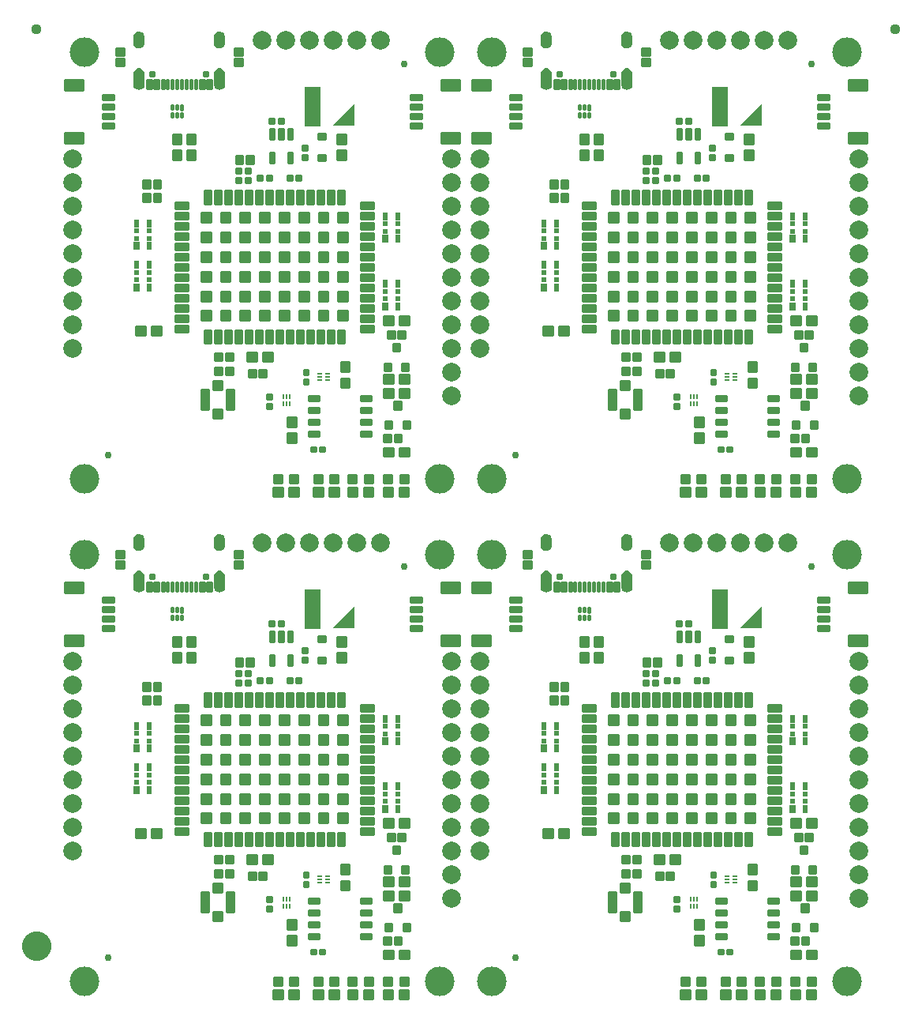
<source format=gts>
G04 EAGLE Gerber RS-274X export*
G75*
%MOMM*%
%FSLAX34Y34*%
%LPD*%
%INSoldermask Top*%
%IPPOS*%
%AMOC8*
5,1,8,0,0,1.08239X$1,22.5*%
G01*
%ADD10C,0.225588*%
%ADD11C,0.225369*%
%ADD12C,0.224709*%
%ADD13C,2.006600*%
%ADD14C,0.227100*%
%ADD15C,0.225400*%
%ADD16C,0.762000*%
%ADD17C,3.175000*%
%ADD18C,0.428259*%
%ADD19C,0.230578*%
%ADD20C,0.777000*%
%ADD21C,0.223409*%
%ADD22C,0.229969*%
%ADD23C,0.231750*%
%ADD24R,0.620000X0.840000*%
%ADD25R,0.620000X0.560000*%
%ADD26R,0.640000X0.840000*%
%ADD27R,0.240000X0.520000*%
%ADD28R,0.520000X0.240000*%
%ADD29R,1.700000X4.200000*%
%ADD30C,0.220859*%
%ADD31C,1.127000*%
%ADD32C,1.270000*%
%ADD33C,1.627000*%

G36*
X315106Y941966D02*
X315106Y941966D01*
X315123Y941963D01*
X315173Y941985D01*
X315224Y942000D01*
X315235Y942013D01*
X315251Y942020D01*
X315281Y942065D01*
X315316Y942105D01*
X315319Y942122D01*
X315328Y942137D01*
X315339Y942210D01*
X315339Y966210D01*
X315327Y966252D01*
X315324Y966296D01*
X315308Y966318D01*
X315300Y966344D01*
X315267Y966373D01*
X315241Y966408D01*
X315215Y966418D01*
X315195Y966436D01*
X315151Y966443D01*
X315111Y966458D01*
X315084Y966453D01*
X315057Y966457D01*
X315016Y966439D01*
X314974Y966430D01*
X314938Y966404D01*
X314929Y966400D01*
X314925Y966395D01*
X314914Y966386D01*
X290914Y942386D01*
X290893Y942348D01*
X290864Y942315D01*
X290860Y942288D01*
X290847Y942264D01*
X290850Y942220D01*
X290843Y942177D01*
X290854Y942152D01*
X290856Y942124D01*
X290882Y942089D01*
X290900Y942049D01*
X290923Y942034D01*
X290939Y942012D01*
X290980Y941996D01*
X291017Y941972D01*
X291060Y941965D01*
X291069Y941962D01*
X291076Y941963D01*
X291090Y941961D01*
X315090Y941961D01*
X315106Y941966D01*
G37*
G36*
X751986Y941966D02*
X751986Y941966D01*
X752003Y941963D01*
X752053Y941985D01*
X752104Y942000D01*
X752115Y942013D01*
X752131Y942020D01*
X752161Y942065D01*
X752196Y942105D01*
X752199Y942122D01*
X752208Y942137D01*
X752219Y942210D01*
X752219Y966210D01*
X752207Y966252D01*
X752204Y966296D01*
X752188Y966318D01*
X752180Y966344D01*
X752147Y966373D01*
X752121Y966408D01*
X752095Y966418D01*
X752075Y966436D01*
X752031Y966443D01*
X751991Y966458D01*
X751964Y966453D01*
X751937Y966457D01*
X751896Y966439D01*
X751854Y966430D01*
X751818Y966404D01*
X751809Y966400D01*
X751805Y966395D01*
X751794Y966386D01*
X727794Y942386D01*
X727773Y942348D01*
X727744Y942315D01*
X727740Y942288D01*
X727727Y942264D01*
X727730Y942220D01*
X727723Y942177D01*
X727734Y942152D01*
X727736Y942124D01*
X727762Y942089D01*
X727780Y942049D01*
X727803Y942034D01*
X727819Y942012D01*
X727860Y941996D01*
X727897Y941972D01*
X727940Y941965D01*
X727949Y941962D01*
X727956Y941963D01*
X727970Y941961D01*
X751970Y941961D01*
X751986Y941966D01*
G37*
G36*
X751986Y403486D02*
X751986Y403486D01*
X752003Y403483D01*
X752053Y403505D01*
X752104Y403520D01*
X752115Y403533D01*
X752131Y403540D01*
X752161Y403585D01*
X752196Y403625D01*
X752199Y403642D01*
X752208Y403657D01*
X752219Y403730D01*
X752219Y427730D01*
X752207Y427772D01*
X752204Y427816D01*
X752188Y427838D01*
X752180Y427864D01*
X752147Y427893D01*
X752121Y427928D01*
X752095Y427938D01*
X752075Y427956D01*
X752031Y427963D01*
X751991Y427978D01*
X751964Y427973D01*
X751937Y427977D01*
X751896Y427959D01*
X751854Y427950D01*
X751818Y427924D01*
X751809Y427920D01*
X751805Y427915D01*
X751794Y427906D01*
X727794Y403906D01*
X727773Y403868D01*
X727744Y403835D01*
X727740Y403808D01*
X727727Y403784D01*
X727730Y403740D01*
X727723Y403697D01*
X727734Y403672D01*
X727736Y403644D01*
X727762Y403609D01*
X727780Y403569D01*
X727803Y403554D01*
X727819Y403532D01*
X727860Y403516D01*
X727897Y403492D01*
X727940Y403485D01*
X727949Y403482D01*
X727956Y403483D01*
X727970Y403481D01*
X751970Y403481D01*
X751986Y403486D01*
G37*
G36*
X315106Y403486D02*
X315106Y403486D01*
X315123Y403483D01*
X315173Y403505D01*
X315224Y403520D01*
X315235Y403533D01*
X315251Y403540D01*
X315281Y403585D01*
X315316Y403625D01*
X315319Y403642D01*
X315328Y403657D01*
X315339Y403730D01*
X315339Y427730D01*
X315327Y427772D01*
X315324Y427816D01*
X315308Y427838D01*
X315300Y427864D01*
X315267Y427893D01*
X315241Y427928D01*
X315215Y427938D01*
X315195Y427956D01*
X315151Y427963D01*
X315111Y427978D01*
X315084Y427973D01*
X315057Y427977D01*
X315016Y427959D01*
X314974Y427950D01*
X314938Y427924D01*
X314929Y427920D01*
X314925Y427915D01*
X314914Y427906D01*
X290914Y403906D01*
X290893Y403868D01*
X290864Y403835D01*
X290860Y403808D01*
X290847Y403784D01*
X290850Y403740D01*
X290843Y403697D01*
X290854Y403672D01*
X290856Y403644D01*
X290882Y403609D01*
X290900Y403569D01*
X290923Y403554D01*
X290939Y403532D01*
X290980Y403516D01*
X291017Y403492D01*
X291060Y403485D01*
X291069Y403482D01*
X291076Y403483D01*
X291090Y403481D01*
X315090Y403481D01*
X315106Y403486D01*
G37*
G36*
X521814Y442422D02*
X521814Y442422D01*
X521819Y442427D01*
X521823Y442423D01*
X522920Y442710D01*
X522924Y442716D01*
X522929Y442713D01*
X523948Y443208D01*
X523951Y443214D01*
X523956Y443213D01*
X524859Y443897D01*
X524861Y443904D01*
X524866Y443904D01*
X525619Y444751D01*
X525619Y444758D01*
X525624Y444759D01*
X526197Y445736D01*
X526196Y445739D01*
X526197Y445740D01*
X526196Y445741D01*
X526196Y445743D01*
X526201Y445745D01*
X526572Y446816D01*
X526570Y446821D01*
X526573Y446823D01*
X526572Y446824D01*
X526574Y446825D01*
X526729Y447947D01*
X526726Y447952D01*
X526729Y447954D01*
X526729Y459954D01*
X526726Y459959D01*
X526729Y459962D01*
X526524Y461229D01*
X526518Y461235D01*
X526521Y461240D01*
X526039Y462429D01*
X526032Y462433D01*
X526034Y462439D01*
X525300Y463492D01*
X525292Y463494D01*
X525293Y463500D01*
X524343Y464363D01*
X524334Y464364D01*
X524334Y464369D01*
X523215Y464999D01*
X523207Y464998D01*
X523205Y465004D01*
X521975Y465369D01*
X521967Y465366D01*
X521964Y465371D01*
X520683Y465453D01*
X520677Y465453D01*
X519396Y465371D01*
X519390Y465365D01*
X519385Y465369D01*
X518155Y465004D01*
X518150Y464997D01*
X518145Y464999D01*
X517026Y464369D01*
X517023Y464362D01*
X517017Y464363D01*
X516067Y463500D01*
X516066Y463492D01*
X516060Y463492D01*
X515326Y462439D01*
X515326Y462431D01*
X515321Y462429D01*
X514839Y461240D01*
X514841Y461234D01*
X514837Y461231D01*
X514838Y461230D01*
X514836Y461229D01*
X514631Y459962D01*
X514634Y459957D01*
X514631Y459954D01*
X514631Y447954D01*
X514634Y447950D01*
X514631Y447947D01*
X514786Y446825D01*
X514791Y446820D01*
X514788Y446816D01*
X515159Y445745D01*
X515165Y445741D01*
X515163Y445736D01*
X515736Y444759D01*
X515742Y444756D01*
X515741Y444751D01*
X516494Y443904D01*
X516501Y443902D01*
X516501Y443897D01*
X517404Y443213D01*
X517411Y443213D01*
X517412Y443208D01*
X518431Y442713D01*
X518438Y442715D01*
X518440Y442710D01*
X519537Y442423D01*
X519543Y442426D01*
X519546Y442422D01*
X520677Y442355D01*
X520681Y442357D01*
X520683Y442355D01*
X521814Y442422D01*
G37*
G36*
X84934Y442422D02*
X84934Y442422D01*
X84939Y442427D01*
X84943Y442423D01*
X86040Y442710D01*
X86044Y442716D01*
X86049Y442713D01*
X87068Y443208D01*
X87071Y443214D01*
X87076Y443213D01*
X87979Y443897D01*
X87981Y443904D01*
X87986Y443904D01*
X88739Y444751D01*
X88739Y444758D01*
X88744Y444759D01*
X89317Y445736D01*
X89316Y445739D01*
X89317Y445740D01*
X89316Y445741D01*
X89316Y445743D01*
X89321Y445745D01*
X89692Y446816D01*
X89690Y446821D01*
X89693Y446823D01*
X89692Y446824D01*
X89694Y446825D01*
X89849Y447947D01*
X89846Y447952D01*
X89849Y447954D01*
X89849Y459954D01*
X89846Y459959D01*
X89849Y459962D01*
X89644Y461229D01*
X89638Y461235D01*
X89641Y461240D01*
X89159Y462429D01*
X89152Y462433D01*
X89154Y462439D01*
X88420Y463492D01*
X88412Y463494D01*
X88413Y463500D01*
X87463Y464363D01*
X87454Y464364D01*
X87454Y464369D01*
X86335Y464999D01*
X86327Y464998D01*
X86325Y465004D01*
X85095Y465369D01*
X85087Y465366D01*
X85084Y465371D01*
X83803Y465453D01*
X83797Y465453D01*
X82516Y465371D01*
X82510Y465365D01*
X82505Y465369D01*
X81275Y465004D01*
X81270Y464997D01*
X81265Y464999D01*
X80146Y464369D01*
X80143Y464362D01*
X80137Y464363D01*
X79187Y463500D01*
X79186Y463492D01*
X79180Y463492D01*
X78446Y462439D01*
X78446Y462431D01*
X78441Y462429D01*
X77959Y461240D01*
X77961Y461234D01*
X77957Y461231D01*
X77958Y461230D01*
X77956Y461229D01*
X77751Y459962D01*
X77754Y459957D01*
X77751Y459954D01*
X77751Y447954D01*
X77754Y447950D01*
X77751Y447947D01*
X77906Y446825D01*
X77911Y446820D01*
X77908Y446816D01*
X78279Y445745D01*
X78285Y445741D01*
X78283Y445736D01*
X78856Y444759D01*
X78862Y444756D01*
X78861Y444751D01*
X79614Y443904D01*
X79621Y443902D01*
X79621Y443897D01*
X80524Y443213D01*
X80531Y443213D01*
X80532Y443208D01*
X81551Y442713D01*
X81558Y442715D01*
X81560Y442710D01*
X82657Y442423D01*
X82663Y442426D01*
X82666Y442422D01*
X83797Y442355D01*
X83801Y442357D01*
X83803Y442355D01*
X84934Y442422D01*
G37*
G36*
X171334Y442422D02*
X171334Y442422D01*
X171339Y442427D01*
X171343Y442423D01*
X172440Y442710D01*
X172444Y442716D01*
X172449Y442713D01*
X173468Y443208D01*
X173471Y443214D01*
X173476Y443213D01*
X174379Y443897D01*
X174381Y443904D01*
X174386Y443904D01*
X175139Y444751D01*
X175139Y444758D01*
X175144Y444759D01*
X175717Y445736D01*
X175716Y445739D01*
X175717Y445740D01*
X175716Y445741D01*
X175716Y445743D01*
X175721Y445745D01*
X176092Y446816D01*
X176090Y446821D01*
X176093Y446823D01*
X176092Y446824D01*
X176094Y446825D01*
X176249Y447947D01*
X176246Y447952D01*
X176249Y447954D01*
X176249Y459954D01*
X176246Y459959D01*
X176249Y459962D01*
X176044Y461229D01*
X176038Y461235D01*
X176041Y461240D01*
X175559Y462429D01*
X175552Y462433D01*
X175554Y462439D01*
X174820Y463492D01*
X174812Y463494D01*
X174813Y463500D01*
X173863Y464363D01*
X173854Y464364D01*
X173854Y464369D01*
X172735Y464999D01*
X172727Y464998D01*
X172725Y465004D01*
X171495Y465369D01*
X171487Y465366D01*
X171484Y465371D01*
X170203Y465453D01*
X170197Y465453D01*
X168916Y465371D01*
X168910Y465365D01*
X168905Y465369D01*
X167675Y465004D01*
X167670Y464997D01*
X167665Y464999D01*
X166546Y464369D01*
X166543Y464362D01*
X166537Y464363D01*
X165587Y463500D01*
X165586Y463492D01*
X165580Y463492D01*
X164846Y462439D01*
X164846Y462431D01*
X164841Y462429D01*
X164359Y461240D01*
X164361Y461234D01*
X164357Y461231D01*
X164358Y461230D01*
X164356Y461229D01*
X164151Y459962D01*
X164154Y459957D01*
X164151Y459954D01*
X164151Y447954D01*
X164154Y447950D01*
X164151Y447947D01*
X164306Y446825D01*
X164311Y446820D01*
X164308Y446816D01*
X164679Y445745D01*
X164685Y445741D01*
X164683Y445736D01*
X165256Y444759D01*
X165262Y444756D01*
X165261Y444751D01*
X166014Y443904D01*
X166021Y443902D01*
X166021Y443897D01*
X166924Y443213D01*
X166931Y443213D01*
X166932Y443208D01*
X167951Y442713D01*
X167958Y442715D01*
X167960Y442710D01*
X169057Y442423D01*
X169063Y442426D01*
X169066Y442422D01*
X170197Y442355D01*
X170201Y442357D01*
X170203Y442355D01*
X171334Y442422D01*
G37*
G36*
X608214Y442422D02*
X608214Y442422D01*
X608219Y442427D01*
X608223Y442423D01*
X609320Y442710D01*
X609324Y442716D01*
X609329Y442713D01*
X610348Y443208D01*
X610351Y443214D01*
X610356Y443213D01*
X611259Y443897D01*
X611261Y443904D01*
X611266Y443904D01*
X612019Y444751D01*
X612019Y444758D01*
X612024Y444759D01*
X612597Y445736D01*
X612596Y445739D01*
X612597Y445740D01*
X612596Y445741D01*
X612596Y445743D01*
X612601Y445745D01*
X612972Y446816D01*
X612970Y446821D01*
X612973Y446823D01*
X612972Y446824D01*
X612974Y446825D01*
X613129Y447947D01*
X613126Y447952D01*
X613129Y447954D01*
X613129Y459954D01*
X613126Y459959D01*
X613129Y459962D01*
X612924Y461229D01*
X612918Y461235D01*
X612921Y461240D01*
X612439Y462429D01*
X612432Y462433D01*
X612434Y462439D01*
X611700Y463492D01*
X611692Y463494D01*
X611693Y463500D01*
X610743Y464363D01*
X610734Y464364D01*
X610734Y464369D01*
X609615Y464999D01*
X609607Y464998D01*
X609605Y465004D01*
X608375Y465369D01*
X608367Y465366D01*
X608364Y465371D01*
X607083Y465453D01*
X607077Y465453D01*
X605796Y465371D01*
X605790Y465365D01*
X605785Y465369D01*
X604555Y465004D01*
X604550Y464997D01*
X604545Y464999D01*
X603426Y464369D01*
X603423Y464362D01*
X603417Y464363D01*
X602467Y463500D01*
X602466Y463492D01*
X602460Y463492D01*
X601726Y462439D01*
X601726Y462431D01*
X601721Y462429D01*
X601239Y461240D01*
X601241Y461234D01*
X601237Y461231D01*
X601238Y461230D01*
X601236Y461229D01*
X601031Y459962D01*
X601034Y459957D01*
X601031Y459954D01*
X601031Y447954D01*
X601034Y447950D01*
X601031Y447947D01*
X601186Y446825D01*
X601191Y446820D01*
X601188Y446816D01*
X601559Y445745D01*
X601565Y445741D01*
X601563Y445736D01*
X602136Y444759D01*
X602142Y444756D01*
X602141Y444751D01*
X602894Y443904D01*
X602901Y443902D01*
X602901Y443897D01*
X603804Y443213D01*
X603811Y443213D01*
X603812Y443208D01*
X604831Y442713D01*
X604838Y442715D01*
X604840Y442710D01*
X605937Y442423D01*
X605943Y442426D01*
X605946Y442422D01*
X607077Y442355D01*
X607081Y442357D01*
X607083Y442355D01*
X608214Y442422D01*
G37*
G36*
X171334Y980902D02*
X171334Y980902D01*
X171339Y980907D01*
X171343Y980903D01*
X172440Y981190D01*
X172444Y981196D01*
X172449Y981193D01*
X173468Y981688D01*
X173471Y981694D01*
X173476Y981693D01*
X174379Y982377D01*
X174381Y982384D01*
X174386Y982384D01*
X175139Y983231D01*
X175139Y983238D01*
X175144Y983239D01*
X175717Y984216D01*
X175716Y984219D01*
X175717Y984220D01*
X175716Y984221D01*
X175716Y984223D01*
X175721Y984225D01*
X176092Y985296D01*
X176090Y985301D01*
X176093Y985303D01*
X176092Y985304D01*
X176094Y985305D01*
X176249Y986427D01*
X176246Y986432D01*
X176249Y986434D01*
X176249Y998434D01*
X176246Y998439D01*
X176249Y998442D01*
X176044Y999709D01*
X176038Y999715D01*
X176041Y999720D01*
X175559Y1000909D01*
X175552Y1000913D01*
X175554Y1000919D01*
X174820Y1001972D01*
X174812Y1001974D01*
X174813Y1001980D01*
X173863Y1002843D01*
X173854Y1002844D01*
X173854Y1002849D01*
X172735Y1003479D01*
X172727Y1003478D01*
X172725Y1003484D01*
X171495Y1003849D01*
X171487Y1003846D01*
X171484Y1003851D01*
X170203Y1003933D01*
X170197Y1003933D01*
X168916Y1003851D01*
X168910Y1003845D01*
X168905Y1003849D01*
X167675Y1003484D01*
X167670Y1003477D01*
X167665Y1003479D01*
X166546Y1002849D01*
X166543Y1002842D01*
X166537Y1002843D01*
X165587Y1001980D01*
X165586Y1001972D01*
X165580Y1001972D01*
X164846Y1000919D01*
X164846Y1000911D01*
X164841Y1000909D01*
X164359Y999720D01*
X164361Y999714D01*
X164357Y999711D01*
X164358Y999710D01*
X164356Y999709D01*
X164151Y998442D01*
X164154Y998437D01*
X164151Y998434D01*
X164151Y986434D01*
X164154Y986430D01*
X164151Y986427D01*
X164306Y985305D01*
X164311Y985300D01*
X164308Y985296D01*
X164679Y984225D01*
X164685Y984221D01*
X164683Y984216D01*
X165256Y983239D01*
X165262Y983236D01*
X165261Y983231D01*
X166014Y982384D01*
X166021Y982382D01*
X166021Y982377D01*
X166924Y981693D01*
X166931Y981693D01*
X166932Y981688D01*
X167951Y981193D01*
X167958Y981195D01*
X167960Y981190D01*
X169057Y980903D01*
X169063Y980906D01*
X169066Y980902D01*
X170197Y980835D01*
X170201Y980837D01*
X170203Y980835D01*
X171334Y980902D01*
G37*
G36*
X84934Y980902D02*
X84934Y980902D01*
X84939Y980907D01*
X84943Y980903D01*
X86040Y981190D01*
X86044Y981196D01*
X86049Y981193D01*
X87068Y981688D01*
X87071Y981694D01*
X87076Y981693D01*
X87979Y982377D01*
X87981Y982384D01*
X87986Y982384D01*
X88739Y983231D01*
X88739Y983238D01*
X88744Y983239D01*
X89317Y984216D01*
X89316Y984219D01*
X89317Y984220D01*
X89316Y984221D01*
X89316Y984223D01*
X89321Y984225D01*
X89692Y985296D01*
X89690Y985301D01*
X89693Y985303D01*
X89692Y985304D01*
X89694Y985305D01*
X89849Y986427D01*
X89846Y986432D01*
X89849Y986434D01*
X89849Y998434D01*
X89846Y998439D01*
X89849Y998442D01*
X89644Y999709D01*
X89638Y999715D01*
X89641Y999720D01*
X89159Y1000909D01*
X89152Y1000913D01*
X89154Y1000919D01*
X88420Y1001972D01*
X88412Y1001974D01*
X88413Y1001980D01*
X87463Y1002843D01*
X87454Y1002844D01*
X87454Y1002849D01*
X86335Y1003479D01*
X86327Y1003478D01*
X86325Y1003484D01*
X85095Y1003849D01*
X85087Y1003846D01*
X85084Y1003851D01*
X83803Y1003933D01*
X83797Y1003933D01*
X82516Y1003851D01*
X82510Y1003845D01*
X82505Y1003849D01*
X81275Y1003484D01*
X81270Y1003477D01*
X81265Y1003479D01*
X80146Y1002849D01*
X80143Y1002842D01*
X80137Y1002843D01*
X79187Y1001980D01*
X79186Y1001972D01*
X79180Y1001972D01*
X78446Y1000919D01*
X78446Y1000911D01*
X78441Y1000909D01*
X77959Y999720D01*
X77961Y999714D01*
X77957Y999711D01*
X77958Y999710D01*
X77956Y999709D01*
X77751Y998442D01*
X77754Y998437D01*
X77751Y998434D01*
X77751Y986434D01*
X77754Y986430D01*
X77751Y986427D01*
X77906Y985305D01*
X77911Y985300D01*
X77908Y985296D01*
X78279Y984225D01*
X78285Y984221D01*
X78283Y984216D01*
X78856Y983239D01*
X78862Y983236D01*
X78861Y983231D01*
X79614Y982384D01*
X79621Y982382D01*
X79621Y982377D01*
X80524Y981693D01*
X80531Y981693D01*
X80532Y981688D01*
X81551Y981193D01*
X81558Y981195D01*
X81560Y981190D01*
X82657Y980903D01*
X82663Y980906D01*
X82666Y980902D01*
X83797Y980835D01*
X83801Y980837D01*
X83803Y980835D01*
X84934Y980902D01*
G37*
G36*
X521814Y980902D02*
X521814Y980902D01*
X521819Y980907D01*
X521823Y980903D01*
X522920Y981190D01*
X522924Y981196D01*
X522929Y981193D01*
X523948Y981688D01*
X523951Y981694D01*
X523956Y981693D01*
X524859Y982377D01*
X524861Y982384D01*
X524866Y982384D01*
X525619Y983231D01*
X525619Y983238D01*
X525624Y983239D01*
X526197Y984216D01*
X526196Y984219D01*
X526197Y984220D01*
X526196Y984221D01*
X526196Y984223D01*
X526201Y984225D01*
X526572Y985296D01*
X526570Y985301D01*
X526573Y985303D01*
X526572Y985304D01*
X526574Y985305D01*
X526729Y986427D01*
X526726Y986432D01*
X526729Y986434D01*
X526729Y998434D01*
X526726Y998439D01*
X526729Y998442D01*
X526524Y999709D01*
X526518Y999715D01*
X526521Y999720D01*
X526039Y1000909D01*
X526032Y1000913D01*
X526034Y1000919D01*
X525300Y1001972D01*
X525292Y1001974D01*
X525293Y1001980D01*
X524343Y1002843D01*
X524334Y1002844D01*
X524334Y1002849D01*
X523215Y1003479D01*
X523207Y1003478D01*
X523205Y1003484D01*
X521975Y1003849D01*
X521967Y1003846D01*
X521964Y1003851D01*
X520683Y1003933D01*
X520677Y1003933D01*
X519396Y1003851D01*
X519390Y1003845D01*
X519385Y1003849D01*
X518155Y1003484D01*
X518150Y1003477D01*
X518145Y1003479D01*
X517026Y1002849D01*
X517023Y1002842D01*
X517017Y1002843D01*
X516067Y1001980D01*
X516066Y1001972D01*
X516060Y1001972D01*
X515326Y1000919D01*
X515326Y1000911D01*
X515321Y1000909D01*
X514839Y999720D01*
X514841Y999714D01*
X514837Y999711D01*
X514838Y999710D01*
X514836Y999709D01*
X514631Y998442D01*
X514634Y998437D01*
X514631Y998434D01*
X514631Y986434D01*
X514634Y986430D01*
X514631Y986427D01*
X514786Y985305D01*
X514791Y985300D01*
X514788Y985296D01*
X515159Y984225D01*
X515165Y984221D01*
X515163Y984216D01*
X515736Y983239D01*
X515742Y983236D01*
X515741Y983231D01*
X516494Y982384D01*
X516501Y982382D01*
X516501Y982377D01*
X517404Y981693D01*
X517411Y981693D01*
X517412Y981688D01*
X518431Y981193D01*
X518438Y981195D01*
X518440Y981190D01*
X519537Y980903D01*
X519543Y980906D01*
X519546Y980902D01*
X520677Y980835D01*
X520681Y980837D01*
X520683Y980835D01*
X521814Y980902D01*
G37*
G36*
X608214Y980902D02*
X608214Y980902D01*
X608219Y980907D01*
X608223Y980903D01*
X609320Y981190D01*
X609324Y981196D01*
X609329Y981193D01*
X610348Y981688D01*
X610351Y981694D01*
X610356Y981693D01*
X611259Y982377D01*
X611261Y982384D01*
X611266Y982384D01*
X612019Y983231D01*
X612019Y983238D01*
X612024Y983239D01*
X612597Y984216D01*
X612596Y984219D01*
X612597Y984220D01*
X612596Y984221D01*
X612596Y984223D01*
X612601Y984225D01*
X612972Y985296D01*
X612970Y985301D01*
X612973Y985303D01*
X612972Y985304D01*
X612974Y985305D01*
X613129Y986427D01*
X613126Y986432D01*
X613129Y986434D01*
X613129Y998434D01*
X613126Y998439D01*
X613129Y998442D01*
X612924Y999709D01*
X612918Y999715D01*
X612921Y999720D01*
X612439Y1000909D01*
X612432Y1000913D01*
X612434Y1000919D01*
X611700Y1001972D01*
X611692Y1001974D01*
X611693Y1001980D01*
X610743Y1002843D01*
X610734Y1002844D01*
X610734Y1002849D01*
X609615Y1003479D01*
X609607Y1003478D01*
X609605Y1003484D01*
X608375Y1003849D01*
X608367Y1003846D01*
X608364Y1003851D01*
X607083Y1003933D01*
X607077Y1003933D01*
X605796Y1003851D01*
X605790Y1003845D01*
X605785Y1003849D01*
X604555Y1003484D01*
X604550Y1003477D01*
X604545Y1003479D01*
X603426Y1002849D01*
X603423Y1002842D01*
X603417Y1002843D01*
X602467Y1001980D01*
X602466Y1001972D01*
X602460Y1001972D01*
X601726Y1000919D01*
X601726Y1000911D01*
X601721Y1000909D01*
X601239Y999720D01*
X601241Y999714D01*
X601237Y999711D01*
X601238Y999710D01*
X601236Y999709D01*
X601031Y998442D01*
X601034Y998437D01*
X601031Y998434D01*
X601031Y986434D01*
X601034Y986430D01*
X601031Y986427D01*
X601186Y985305D01*
X601191Y985300D01*
X601188Y985296D01*
X601559Y984225D01*
X601565Y984221D01*
X601563Y984216D01*
X602136Y983239D01*
X602142Y983236D01*
X602141Y983231D01*
X602894Y982384D01*
X602901Y982382D01*
X602901Y982377D01*
X603804Y981693D01*
X603811Y981693D01*
X603812Y981688D01*
X604831Y981193D01*
X604838Y981195D01*
X604840Y981190D01*
X605937Y980903D01*
X605943Y980906D01*
X605946Y980902D01*
X607077Y980835D01*
X607081Y980837D01*
X607083Y980835D01*
X608214Y980902D01*
G37*
G36*
X170202Y1025139D02*
X170202Y1025139D01*
X170206Y1025135D01*
X171546Y1025292D01*
X171552Y1025297D01*
X171557Y1025294D01*
X172828Y1025745D01*
X172833Y1025752D01*
X172838Y1025750D01*
X173977Y1026472D01*
X173980Y1026480D01*
X173986Y1026479D01*
X174936Y1027437D01*
X174937Y1027445D01*
X174943Y1027446D01*
X175656Y1028591D01*
X175655Y1028600D01*
X175661Y1028601D01*
X176101Y1029877D01*
X176099Y1029884D01*
X176103Y1029887D01*
X176249Y1031229D01*
X176247Y1031232D01*
X176249Y1031234D01*
X176249Y1037234D01*
X176247Y1037238D01*
X176249Y1037240D01*
X176094Y1038569D01*
X176088Y1038575D01*
X176091Y1038579D01*
X175644Y1039840D01*
X175637Y1039845D01*
X175639Y1039850D01*
X174922Y1040980D01*
X174915Y1040983D01*
X174916Y1040989D01*
X173966Y1041931D01*
X173957Y1041932D01*
X173957Y1041938D01*
X172821Y1042645D01*
X172813Y1042644D01*
X172811Y1042650D01*
X171546Y1043086D01*
X171538Y1043084D01*
X171536Y1043089D01*
X170205Y1043233D01*
X170199Y1043229D01*
X170195Y1043233D01*
X169029Y1043123D01*
X169024Y1043118D01*
X169020Y1043121D01*
X167897Y1042786D01*
X167893Y1042780D01*
X167889Y1042782D01*
X166853Y1042234D01*
X166850Y1042228D01*
X166845Y1042229D01*
X165937Y1041490D01*
X165935Y1041483D01*
X165930Y1041483D01*
X165183Y1040581D01*
X165183Y1040574D01*
X165178Y1040573D01*
X164621Y1039542D01*
X164622Y1039535D01*
X164617Y1039533D01*
X164273Y1038414D01*
X164275Y1038407D01*
X164271Y1038404D01*
X164151Y1037239D01*
X164153Y1037236D01*
X164151Y1037234D01*
X164151Y1031234D01*
X164153Y1031231D01*
X164151Y1031229D01*
X164262Y1030053D01*
X164267Y1030048D01*
X164264Y1030044D01*
X164602Y1028912D01*
X164608Y1028908D01*
X164606Y1028903D01*
X165158Y1027859D01*
X165165Y1027856D01*
X165163Y1027851D01*
X165909Y1026935D01*
X165916Y1026934D01*
X165916Y1026928D01*
X166826Y1026175D01*
X166833Y1026175D01*
X166834Y1026170D01*
X167873Y1025609D01*
X167880Y1025610D01*
X167882Y1025605D01*
X169011Y1025258D01*
X169017Y1025260D01*
X169020Y1025256D01*
X170195Y1025135D01*
X170202Y1025139D01*
G37*
G36*
X607082Y1025139D02*
X607082Y1025139D01*
X607086Y1025135D01*
X608426Y1025292D01*
X608432Y1025297D01*
X608437Y1025294D01*
X609708Y1025745D01*
X609713Y1025752D01*
X609718Y1025750D01*
X610857Y1026472D01*
X610860Y1026480D01*
X610866Y1026479D01*
X611816Y1027437D01*
X611817Y1027445D01*
X611823Y1027446D01*
X612536Y1028591D01*
X612535Y1028600D01*
X612541Y1028601D01*
X612981Y1029877D01*
X612979Y1029884D01*
X612983Y1029887D01*
X613129Y1031229D01*
X613127Y1031232D01*
X613129Y1031234D01*
X613129Y1037234D01*
X613127Y1037238D01*
X613129Y1037240D01*
X612974Y1038569D01*
X612968Y1038575D01*
X612971Y1038579D01*
X612524Y1039840D01*
X612517Y1039845D01*
X612519Y1039850D01*
X611802Y1040980D01*
X611795Y1040983D01*
X611796Y1040989D01*
X610846Y1041931D01*
X610837Y1041932D01*
X610837Y1041938D01*
X609701Y1042645D01*
X609693Y1042644D01*
X609691Y1042650D01*
X608426Y1043086D01*
X608418Y1043084D01*
X608416Y1043089D01*
X607085Y1043233D01*
X607079Y1043229D01*
X607075Y1043233D01*
X605909Y1043123D01*
X605904Y1043118D01*
X605900Y1043121D01*
X604777Y1042786D01*
X604773Y1042780D01*
X604769Y1042782D01*
X603733Y1042234D01*
X603730Y1042228D01*
X603725Y1042229D01*
X602817Y1041490D01*
X602815Y1041483D01*
X602810Y1041483D01*
X602063Y1040581D01*
X602063Y1040574D01*
X602058Y1040573D01*
X601501Y1039542D01*
X601502Y1039535D01*
X601497Y1039533D01*
X601153Y1038414D01*
X601155Y1038407D01*
X601151Y1038404D01*
X601031Y1037239D01*
X601033Y1037236D01*
X601031Y1037234D01*
X601031Y1031234D01*
X601033Y1031231D01*
X601031Y1031229D01*
X601142Y1030053D01*
X601147Y1030048D01*
X601144Y1030044D01*
X601482Y1028912D01*
X601488Y1028908D01*
X601486Y1028903D01*
X602038Y1027859D01*
X602045Y1027856D01*
X602043Y1027851D01*
X602789Y1026935D01*
X602796Y1026934D01*
X602796Y1026928D01*
X603706Y1026175D01*
X603713Y1026175D01*
X603714Y1026170D01*
X604753Y1025609D01*
X604760Y1025610D01*
X604762Y1025605D01*
X605891Y1025258D01*
X605897Y1025260D01*
X605900Y1025256D01*
X607075Y1025135D01*
X607082Y1025139D01*
G37*
G36*
X520682Y1025139D02*
X520682Y1025139D01*
X520686Y1025135D01*
X522026Y1025292D01*
X522032Y1025297D01*
X522037Y1025294D01*
X523308Y1025745D01*
X523313Y1025752D01*
X523318Y1025750D01*
X524457Y1026472D01*
X524460Y1026480D01*
X524466Y1026479D01*
X525416Y1027437D01*
X525417Y1027445D01*
X525423Y1027446D01*
X526136Y1028591D01*
X526135Y1028600D01*
X526141Y1028601D01*
X526581Y1029877D01*
X526579Y1029884D01*
X526583Y1029887D01*
X526729Y1031229D01*
X526727Y1031232D01*
X526729Y1031234D01*
X526729Y1037234D01*
X526727Y1037238D01*
X526729Y1037240D01*
X526574Y1038569D01*
X526568Y1038575D01*
X526571Y1038579D01*
X526124Y1039840D01*
X526117Y1039845D01*
X526119Y1039850D01*
X525402Y1040980D01*
X525395Y1040983D01*
X525396Y1040989D01*
X524446Y1041931D01*
X524437Y1041932D01*
X524437Y1041938D01*
X523301Y1042645D01*
X523293Y1042644D01*
X523291Y1042650D01*
X522026Y1043086D01*
X522018Y1043084D01*
X522016Y1043089D01*
X520685Y1043233D01*
X520679Y1043229D01*
X520675Y1043233D01*
X519509Y1043123D01*
X519504Y1043118D01*
X519500Y1043121D01*
X518377Y1042786D01*
X518373Y1042780D01*
X518369Y1042782D01*
X517333Y1042234D01*
X517330Y1042228D01*
X517325Y1042229D01*
X516417Y1041490D01*
X516415Y1041483D01*
X516410Y1041483D01*
X515663Y1040581D01*
X515663Y1040574D01*
X515658Y1040573D01*
X515101Y1039542D01*
X515102Y1039535D01*
X515097Y1039533D01*
X514753Y1038414D01*
X514755Y1038407D01*
X514751Y1038404D01*
X514631Y1037239D01*
X514633Y1037236D01*
X514631Y1037234D01*
X514631Y1031234D01*
X514633Y1031231D01*
X514631Y1031229D01*
X514742Y1030053D01*
X514747Y1030048D01*
X514744Y1030044D01*
X515082Y1028912D01*
X515088Y1028908D01*
X515086Y1028903D01*
X515638Y1027859D01*
X515645Y1027856D01*
X515643Y1027851D01*
X516389Y1026935D01*
X516396Y1026934D01*
X516396Y1026928D01*
X517306Y1026175D01*
X517313Y1026175D01*
X517314Y1026170D01*
X518353Y1025609D01*
X518360Y1025610D01*
X518362Y1025605D01*
X519491Y1025258D01*
X519497Y1025260D01*
X519500Y1025256D01*
X520675Y1025135D01*
X520682Y1025139D01*
G37*
G36*
X83802Y1025139D02*
X83802Y1025139D01*
X83806Y1025135D01*
X85146Y1025292D01*
X85152Y1025297D01*
X85157Y1025294D01*
X86428Y1025745D01*
X86433Y1025752D01*
X86438Y1025750D01*
X87577Y1026472D01*
X87580Y1026480D01*
X87586Y1026479D01*
X88536Y1027437D01*
X88537Y1027445D01*
X88543Y1027446D01*
X89256Y1028591D01*
X89255Y1028600D01*
X89261Y1028601D01*
X89701Y1029877D01*
X89699Y1029884D01*
X89703Y1029887D01*
X89849Y1031229D01*
X89847Y1031232D01*
X89849Y1031234D01*
X89849Y1037234D01*
X89847Y1037238D01*
X89849Y1037240D01*
X89694Y1038569D01*
X89688Y1038575D01*
X89691Y1038579D01*
X89244Y1039840D01*
X89237Y1039845D01*
X89239Y1039850D01*
X88522Y1040980D01*
X88515Y1040983D01*
X88516Y1040989D01*
X87566Y1041931D01*
X87557Y1041932D01*
X87557Y1041938D01*
X86421Y1042645D01*
X86413Y1042644D01*
X86411Y1042650D01*
X85146Y1043086D01*
X85138Y1043084D01*
X85136Y1043089D01*
X83805Y1043233D01*
X83799Y1043229D01*
X83795Y1043233D01*
X82629Y1043123D01*
X82624Y1043118D01*
X82620Y1043121D01*
X81497Y1042786D01*
X81493Y1042780D01*
X81489Y1042782D01*
X80453Y1042234D01*
X80450Y1042228D01*
X80445Y1042229D01*
X79537Y1041490D01*
X79535Y1041483D01*
X79530Y1041483D01*
X78783Y1040581D01*
X78783Y1040574D01*
X78778Y1040573D01*
X78221Y1039542D01*
X78222Y1039535D01*
X78217Y1039533D01*
X77873Y1038414D01*
X77875Y1038407D01*
X77871Y1038404D01*
X77751Y1037239D01*
X77753Y1037236D01*
X77751Y1037234D01*
X77751Y1031234D01*
X77753Y1031231D01*
X77751Y1031229D01*
X77862Y1030053D01*
X77867Y1030048D01*
X77864Y1030044D01*
X78202Y1028912D01*
X78208Y1028908D01*
X78206Y1028903D01*
X78758Y1027859D01*
X78765Y1027856D01*
X78763Y1027851D01*
X79509Y1026935D01*
X79516Y1026934D01*
X79516Y1026928D01*
X80426Y1026175D01*
X80433Y1026175D01*
X80434Y1026170D01*
X81473Y1025609D01*
X81480Y1025610D01*
X81482Y1025605D01*
X82611Y1025258D01*
X82617Y1025260D01*
X82620Y1025256D01*
X83795Y1025135D01*
X83802Y1025139D01*
G37*
G36*
X607082Y486659D02*
X607082Y486659D01*
X607086Y486655D01*
X608426Y486812D01*
X608432Y486817D01*
X608437Y486814D01*
X609708Y487265D01*
X609713Y487272D01*
X609718Y487270D01*
X610857Y487992D01*
X610860Y488000D01*
X610866Y487999D01*
X611816Y488957D01*
X611817Y488965D01*
X611823Y488966D01*
X612536Y490111D01*
X612535Y490120D01*
X612541Y490121D01*
X612981Y491397D01*
X612979Y491404D01*
X612983Y491407D01*
X613129Y492749D01*
X613127Y492752D01*
X613129Y492754D01*
X613129Y498754D01*
X613127Y498758D01*
X613129Y498760D01*
X612974Y500089D01*
X612968Y500095D01*
X612971Y500099D01*
X612524Y501360D01*
X612517Y501365D01*
X612519Y501370D01*
X611802Y502500D01*
X611795Y502503D01*
X611796Y502509D01*
X610846Y503451D01*
X610837Y503452D01*
X610837Y503458D01*
X609701Y504165D01*
X609693Y504164D01*
X609691Y504170D01*
X608426Y504606D01*
X608418Y504604D01*
X608416Y504609D01*
X607085Y504753D01*
X607079Y504749D01*
X607075Y504753D01*
X605909Y504643D01*
X605904Y504638D01*
X605900Y504641D01*
X604777Y504306D01*
X604773Y504300D01*
X604769Y504302D01*
X603733Y503754D01*
X603730Y503748D01*
X603725Y503749D01*
X602817Y503010D01*
X602815Y503003D01*
X602810Y503003D01*
X602063Y502101D01*
X602063Y502094D01*
X602058Y502093D01*
X601501Y501062D01*
X601502Y501055D01*
X601497Y501053D01*
X601153Y499934D01*
X601155Y499927D01*
X601151Y499924D01*
X601031Y498759D01*
X601033Y498756D01*
X601031Y498754D01*
X601031Y492754D01*
X601033Y492751D01*
X601031Y492749D01*
X601142Y491573D01*
X601147Y491568D01*
X601144Y491564D01*
X601482Y490432D01*
X601488Y490428D01*
X601486Y490423D01*
X602038Y489379D01*
X602045Y489376D01*
X602043Y489371D01*
X602789Y488455D01*
X602796Y488454D01*
X602796Y488448D01*
X603706Y487695D01*
X603713Y487695D01*
X603714Y487690D01*
X604753Y487129D01*
X604760Y487130D01*
X604762Y487125D01*
X605891Y486778D01*
X605897Y486780D01*
X605900Y486776D01*
X607075Y486655D01*
X607082Y486659D01*
G37*
G36*
X520682Y486659D02*
X520682Y486659D01*
X520686Y486655D01*
X522026Y486812D01*
X522032Y486817D01*
X522037Y486814D01*
X523308Y487265D01*
X523313Y487272D01*
X523318Y487270D01*
X524457Y487992D01*
X524460Y488000D01*
X524466Y487999D01*
X525416Y488957D01*
X525417Y488965D01*
X525423Y488966D01*
X526136Y490111D01*
X526135Y490120D01*
X526141Y490121D01*
X526581Y491397D01*
X526579Y491404D01*
X526583Y491407D01*
X526729Y492749D01*
X526727Y492752D01*
X526729Y492754D01*
X526729Y498754D01*
X526727Y498758D01*
X526729Y498760D01*
X526574Y500089D01*
X526568Y500095D01*
X526571Y500099D01*
X526124Y501360D01*
X526117Y501365D01*
X526119Y501370D01*
X525402Y502500D01*
X525395Y502503D01*
X525396Y502509D01*
X524446Y503451D01*
X524437Y503452D01*
X524437Y503458D01*
X523301Y504165D01*
X523293Y504164D01*
X523291Y504170D01*
X522026Y504606D01*
X522018Y504604D01*
X522016Y504609D01*
X520685Y504753D01*
X520679Y504749D01*
X520675Y504753D01*
X519509Y504643D01*
X519504Y504638D01*
X519500Y504641D01*
X518377Y504306D01*
X518373Y504300D01*
X518369Y504302D01*
X517333Y503754D01*
X517330Y503748D01*
X517325Y503749D01*
X516417Y503010D01*
X516415Y503003D01*
X516410Y503003D01*
X515663Y502101D01*
X515663Y502094D01*
X515658Y502093D01*
X515101Y501062D01*
X515102Y501055D01*
X515097Y501053D01*
X514753Y499934D01*
X514755Y499927D01*
X514751Y499924D01*
X514631Y498759D01*
X514633Y498756D01*
X514631Y498754D01*
X514631Y492754D01*
X514633Y492751D01*
X514631Y492749D01*
X514742Y491573D01*
X514747Y491568D01*
X514744Y491564D01*
X515082Y490432D01*
X515088Y490428D01*
X515086Y490423D01*
X515638Y489379D01*
X515645Y489376D01*
X515643Y489371D01*
X516389Y488455D01*
X516396Y488454D01*
X516396Y488448D01*
X517306Y487695D01*
X517313Y487695D01*
X517314Y487690D01*
X518353Y487129D01*
X518360Y487130D01*
X518362Y487125D01*
X519491Y486778D01*
X519497Y486780D01*
X519500Y486776D01*
X520675Y486655D01*
X520682Y486659D01*
G37*
G36*
X83802Y486659D02*
X83802Y486659D01*
X83806Y486655D01*
X85146Y486812D01*
X85152Y486817D01*
X85157Y486814D01*
X86428Y487265D01*
X86433Y487272D01*
X86438Y487270D01*
X87577Y487992D01*
X87580Y488000D01*
X87586Y487999D01*
X88536Y488957D01*
X88537Y488965D01*
X88543Y488966D01*
X89256Y490111D01*
X89255Y490120D01*
X89261Y490121D01*
X89701Y491397D01*
X89699Y491404D01*
X89703Y491407D01*
X89849Y492749D01*
X89847Y492752D01*
X89849Y492754D01*
X89849Y498754D01*
X89847Y498758D01*
X89849Y498760D01*
X89694Y500089D01*
X89688Y500095D01*
X89691Y500099D01*
X89244Y501360D01*
X89237Y501365D01*
X89239Y501370D01*
X88522Y502500D01*
X88515Y502503D01*
X88516Y502509D01*
X87566Y503451D01*
X87557Y503452D01*
X87557Y503458D01*
X86421Y504165D01*
X86413Y504164D01*
X86411Y504170D01*
X85146Y504606D01*
X85138Y504604D01*
X85136Y504609D01*
X83805Y504753D01*
X83799Y504749D01*
X83795Y504753D01*
X82629Y504643D01*
X82624Y504638D01*
X82620Y504641D01*
X81497Y504306D01*
X81493Y504300D01*
X81489Y504302D01*
X80453Y503754D01*
X80450Y503748D01*
X80445Y503749D01*
X79537Y503010D01*
X79535Y503003D01*
X79530Y503003D01*
X78783Y502101D01*
X78783Y502094D01*
X78778Y502093D01*
X78221Y501062D01*
X78222Y501055D01*
X78217Y501053D01*
X77873Y499934D01*
X77875Y499927D01*
X77871Y499924D01*
X77751Y498759D01*
X77753Y498756D01*
X77751Y498754D01*
X77751Y492754D01*
X77753Y492751D01*
X77751Y492749D01*
X77862Y491573D01*
X77867Y491568D01*
X77864Y491564D01*
X78202Y490432D01*
X78208Y490428D01*
X78206Y490423D01*
X78758Y489379D01*
X78765Y489376D01*
X78763Y489371D01*
X79509Y488455D01*
X79516Y488454D01*
X79516Y488448D01*
X80426Y487695D01*
X80433Y487695D01*
X80434Y487690D01*
X81473Y487129D01*
X81480Y487130D01*
X81482Y487125D01*
X82611Y486778D01*
X82617Y486780D01*
X82620Y486776D01*
X83795Y486655D01*
X83802Y486659D01*
G37*
G36*
X170202Y486659D02*
X170202Y486659D01*
X170206Y486655D01*
X171546Y486812D01*
X171552Y486817D01*
X171557Y486814D01*
X172828Y487265D01*
X172833Y487272D01*
X172838Y487270D01*
X173977Y487992D01*
X173980Y488000D01*
X173986Y487999D01*
X174936Y488957D01*
X174937Y488965D01*
X174943Y488966D01*
X175656Y490111D01*
X175655Y490120D01*
X175661Y490121D01*
X176101Y491397D01*
X176099Y491404D01*
X176103Y491407D01*
X176249Y492749D01*
X176247Y492752D01*
X176249Y492754D01*
X176249Y498754D01*
X176247Y498758D01*
X176249Y498760D01*
X176094Y500089D01*
X176088Y500095D01*
X176091Y500099D01*
X175644Y501360D01*
X175637Y501365D01*
X175639Y501370D01*
X174922Y502500D01*
X174915Y502503D01*
X174916Y502509D01*
X173966Y503451D01*
X173957Y503452D01*
X173957Y503458D01*
X172821Y504165D01*
X172813Y504164D01*
X172811Y504170D01*
X171546Y504606D01*
X171538Y504604D01*
X171536Y504609D01*
X170205Y504753D01*
X170199Y504749D01*
X170195Y504753D01*
X169029Y504643D01*
X169024Y504638D01*
X169020Y504641D01*
X167897Y504306D01*
X167893Y504300D01*
X167889Y504302D01*
X166853Y503754D01*
X166850Y503748D01*
X166845Y503749D01*
X165937Y503010D01*
X165935Y503003D01*
X165930Y503003D01*
X165183Y502101D01*
X165183Y502094D01*
X165178Y502093D01*
X164621Y501062D01*
X164622Y501055D01*
X164617Y501053D01*
X164273Y499934D01*
X164275Y499927D01*
X164271Y499924D01*
X164151Y498759D01*
X164153Y498756D01*
X164151Y498754D01*
X164151Y492754D01*
X164153Y492751D01*
X164151Y492749D01*
X164262Y491573D01*
X164267Y491568D01*
X164264Y491564D01*
X164602Y490432D01*
X164608Y490428D01*
X164606Y490423D01*
X165158Y489379D01*
X165165Y489376D01*
X165163Y489371D01*
X165909Y488455D01*
X165916Y488454D01*
X165916Y488448D01*
X166826Y487695D01*
X166833Y487695D01*
X166834Y487690D01*
X167873Y487129D01*
X167880Y487130D01*
X167882Y487125D01*
X169011Y486778D01*
X169017Y486780D01*
X169020Y486776D01*
X170195Y486655D01*
X170202Y486659D01*
G37*
D10*
X4543Y441593D02*
X4543Y452607D01*
X23557Y452607D01*
X23557Y441593D01*
X4543Y441593D01*
X4543Y443736D02*
X23557Y443736D01*
X23557Y445879D02*
X4543Y445879D01*
X4543Y448022D02*
X23557Y448022D01*
X23557Y450165D02*
X4543Y450165D01*
X4543Y452308D02*
X23557Y452308D01*
X4543Y396607D02*
X4543Y385593D01*
X4543Y396607D02*
X23557Y396607D01*
X23557Y385593D01*
X4543Y385593D01*
X4543Y387736D02*
X23557Y387736D01*
X23557Y389879D02*
X4543Y389879D01*
X4543Y392022D02*
X23557Y392022D01*
X23557Y394165D02*
X4543Y394165D01*
X4543Y396308D02*
X23557Y396308D01*
D11*
X44542Y431592D02*
X44542Y436608D01*
X57058Y436608D01*
X57058Y431592D01*
X44542Y431592D01*
X44542Y433733D02*
X57058Y433733D01*
X57058Y435874D02*
X44542Y435874D01*
X44542Y426608D02*
X44542Y421592D01*
X44542Y426608D02*
X57058Y426608D01*
X57058Y421592D01*
X44542Y421592D01*
X44542Y423733D02*
X57058Y423733D01*
X57058Y425874D02*
X44542Y425874D01*
X44542Y416608D02*
X44542Y411592D01*
X44542Y416608D02*
X57058Y416608D01*
X57058Y411592D01*
X44542Y411592D01*
X44542Y413733D02*
X57058Y413733D01*
X57058Y415874D02*
X44542Y415874D01*
X44542Y406608D02*
X44542Y401592D01*
X44542Y406608D02*
X57058Y406608D01*
X57058Y401592D01*
X44542Y401592D01*
X44542Y403733D02*
X57058Y403733D01*
X57058Y405874D02*
X44542Y405874D01*
D12*
X87915Y322632D02*
X95439Y322632D01*
X87915Y322632D02*
X87915Y330656D01*
X95439Y330656D01*
X95439Y322632D01*
X95439Y324767D02*
X87915Y324767D01*
X87915Y326902D02*
X95439Y326902D01*
X95439Y329037D02*
X87915Y329037D01*
X99515Y322632D02*
X107039Y322632D01*
X99515Y322632D02*
X99515Y330656D01*
X107039Y330656D01*
X107039Y322632D01*
X107039Y324767D02*
X99515Y324767D01*
X99515Y326902D02*
X107039Y326902D01*
X107039Y329037D02*
X99515Y329037D01*
X95439Y337268D02*
X87915Y337268D01*
X87915Y345292D01*
X95439Y345292D01*
X95439Y337268D01*
X95439Y339403D02*
X87915Y339403D01*
X87915Y341538D02*
X95439Y341538D01*
X95439Y343673D02*
X87915Y343673D01*
X99515Y337268D02*
X107039Y337268D01*
X99515Y337268D02*
X99515Y345292D01*
X107039Y345292D01*
X107039Y337268D01*
X107039Y339403D02*
X99515Y339403D01*
X99515Y341538D02*
X107039Y341538D01*
X107039Y343673D02*
X99515Y343673D01*
D13*
X419100Y368300D03*
X419100Y342900D03*
X419100Y317500D03*
X419100Y292100D03*
X419100Y266700D03*
X419100Y241300D03*
X419100Y215900D03*
X419100Y190500D03*
X419100Y165100D03*
X419100Y139700D03*
X419100Y114300D03*
D14*
X276258Y389850D02*
X276258Y395150D01*
X283558Y395150D01*
X283558Y389850D01*
X276258Y389850D01*
X276258Y392007D02*
X283558Y392007D01*
X283558Y394164D02*
X276258Y394164D01*
X276258Y372150D02*
X276258Y366850D01*
X276258Y372150D02*
X283558Y372150D01*
X283558Y366850D01*
X276258Y366850D01*
X276258Y369007D02*
X283558Y369007D01*
X283558Y371164D02*
X276258Y371164D01*
D15*
X296736Y384492D02*
X296736Y394508D01*
X305752Y394508D01*
X305752Y384492D01*
X296736Y384492D01*
X296736Y386633D02*
X305752Y386633D01*
X305752Y388774D02*
X296736Y388774D01*
X296736Y390915D02*
X305752Y390915D01*
X305752Y393056D02*
X296736Y393056D01*
X296736Y377508D02*
X296736Y367492D01*
X296736Y377508D02*
X305752Y377508D01*
X305752Y367492D01*
X296736Y367492D01*
X296736Y369633D02*
X305752Y369633D01*
X305752Y371774D02*
X296736Y371774D01*
X296736Y373915D02*
X305752Y373915D01*
X305752Y376056D02*
X296736Y376056D01*
D16*
X368300Y469900D03*
X50800Y50800D03*
D17*
X406400Y482600D03*
X25400Y482600D03*
D18*
X246576Y28894D02*
X246576Y21906D01*
X246576Y28894D02*
X253564Y28894D01*
X253564Y21906D01*
X246576Y21906D01*
X246576Y25975D02*
X253564Y25975D01*
X229036Y28894D02*
X229036Y21906D01*
X229036Y28894D02*
X236024Y28894D01*
X236024Y21906D01*
X229036Y21906D01*
X229036Y25975D02*
X236024Y25975D01*
D15*
X237808Y6922D02*
X227792Y6922D01*
X227792Y15938D01*
X237808Y15938D01*
X237808Y6922D01*
X237808Y9063D02*
X227792Y9063D01*
X227792Y11204D02*
X237808Y11204D01*
X237808Y13345D02*
X227792Y13345D01*
X227792Y15486D02*
X237808Y15486D01*
X244792Y6922D02*
X254808Y6922D01*
X244792Y6922D02*
X244792Y15938D01*
X254808Y15938D01*
X254808Y6922D01*
X254808Y9063D02*
X244792Y9063D01*
X244792Y11204D02*
X254808Y11204D01*
X254808Y13345D02*
X244792Y13345D01*
X244792Y15486D02*
X254808Y15486D01*
D19*
X120482Y452636D02*
X118518Y452636D01*
X120482Y452636D02*
X120482Y443672D01*
X118518Y443672D01*
X118518Y452636D01*
X118518Y445863D02*
X120482Y445863D01*
X120482Y448054D02*
X118518Y448054D01*
X118518Y450245D02*
X120482Y450245D01*
X120482Y452436D02*
X118518Y452436D01*
X123518Y452636D02*
X125482Y452636D01*
X125482Y443672D01*
X123518Y443672D01*
X123518Y452636D01*
X123518Y445863D02*
X125482Y445863D01*
X125482Y448054D02*
X123518Y448054D01*
X123518Y450245D02*
X125482Y450245D01*
X125482Y452436D02*
X123518Y452436D01*
D11*
X97258Y452662D02*
X92242Y452662D01*
X97258Y452662D02*
X97258Y443646D01*
X92242Y443646D01*
X92242Y452662D01*
X92242Y445787D02*
X97258Y445787D01*
X97258Y447928D02*
X92242Y447928D01*
X92242Y450069D02*
X97258Y450069D01*
X97258Y452210D02*
X92242Y452210D01*
X99992Y452662D02*
X105008Y452662D01*
X105008Y443646D01*
X99992Y443646D01*
X99992Y452662D01*
X99992Y445787D02*
X105008Y445787D01*
X105008Y447928D02*
X99992Y447928D01*
X99992Y450069D02*
X105008Y450069D01*
X105008Y452210D02*
X99992Y452210D01*
D19*
X108518Y452636D02*
X110482Y452636D01*
X110482Y443672D01*
X108518Y443672D01*
X108518Y452636D01*
X108518Y445863D02*
X110482Y445863D01*
X110482Y448054D02*
X108518Y448054D01*
X108518Y450245D02*
X110482Y450245D01*
X110482Y452436D02*
X108518Y452436D01*
X113518Y452636D02*
X115482Y452636D01*
X115482Y443672D01*
X113518Y443672D01*
X113518Y452636D01*
X113518Y445863D02*
X115482Y445863D01*
X115482Y448054D02*
X113518Y448054D01*
X113518Y450245D02*
X115482Y450245D01*
X115482Y452436D02*
X113518Y452436D01*
X133518Y443672D02*
X135482Y443672D01*
X133518Y443672D02*
X133518Y452636D01*
X135482Y452636D01*
X135482Y443672D01*
X135482Y445863D02*
X133518Y445863D01*
X133518Y448054D02*
X135482Y448054D01*
X135482Y450245D02*
X133518Y450245D01*
X133518Y452436D02*
X135482Y452436D01*
X130482Y443672D02*
X128518Y443672D01*
X128518Y452636D01*
X130482Y452636D01*
X130482Y443672D01*
X130482Y445863D02*
X128518Y445863D01*
X128518Y448054D02*
X130482Y448054D01*
X130482Y450245D02*
X128518Y450245D01*
X128518Y452436D02*
X130482Y452436D01*
D11*
X156742Y443646D02*
X161758Y443646D01*
X156742Y443646D02*
X156742Y452662D01*
X161758Y452662D01*
X161758Y443646D01*
X161758Y445787D02*
X156742Y445787D01*
X156742Y447928D02*
X161758Y447928D01*
X161758Y450069D02*
X156742Y450069D01*
X156742Y452210D02*
X161758Y452210D01*
X154008Y443646D02*
X148992Y443646D01*
X148992Y452662D01*
X154008Y452662D01*
X154008Y443646D01*
X154008Y445787D02*
X148992Y445787D01*
X148992Y447928D02*
X154008Y447928D01*
X154008Y450069D02*
X148992Y450069D01*
X148992Y452210D02*
X154008Y452210D01*
D19*
X145482Y443672D02*
X143518Y443672D01*
X143518Y452636D01*
X145482Y452636D01*
X145482Y443672D01*
X145482Y445863D02*
X143518Y445863D01*
X143518Y448054D02*
X145482Y448054D01*
X145482Y450245D02*
X143518Y450245D01*
X143518Y452436D02*
X145482Y452436D01*
X140482Y443672D02*
X138518Y443672D01*
X138518Y452636D01*
X140482Y452636D01*
X140482Y443672D01*
X140482Y445863D02*
X138518Y445863D01*
X138518Y448054D02*
X140482Y448054D01*
X140482Y450245D02*
X138518Y450245D01*
X138518Y452436D02*
X140482Y452436D01*
D20*
X155900Y459204D03*
X98100Y459204D03*
D12*
X201258Y134418D02*
X208782Y134418D01*
X201258Y134418D02*
X201258Y142442D01*
X208782Y142442D01*
X208782Y134418D01*
X208782Y136553D02*
X201258Y136553D01*
X201258Y138688D02*
X208782Y138688D01*
X208782Y140823D02*
X201258Y140823D01*
X212858Y134418D02*
X220382Y134418D01*
X212858Y134418D02*
X212858Y142442D01*
X220382Y142442D01*
X220382Y134418D01*
X220382Y136553D02*
X212858Y136553D01*
X212858Y138688D02*
X220382Y138688D01*
X220382Y140823D02*
X212858Y140823D01*
D21*
X243452Y400789D02*
X247988Y400789D01*
X247988Y389753D01*
X243452Y389753D01*
X243452Y400789D01*
X243452Y391875D02*
X247988Y391875D01*
X247988Y393997D02*
X243452Y393997D01*
X243452Y396119D02*
X247988Y396119D01*
X247988Y398241D02*
X243452Y398241D01*
X243452Y400363D02*
X247988Y400363D01*
X238488Y400789D02*
X233952Y400789D01*
X238488Y400789D02*
X238488Y389753D01*
X233952Y389753D01*
X233952Y400789D01*
X233952Y391875D02*
X238488Y391875D01*
X238488Y393997D02*
X233952Y393997D01*
X233952Y396119D02*
X238488Y396119D01*
X238488Y398241D02*
X233952Y398241D01*
X233952Y400363D02*
X238488Y400363D01*
X228988Y400789D02*
X224452Y400789D01*
X228988Y400789D02*
X228988Y389753D01*
X224452Y389753D01*
X224452Y400789D01*
X224452Y391875D02*
X228988Y391875D01*
X228988Y393997D02*
X224452Y393997D01*
X224452Y396119D02*
X228988Y396119D01*
X228988Y398241D02*
X224452Y398241D01*
X224452Y400363D02*
X228988Y400363D01*
X228988Y374787D02*
X224452Y374787D01*
X228988Y374787D02*
X228988Y363751D01*
X224452Y363751D01*
X224452Y374787D01*
X224452Y365873D02*
X228988Y365873D01*
X228988Y367995D02*
X224452Y367995D01*
X224452Y370117D02*
X228988Y370117D01*
X228988Y372239D02*
X224452Y372239D01*
X224452Y374361D02*
X228988Y374361D01*
X243452Y374787D02*
X247988Y374787D01*
X247988Y363751D01*
X243452Y363751D01*
X243452Y374787D01*
X243452Y365873D02*
X247988Y365873D01*
X247988Y367995D02*
X243452Y367995D01*
X243452Y370117D02*
X247988Y370117D01*
X247988Y372239D02*
X243452Y372239D01*
X243452Y374361D02*
X247988Y374361D01*
D12*
X59488Y479558D02*
X59488Y487082D01*
X67512Y487082D01*
X67512Y479558D01*
X59488Y479558D01*
X59488Y481693D02*
X67512Y481693D01*
X67512Y483828D02*
X59488Y483828D01*
X59488Y485963D02*
X67512Y485963D01*
X59488Y475482D02*
X59488Y467958D01*
X59488Y475482D02*
X67512Y475482D01*
X67512Y467958D01*
X59488Y467958D01*
X59488Y470093D02*
X67512Y470093D01*
X67512Y472228D02*
X59488Y472228D01*
X59488Y474363D02*
X67512Y474363D01*
X186488Y479558D02*
X186488Y487082D01*
X194512Y487082D01*
X194512Y479558D01*
X186488Y479558D01*
X186488Y481693D02*
X194512Y481693D01*
X194512Y483828D02*
X186488Y483828D01*
X186488Y485963D02*
X194512Y485963D01*
X186488Y475482D02*
X186488Y467958D01*
X186488Y475482D02*
X194512Y475482D01*
X194512Y467958D01*
X186488Y467958D01*
X186488Y470093D02*
X194512Y470093D01*
X194512Y472228D02*
X186488Y472228D01*
X186488Y474363D02*
X194512Y474363D01*
D11*
X223632Y406432D02*
X228648Y406432D01*
X223632Y406432D02*
X223632Y411448D01*
X228648Y411448D01*
X228648Y406432D01*
X228648Y408573D02*
X223632Y408573D01*
X223632Y410714D02*
X228648Y410714D01*
X233632Y406432D02*
X238648Y406432D01*
X233632Y406432D02*
X233632Y411448D01*
X238648Y411448D01*
X238648Y406432D01*
X238648Y408573D02*
X233632Y408573D01*
X233632Y410714D02*
X238648Y410714D01*
X264128Y372412D02*
X264128Y367396D01*
X259112Y367396D01*
X259112Y372412D01*
X264128Y372412D01*
X264128Y369537D02*
X259112Y369537D01*
X259112Y371678D02*
X264128Y371678D01*
X264128Y377396D02*
X264128Y382412D01*
X264128Y377396D02*
X259112Y377396D01*
X259112Y382412D01*
X264128Y382412D01*
X264128Y379537D02*
X259112Y379537D01*
X259112Y381678D02*
X264128Y381678D01*
D22*
X128725Y421123D02*
X128725Y426193D01*
X130195Y426193D01*
X130195Y421123D01*
X128725Y421123D01*
X128725Y423308D02*
X130195Y423308D01*
X130195Y425493D02*
X128725Y425493D01*
X123725Y426193D02*
X123725Y421623D01*
X123725Y426193D02*
X125195Y426193D01*
X125195Y421623D01*
X123725Y421623D01*
X123725Y423808D02*
X125195Y423808D01*
X125195Y425993D02*
X123725Y425993D01*
X118725Y426193D02*
X118725Y421623D01*
X118725Y426193D02*
X120195Y426193D01*
X120195Y421623D01*
X118725Y421623D01*
X118725Y423808D02*
X120195Y423808D01*
X120195Y425993D02*
X118725Y425993D01*
X120195Y417593D02*
X120195Y413023D01*
X118725Y413023D01*
X118725Y417593D01*
X120195Y417593D01*
X120195Y415208D02*
X118725Y415208D01*
X118725Y417393D02*
X120195Y417393D01*
X125195Y417593D02*
X125195Y413023D01*
X123725Y413023D01*
X123725Y417593D01*
X125195Y417593D01*
X125195Y415208D02*
X123725Y415208D01*
X123725Y417393D02*
X125195Y417393D01*
X130195Y417593D02*
X130195Y413023D01*
X128725Y413023D01*
X128725Y417593D01*
X130195Y417593D01*
X130195Y415208D02*
X128725Y415208D01*
X128725Y417393D02*
X130195Y417393D01*
D15*
X135192Y394508D02*
X135192Y384492D01*
X135192Y394508D02*
X144208Y394508D01*
X144208Y384492D01*
X135192Y384492D01*
X135192Y386633D02*
X144208Y386633D01*
X144208Y388774D02*
X135192Y388774D01*
X135192Y390915D02*
X144208Y390915D01*
X144208Y393056D02*
X135192Y393056D01*
X135192Y377508D02*
X135192Y367492D01*
X135192Y377508D02*
X144208Y377508D01*
X144208Y367492D01*
X135192Y367492D01*
X135192Y369633D02*
X144208Y369633D01*
X144208Y371774D02*
X135192Y371774D01*
X135192Y373915D02*
X144208Y373915D01*
X144208Y376056D02*
X135192Y376056D01*
X119952Y384492D02*
X119952Y394508D01*
X128968Y394508D01*
X128968Y384492D01*
X119952Y384492D01*
X119952Y386633D02*
X128968Y386633D01*
X128968Y388774D02*
X119952Y388774D01*
X119952Y390915D02*
X128968Y390915D01*
X128968Y393056D02*
X119952Y393056D01*
X119952Y377508D02*
X119952Y367492D01*
X119952Y377508D02*
X128968Y377508D01*
X128968Y367492D01*
X119952Y367492D01*
X119952Y369633D02*
X128968Y369633D01*
X128968Y371774D02*
X119952Y371774D01*
X119952Y373915D02*
X128968Y373915D01*
X128968Y376056D02*
X119952Y376056D01*
X270972Y6922D02*
X280988Y6922D01*
X270972Y6922D02*
X270972Y15938D01*
X280988Y15938D01*
X280988Y6922D01*
X280988Y9063D02*
X270972Y9063D01*
X270972Y11204D02*
X280988Y11204D01*
X280988Y13345D02*
X270972Y13345D01*
X270972Y15486D02*
X280988Y15486D01*
X287972Y6922D02*
X297988Y6922D01*
X287972Y6922D02*
X287972Y15938D01*
X297988Y15938D01*
X297988Y6922D01*
X297988Y9063D02*
X287972Y9063D01*
X287972Y11204D02*
X297988Y11204D01*
X297988Y13345D02*
X287972Y13345D01*
X287972Y15486D02*
X297988Y15486D01*
X345902Y6922D02*
X355918Y6922D01*
X345902Y6922D02*
X345902Y15938D01*
X355918Y15938D01*
X355918Y6922D01*
X355918Y9063D02*
X345902Y9063D01*
X345902Y11204D02*
X355918Y11204D01*
X355918Y13345D02*
X345902Y13345D01*
X345902Y15486D02*
X355918Y15486D01*
X362902Y6922D02*
X372918Y6922D01*
X362902Y6922D02*
X362902Y15938D01*
X372918Y15938D01*
X372918Y6922D01*
X372918Y9063D02*
X362902Y9063D01*
X362902Y11204D02*
X372918Y11204D01*
X372918Y13345D02*
X362902Y13345D01*
X362902Y15486D02*
X372918Y15486D01*
D18*
X289756Y21906D02*
X289756Y28894D01*
X296744Y28894D01*
X296744Y21906D01*
X289756Y21906D01*
X289756Y25975D02*
X296744Y25975D01*
X272216Y28894D02*
X272216Y21906D01*
X272216Y28894D02*
X279204Y28894D01*
X279204Y21906D01*
X272216Y21906D01*
X272216Y25975D02*
X279204Y25975D01*
X364686Y28894D02*
X364686Y21906D01*
X364686Y28894D02*
X371674Y28894D01*
X371674Y21906D01*
X364686Y21906D01*
X364686Y25975D02*
X371674Y25975D01*
X347146Y28894D02*
X347146Y21906D01*
X347146Y28894D02*
X354134Y28894D01*
X354134Y21906D01*
X347146Y21906D01*
X347146Y25975D02*
X354134Y25975D01*
D10*
X427257Y385593D02*
X427257Y396607D01*
X427257Y385593D02*
X408243Y385593D01*
X408243Y396607D01*
X427257Y396607D01*
X427257Y387736D02*
X408243Y387736D01*
X408243Y389879D02*
X427257Y389879D01*
X427257Y392022D02*
X408243Y392022D01*
X408243Y394165D02*
X427257Y394165D01*
X427257Y396308D02*
X408243Y396308D01*
X427257Y441593D02*
X427257Y452607D01*
X427257Y441593D02*
X408243Y441593D01*
X408243Y452607D01*
X427257Y452607D01*
X427257Y443736D02*
X408243Y443736D01*
X408243Y445879D02*
X427257Y445879D01*
X427257Y448022D02*
X408243Y448022D01*
X408243Y450165D02*
X427257Y450165D01*
X427257Y452308D02*
X408243Y452308D01*
D11*
X387258Y406608D02*
X387258Y401592D01*
X374742Y401592D01*
X374742Y406608D01*
X387258Y406608D01*
X387258Y403733D02*
X374742Y403733D01*
X374742Y405874D02*
X387258Y405874D01*
X387258Y411592D02*
X387258Y416608D01*
X387258Y411592D02*
X374742Y411592D01*
X374742Y416608D01*
X387258Y416608D01*
X387258Y413733D02*
X374742Y413733D01*
X374742Y415874D02*
X387258Y415874D01*
X387258Y421592D02*
X387258Y426608D01*
X387258Y421592D02*
X374742Y421592D01*
X374742Y426608D01*
X387258Y426608D01*
X387258Y423733D02*
X374742Y423733D01*
X374742Y425874D02*
X387258Y425874D01*
X387258Y431592D02*
X387258Y436608D01*
X387258Y431592D02*
X374742Y431592D01*
X374742Y436608D01*
X387258Y436608D01*
X387258Y433733D02*
X374742Y433733D01*
X374742Y435874D02*
X387258Y435874D01*
D15*
X209868Y151702D02*
X199852Y151702D01*
X199852Y160718D01*
X209868Y160718D01*
X209868Y151702D01*
X209868Y153843D02*
X199852Y153843D01*
X199852Y155984D02*
X209868Y155984D01*
X209868Y158125D02*
X199852Y158125D01*
X199852Y160266D02*
X209868Y160266D01*
X216852Y151702D02*
X226868Y151702D01*
X216852Y151702D02*
X216852Y160718D01*
X226868Y160718D01*
X226868Y151702D01*
X226868Y153843D02*
X216852Y153843D01*
X216852Y155984D02*
X226868Y155984D01*
X226868Y158125D02*
X216852Y158125D01*
X216852Y160266D02*
X226868Y160266D01*
D17*
X25400Y25146D03*
X406400Y25146D03*
D13*
X342900Y495300D03*
X317500Y495300D03*
X292100Y495300D03*
X266700Y495300D03*
X241300Y495300D03*
X215900Y495300D03*
X12700Y165100D03*
X12700Y190500D03*
X12700Y215900D03*
X12700Y241300D03*
X12700Y266700D03*
X12700Y292100D03*
X12700Y317500D03*
X12700Y342900D03*
X12700Y368300D03*
D11*
X242682Y345472D02*
X247698Y345472D01*
X242682Y345472D02*
X242682Y350488D01*
X247698Y350488D01*
X247698Y345472D01*
X247698Y347613D02*
X242682Y347613D01*
X242682Y349754D02*
X247698Y349754D01*
X252682Y345472D02*
X257698Y345472D01*
X252682Y345472D02*
X252682Y350488D01*
X257698Y350488D01*
X257698Y345472D01*
X257698Y347613D02*
X252682Y347613D01*
X252682Y349754D02*
X257698Y349754D01*
D12*
X206666Y371296D02*
X199142Y371296D01*
X206666Y371296D02*
X206666Y363272D01*
X199142Y363272D01*
X199142Y371296D01*
X199142Y365407D02*
X206666Y365407D01*
X206666Y367542D02*
X199142Y367542D01*
X199142Y369677D02*
X206666Y369677D01*
X195066Y371296D02*
X187542Y371296D01*
X195066Y371296D02*
X195066Y363272D01*
X187542Y363272D01*
X187542Y371296D01*
X187542Y365407D02*
X195066Y365407D01*
X195066Y367542D02*
X187542Y367542D01*
X187542Y369677D02*
X195066Y369677D01*
D15*
X107175Y188658D02*
X97159Y188658D01*
X107175Y188658D02*
X107175Y179642D01*
X97159Y179642D01*
X97159Y188658D01*
X97159Y181783D02*
X107175Y181783D01*
X107175Y183924D02*
X97159Y183924D01*
X97159Y186065D02*
X107175Y186065D01*
X107175Y188206D02*
X97159Y188206D01*
X90175Y188658D02*
X80159Y188658D01*
X90175Y188658D02*
X90175Y179642D01*
X80159Y179642D01*
X80159Y188658D01*
X80159Y181783D02*
X90175Y181783D01*
X90175Y183924D02*
X80159Y183924D01*
X80159Y186065D02*
X90175Y186065D01*
X90175Y188206D02*
X80159Y188206D01*
X307802Y6922D02*
X317818Y6922D01*
X307802Y6922D02*
X307802Y15938D01*
X317818Y15938D01*
X317818Y6922D01*
X317818Y9063D02*
X307802Y9063D01*
X307802Y11204D02*
X317818Y11204D01*
X317818Y13345D02*
X307802Y13345D01*
X307802Y15486D02*
X317818Y15486D01*
X324802Y6922D02*
X334818Y6922D01*
X324802Y6922D02*
X324802Y15938D01*
X334818Y15938D01*
X334818Y6922D01*
X334818Y9063D02*
X324802Y9063D01*
X324802Y11204D02*
X334818Y11204D01*
X334818Y13345D02*
X324802Y13345D01*
X324802Y15486D02*
X334818Y15486D01*
D18*
X326586Y21906D02*
X326586Y28894D01*
X333574Y28894D01*
X333574Y21906D01*
X326586Y21906D01*
X326586Y25975D02*
X333574Y25975D01*
X309046Y28894D02*
X309046Y21906D01*
X309046Y28894D02*
X316034Y28894D01*
X316034Y21906D01*
X309046Y21906D01*
X309046Y25975D02*
X316034Y25975D01*
D12*
X172714Y152198D02*
X165190Y152198D01*
X165190Y160222D01*
X172714Y160222D01*
X172714Y152198D01*
X172714Y154333D02*
X165190Y154333D01*
X165190Y156468D02*
X172714Y156468D01*
X172714Y158603D02*
X165190Y158603D01*
X176790Y152198D02*
X184314Y152198D01*
X176790Y152198D02*
X176790Y160222D01*
X184314Y160222D01*
X184314Y152198D01*
X184314Y154333D02*
X176790Y154333D01*
X176790Y156468D02*
X184314Y156468D01*
X184314Y158603D02*
X176790Y158603D01*
D15*
X363308Y58704D02*
X373324Y58704D01*
X373324Y49688D01*
X363308Y49688D01*
X363308Y58704D01*
X363308Y51829D02*
X373324Y51829D01*
X373324Y53970D02*
X363308Y53970D01*
X363308Y56111D02*
X373324Y56111D01*
X373324Y58252D02*
X363308Y58252D01*
X356324Y58704D02*
X346308Y58704D01*
X356324Y58704D02*
X356324Y49688D01*
X346308Y49688D01*
X346308Y58704D01*
X346308Y51829D02*
X356324Y51829D01*
X356324Y53970D02*
X346308Y53970D01*
X346308Y56111D02*
X356324Y56111D01*
X356324Y58252D02*
X346308Y58252D01*
X363308Y121788D02*
X373324Y121788D01*
X373324Y112772D01*
X363308Y112772D01*
X363308Y121788D01*
X363308Y114913D02*
X373324Y114913D01*
X373324Y117054D02*
X363308Y117054D01*
X363308Y119195D02*
X373324Y119195D01*
X373324Y121336D02*
X363308Y121336D01*
X356324Y121788D02*
X346308Y121788D01*
X356324Y121788D02*
X356324Y112772D01*
X346308Y112772D01*
X346308Y121788D01*
X346308Y114913D02*
X356324Y114913D01*
X356324Y117054D02*
X346308Y117054D01*
X346308Y119195D02*
X356324Y119195D01*
X356324Y121336D02*
X346308Y121336D01*
X363308Y136818D02*
X373324Y136818D01*
X373324Y127802D01*
X363308Y127802D01*
X363308Y136818D01*
X363308Y129943D02*
X373324Y129943D01*
X373324Y132084D02*
X363308Y132084D01*
X363308Y134225D02*
X373324Y134225D01*
X373324Y136366D02*
X363308Y136366D01*
X356324Y136818D02*
X346308Y136818D01*
X356324Y136818D02*
X356324Y127802D01*
X346308Y127802D01*
X346308Y136818D01*
X346308Y129943D02*
X356324Y129943D01*
X356324Y132084D02*
X346308Y132084D01*
X346308Y134225D02*
X356324Y134225D01*
X356324Y136366D02*
X346308Y136366D01*
X363308Y199858D02*
X373324Y199858D01*
X373324Y190842D01*
X363308Y190842D01*
X363308Y199858D01*
X363308Y192983D02*
X373324Y192983D01*
X373324Y195124D02*
X363308Y195124D01*
X363308Y197265D02*
X373324Y197265D01*
X373324Y199406D02*
X363308Y199406D01*
X356324Y199858D02*
X346308Y199858D01*
X356324Y199858D02*
X356324Y190842D01*
X346308Y190842D01*
X346308Y199858D01*
X346308Y192983D02*
X356324Y192983D01*
X356324Y195124D02*
X346308Y195124D01*
X346308Y197265D02*
X356324Y197265D01*
X356324Y199406D02*
X346308Y199406D01*
D12*
X361854Y184132D02*
X369378Y184132D01*
X369378Y176108D01*
X361854Y176108D01*
X361854Y184132D01*
X361854Y178243D02*
X369378Y178243D01*
X369378Y180378D02*
X361854Y180378D01*
X361854Y182513D02*
X369378Y182513D01*
X357778Y184132D02*
X350254Y184132D01*
X357778Y184132D02*
X357778Y176108D01*
X350254Y176108D01*
X350254Y184132D01*
X350254Y178243D02*
X357778Y178243D01*
X357778Y180378D02*
X350254Y180378D01*
X350254Y182513D02*
X357778Y182513D01*
X357790Y72944D02*
X365314Y72944D01*
X365314Y64920D01*
X357790Y64920D01*
X357790Y72944D01*
X357790Y67055D02*
X365314Y67055D01*
X365314Y69190D02*
X357790Y69190D01*
X357790Y71325D02*
X365314Y71325D01*
X353714Y72944D02*
X346190Y72944D01*
X353714Y72944D02*
X353714Y64920D01*
X346190Y64920D01*
X346190Y72944D01*
X346190Y67055D02*
X353714Y67055D01*
X353714Y69190D02*
X346190Y69190D01*
X346190Y71325D02*
X353714Y71325D01*
D23*
X355062Y79168D02*
X348110Y79168D01*
X348110Y87120D01*
X355062Y87120D01*
X355062Y79168D01*
X355062Y81370D02*
X348110Y81370D01*
X348110Y83572D02*
X355062Y83572D01*
X355062Y85774D02*
X348110Y85774D01*
X367110Y79168D02*
X374062Y79168D01*
X367110Y79168D02*
X367110Y87120D01*
X374062Y87120D01*
X374062Y79168D01*
X374062Y81370D02*
X367110Y81370D01*
X367110Y83572D02*
X374062Y83572D01*
X374062Y85774D02*
X367110Y85774D01*
X364562Y100168D02*
X357610Y100168D01*
X357610Y108120D01*
X364562Y108120D01*
X364562Y100168D01*
X364562Y102370D02*
X357610Y102370D01*
X357610Y104572D02*
X364562Y104572D01*
X364562Y106774D02*
X357610Y106774D01*
D15*
X243346Y91330D02*
X243346Y81314D01*
X243346Y91330D02*
X252362Y91330D01*
X252362Y81314D01*
X243346Y81314D01*
X243346Y83455D02*
X252362Y83455D01*
X252362Y85596D02*
X243346Y85596D01*
X243346Y87737D02*
X252362Y87737D01*
X252362Y89878D02*
X243346Y89878D01*
X243346Y74330D02*
X243346Y64314D01*
X243346Y74330D02*
X252362Y74330D01*
X252362Y64314D01*
X243346Y64314D01*
X243346Y66455D02*
X252362Y66455D01*
X252362Y68596D02*
X243346Y68596D01*
X243346Y70737D02*
X252362Y70737D01*
X252362Y72878D02*
X243346Y72878D01*
X309258Y123300D02*
X309258Y133316D01*
X309258Y123300D02*
X300242Y123300D01*
X300242Y133316D01*
X309258Y133316D01*
X309258Y125441D02*
X300242Y125441D01*
X300242Y127582D02*
X309258Y127582D01*
X309258Y129723D02*
X300242Y129723D01*
X300242Y131864D02*
X309258Y131864D01*
X309258Y140300D02*
X309258Y150316D01*
X309258Y140300D02*
X300242Y140300D01*
X300242Y150316D01*
X309258Y150316D01*
X309258Y142441D02*
X300242Y142441D01*
X300242Y144582D02*
X309258Y144582D01*
X309258Y146723D02*
X300242Y146723D01*
X300242Y148864D02*
X309258Y148864D01*
D11*
X332934Y76020D02*
X332934Y71004D01*
X321918Y71004D01*
X321918Y76020D01*
X332934Y76020D01*
X332934Y73145D02*
X321918Y73145D01*
X321918Y75286D02*
X332934Y75286D01*
X332934Y83704D02*
X332934Y88720D01*
X332934Y83704D02*
X321918Y83704D01*
X321918Y88720D01*
X332934Y88720D01*
X332934Y85845D02*
X321918Y85845D01*
X321918Y87986D02*
X332934Y87986D01*
X332934Y96404D02*
X332934Y101420D01*
X332934Y96404D02*
X321918Y96404D01*
X321918Y101420D01*
X332934Y101420D01*
X332934Y98545D02*
X321918Y98545D01*
X321918Y100686D02*
X332934Y100686D01*
X332934Y109104D02*
X332934Y114120D01*
X332934Y109104D02*
X321918Y109104D01*
X321918Y114120D01*
X332934Y114120D01*
X332934Y111245D02*
X321918Y111245D01*
X321918Y113386D02*
X332934Y113386D01*
X276934Y114120D02*
X276934Y109104D01*
X265918Y109104D01*
X265918Y114120D01*
X276934Y114120D01*
X276934Y111245D02*
X265918Y111245D01*
X265918Y113386D02*
X276934Y113386D01*
X276934Y101420D02*
X276934Y96404D01*
X265918Y96404D01*
X265918Y101420D01*
X276934Y101420D01*
X276934Y98545D02*
X265918Y98545D01*
X265918Y100686D02*
X276934Y100686D01*
X276934Y88720D02*
X276934Y83704D01*
X265918Y83704D01*
X265918Y88720D01*
X276934Y88720D01*
X276934Y85845D02*
X265918Y85845D01*
X265918Y87986D02*
X276934Y87986D01*
X276934Y76020D02*
X276934Y71004D01*
X265918Y71004D01*
X265918Y76020D01*
X276934Y76020D01*
X276934Y73145D02*
X265918Y73145D01*
X265918Y75286D02*
X276934Y75286D01*
X273098Y54642D02*
X268082Y54642D01*
X268082Y59658D01*
X273098Y59658D01*
X273098Y54642D01*
X273098Y56783D02*
X268082Y56783D01*
X268082Y58924D02*
X273098Y58924D01*
X278082Y54642D02*
X283098Y54642D01*
X278082Y54642D02*
X278082Y59658D01*
X283098Y59658D01*
X283098Y54642D01*
X283098Y56783D02*
X278082Y56783D01*
X278082Y58924D02*
X283098Y58924D01*
D23*
X346840Y141434D02*
X353792Y141434D01*
X346840Y141434D02*
X346840Y149386D01*
X353792Y149386D01*
X353792Y141434D01*
X353792Y143636D02*
X346840Y143636D01*
X346840Y145838D02*
X353792Y145838D01*
X353792Y148040D02*
X346840Y148040D01*
X365840Y141434D02*
X372792Y141434D01*
X365840Y141434D02*
X365840Y149386D01*
X372792Y149386D01*
X372792Y141434D01*
X372792Y143636D02*
X365840Y143636D01*
X365840Y145838D02*
X372792Y145838D01*
X372792Y148040D02*
X365840Y148040D01*
X363292Y162434D02*
X356340Y162434D01*
X356340Y170386D01*
X363292Y170386D01*
X363292Y162434D01*
X363292Y164636D02*
X356340Y164636D01*
X356340Y166838D02*
X363292Y166838D01*
X363292Y169040D02*
X356340Y169040D01*
D11*
X265398Y132128D02*
X265398Y127112D01*
X260382Y127112D01*
X260382Y132128D01*
X265398Y132128D01*
X265398Y129253D02*
X260382Y129253D01*
X260382Y131394D02*
X265398Y131394D01*
X265398Y137112D02*
X265398Y142128D01*
X265398Y137112D02*
X260382Y137112D01*
X260382Y142128D01*
X265398Y142128D01*
X265398Y139253D02*
X260382Y139253D01*
X260382Y141394D02*
X265398Y141394D01*
X221264Y115556D02*
X221264Y110540D01*
X221264Y115556D02*
X226280Y115556D01*
X226280Y110540D01*
X221264Y110540D01*
X221264Y112681D02*
X226280Y112681D01*
X226280Y114822D02*
X221264Y114822D01*
X221264Y105556D02*
X221264Y100540D01*
X221264Y105556D02*
X226280Y105556D01*
X226280Y100540D01*
X221264Y100540D01*
X221264Y102681D02*
X226280Y102681D01*
X226280Y104822D02*
X221264Y104822D01*
X192834Y352838D02*
X187818Y352838D01*
X187818Y357854D01*
X192834Y357854D01*
X192834Y352838D01*
X192834Y354979D02*
X187818Y354979D01*
X187818Y357120D02*
X192834Y357120D01*
X197818Y352838D02*
X202834Y352838D01*
X197818Y352838D02*
X197818Y357854D01*
X202834Y357854D01*
X202834Y352838D01*
X202834Y354979D02*
X197818Y354979D01*
X197818Y357120D02*
X202834Y357120D01*
D24*
X94530Y299020D03*
D25*
X94530Y291020D03*
X94530Y283020D03*
D24*
X81330Y299020D03*
D25*
X81330Y291020D03*
X81330Y283020D03*
D26*
X81430Y275020D03*
D24*
X94530Y275020D03*
X94530Y254570D03*
D25*
X94530Y246570D03*
X94530Y238570D03*
D24*
X81330Y254570D03*
D25*
X81330Y246570D03*
X81330Y238570D03*
D26*
X81430Y230570D03*
D24*
X94530Y230570D03*
X361230Y306640D03*
D25*
X361230Y298640D03*
X361230Y290640D03*
D24*
X348030Y306640D03*
D25*
X348030Y298640D03*
X348030Y290640D03*
D26*
X348130Y282640D03*
D24*
X361230Y282640D03*
X361230Y234250D03*
D25*
X361230Y226250D03*
X361230Y218250D03*
D24*
X348030Y234250D03*
D25*
X348030Y226250D03*
X348030Y218250D03*
D26*
X348130Y210250D03*
D24*
X361230Y210250D03*
D12*
X184314Y144982D02*
X176790Y144982D01*
X184314Y144982D02*
X184314Y136958D01*
X176790Y136958D01*
X176790Y144982D01*
X176790Y139093D02*
X184314Y139093D01*
X184314Y141228D02*
X176790Y141228D01*
X176790Y143363D02*
X184314Y143363D01*
X172714Y144982D02*
X165190Y144982D01*
X172714Y144982D02*
X172714Y136958D01*
X165190Y136958D01*
X165190Y144982D01*
X165190Y139093D02*
X172714Y139093D01*
X172714Y141228D02*
X165190Y141228D01*
X165190Y143363D02*
X172714Y143363D01*
D27*
X238368Y105410D03*
X241868Y105410D03*
X245368Y105410D03*
X238368Y113710D03*
X241868Y113710D03*
X245368Y113710D03*
D28*
X285940Y131020D03*
X285940Y134520D03*
X285940Y138020D03*
X277640Y131020D03*
X277640Y134520D03*
X277640Y138020D03*
D29*
X269790Y424530D03*
D23*
X160956Y170824D02*
X154004Y170824D01*
X154004Y184776D01*
X160956Y184776D01*
X160956Y170824D01*
X160956Y173026D02*
X154004Y173026D01*
X154004Y175228D02*
X160956Y175228D01*
X160956Y177430D02*
X154004Y177430D01*
X154004Y179632D02*
X160956Y179632D01*
X160956Y181834D02*
X154004Y181834D01*
X154004Y184036D02*
X160956Y184036D01*
X165004Y170824D02*
X171956Y170824D01*
X165004Y170824D02*
X165004Y184776D01*
X171956Y184776D01*
X171956Y170824D01*
X171956Y173026D02*
X165004Y173026D01*
X165004Y175228D02*
X171956Y175228D01*
X171956Y177430D02*
X165004Y177430D01*
X165004Y179632D02*
X171956Y179632D01*
X171956Y181834D02*
X165004Y181834D01*
X165004Y184036D02*
X171956Y184036D01*
X176004Y170824D02*
X182956Y170824D01*
X176004Y170824D02*
X176004Y184776D01*
X182956Y184776D01*
X182956Y170824D01*
X182956Y173026D02*
X176004Y173026D01*
X176004Y175228D02*
X182956Y175228D01*
X182956Y177430D02*
X176004Y177430D01*
X176004Y179632D02*
X182956Y179632D01*
X182956Y181834D02*
X176004Y181834D01*
X176004Y184036D02*
X182956Y184036D01*
X187004Y170824D02*
X193956Y170824D01*
X187004Y170824D02*
X187004Y184776D01*
X193956Y184776D01*
X193956Y170824D01*
X193956Y173026D02*
X187004Y173026D01*
X187004Y175228D02*
X193956Y175228D01*
X193956Y177430D02*
X187004Y177430D01*
X187004Y179632D02*
X193956Y179632D01*
X193956Y181834D02*
X187004Y181834D01*
X187004Y184036D02*
X193956Y184036D01*
X198004Y170824D02*
X204956Y170824D01*
X198004Y170824D02*
X198004Y184776D01*
X204956Y184776D01*
X204956Y170824D01*
X204956Y173026D02*
X198004Y173026D01*
X198004Y175228D02*
X204956Y175228D01*
X204956Y177430D02*
X198004Y177430D01*
X198004Y179632D02*
X204956Y179632D01*
X204956Y181834D02*
X198004Y181834D01*
X198004Y184036D02*
X204956Y184036D01*
X209004Y170824D02*
X215956Y170824D01*
X209004Y170824D02*
X209004Y184776D01*
X215956Y184776D01*
X215956Y170824D01*
X215956Y173026D02*
X209004Y173026D01*
X209004Y175228D02*
X215956Y175228D01*
X215956Y177430D02*
X209004Y177430D01*
X209004Y179632D02*
X215956Y179632D01*
X215956Y181834D02*
X209004Y181834D01*
X209004Y184036D02*
X215956Y184036D01*
X220004Y170824D02*
X226956Y170824D01*
X220004Y170824D02*
X220004Y184776D01*
X226956Y184776D01*
X226956Y170824D01*
X226956Y173026D02*
X220004Y173026D01*
X220004Y175228D02*
X226956Y175228D01*
X226956Y177430D02*
X220004Y177430D01*
X220004Y179632D02*
X226956Y179632D01*
X226956Y181834D02*
X220004Y181834D01*
X220004Y184036D02*
X226956Y184036D01*
X231004Y170824D02*
X237956Y170824D01*
X231004Y170824D02*
X231004Y184776D01*
X237956Y184776D01*
X237956Y170824D01*
X237956Y173026D02*
X231004Y173026D01*
X231004Y175228D02*
X237956Y175228D01*
X237956Y177430D02*
X231004Y177430D01*
X231004Y179632D02*
X237956Y179632D01*
X237956Y181834D02*
X231004Y181834D01*
X231004Y184036D02*
X237956Y184036D01*
X242004Y170824D02*
X248956Y170824D01*
X242004Y170824D02*
X242004Y184776D01*
X248956Y184776D01*
X248956Y170824D01*
X248956Y173026D02*
X242004Y173026D01*
X242004Y175228D02*
X248956Y175228D01*
X248956Y177430D02*
X242004Y177430D01*
X242004Y179632D02*
X248956Y179632D01*
X248956Y181834D02*
X242004Y181834D01*
X242004Y184036D02*
X248956Y184036D01*
X253004Y170824D02*
X259956Y170824D01*
X253004Y170824D02*
X253004Y184776D01*
X259956Y184776D01*
X259956Y170824D01*
X259956Y173026D02*
X253004Y173026D01*
X253004Y175228D02*
X259956Y175228D01*
X259956Y177430D02*
X253004Y177430D01*
X253004Y179632D02*
X259956Y179632D01*
X259956Y181834D02*
X253004Y181834D01*
X253004Y184036D02*
X259956Y184036D01*
X264004Y170824D02*
X270956Y170824D01*
X264004Y170824D02*
X264004Y184776D01*
X270956Y184776D01*
X270956Y170824D01*
X270956Y173026D02*
X264004Y173026D01*
X264004Y175228D02*
X270956Y175228D01*
X270956Y177430D02*
X264004Y177430D01*
X264004Y179632D02*
X270956Y179632D01*
X270956Y181834D02*
X264004Y181834D01*
X264004Y184036D02*
X270956Y184036D01*
X275004Y170824D02*
X281956Y170824D01*
X275004Y170824D02*
X275004Y184776D01*
X281956Y184776D01*
X281956Y170824D01*
X281956Y173026D02*
X275004Y173026D01*
X275004Y175228D02*
X281956Y175228D01*
X281956Y177430D02*
X275004Y177430D01*
X275004Y179632D02*
X281956Y179632D01*
X281956Y181834D02*
X275004Y181834D01*
X275004Y184036D02*
X281956Y184036D01*
X286004Y170824D02*
X292956Y170824D01*
X286004Y170824D02*
X286004Y184776D01*
X292956Y184776D01*
X292956Y170824D01*
X292956Y173026D02*
X286004Y173026D01*
X286004Y175228D02*
X292956Y175228D01*
X292956Y177430D02*
X286004Y177430D01*
X286004Y179632D02*
X292956Y179632D01*
X292956Y181834D02*
X286004Y181834D01*
X286004Y184036D02*
X292956Y184036D01*
X297004Y170824D02*
X303956Y170824D01*
X297004Y170824D02*
X297004Y184776D01*
X303956Y184776D01*
X303956Y170824D01*
X303956Y173026D02*
X297004Y173026D01*
X297004Y175228D02*
X303956Y175228D01*
X303956Y177430D02*
X297004Y177430D01*
X297004Y179632D02*
X303956Y179632D01*
X303956Y181834D02*
X297004Y181834D01*
X297004Y184036D02*
X303956Y184036D01*
X160956Y320324D02*
X154004Y320324D01*
X154004Y334276D01*
X160956Y334276D01*
X160956Y320324D01*
X160956Y322526D02*
X154004Y322526D01*
X154004Y324728D02*
X160956Y324728D01*
X160956Y326930D02*
X154004Y326930D01*
X154004Y329132D02*
X160956Y329132D01*
X160956Y331334D02*
X154004Y331334D01*
X154004Y333536D02*
X160956Y333536D01*
X165004Y320324D02*
X171956Y320324D01*
X165004Y320324D02*
X165004Y334276D01*
X171956Y334276D01*
X171956Y320324D01*
X171956Y322526D02*
X165004Y322526D01*
X165004Y324728D02*
X171956Y324728D01*
X171956Y326930D02*
X165004Y326930D01*
X165004Y329132D02*
X171956Y329132D01*
X171956Y331334D02*
X165004Y331334D01*
X165004Y333536D02*
X171956Y333536D01*
X176004Y320324D02*
X182956Y320324D01*
X176004Y320324D02*
X176004Y334276D01*
X182956Y334276D01*
X182956Y320324D01*
X182956Y322526D02*
X176004Y322526D01*
X176004Y324728D02*
X182956Y324728D01*
X182956Y326930D02*
X176004Y326930D01*
X176004Y329132D02*
X182956Y329132D01*
X182956Y331334D02*
X176004Y331334D01*
X176004Y333536D02*
X182956Y333536D01*
X187004Y320324D02*
X193956Y320324D01*
X187004Y320324D02*
X187004Y334276D01*
X193956Y334276D01*
X193956Y320324D01*
X193956Y322526D02*
X187004Y322526D01*
X187004Y324728D02*
X193956Y324728D01*
X193956Y326930D02*
X187004Y326930D01*
X187004Y329132D02*
X193956Y329132D01*
X193956Y331334D02*
X187004Y331334D01*
X187004Y333536D02*
X193956Y333536D01*
X198004Y320324D02*
X204956Y320324D01*
X198004Y320324D02*
X198004Y334276D01*
X204956Y334276D01*
X204956Y320324D01*
X204956Y322526D02*
X198004Y322526D01*
X198004Y324728D02*
X204956Y324728D01*
X204956Y326930D02*
X198004Y326930D01*
X198004Y329132D02*
X204956Y329132D01*
X204956Y331334D02*
X198004Y331334D01*
X198004Y333536D02*
X204956Y333536D01*
X209004Y320324D02*
X215956Y320324D01*
X209004Y320324D02*
X209004Y334276D01*
X215956Y334276D01*
X215956Y320324D01*
X215956Y322526D02*
X209004Y322526D01*
X209004Y324728D02*
X215956Y324728D01*
X215956Y326930D02*
X209004Y326930D01*
X209004Y329132D02*
X215956Y329132D01*
X215956Y331334D02*
X209004Y331334D01*
X209004Y333536D02*
X215956Y333536D01*
X220004Y320324D02*
X226956Y320324D01*
X220004Y320324D02*
X220004Y334276D01*
X226956Y334276D01*
X226956Y320324D01*
X226956Y322526D02*
X220004Y322526D01*
X220004Y324728D02*
X226956Y324728D01*
X226956Y326930D02*
X220004Y326930D01*
X220004Y329132D02*
X226956Y329132D01*
X226956Y331334D02*
X220004Y331334D01*
X220004Y333536D02*
X226956Y333536D01*
X231004Y320324D02*
X237956Y320324D01*
X231004Y320324D02*
X231004Y334276D01*
X237956Y334276D01*
X237956Y320324D01*
X237956Y322526D02*
X231004Y322526D01*
X231004Y324728D02*
X237956Y324728D01*
X237956Y326930D02*
X231004Y326930D01*
X231004Y329132D02*
X237956Y329132D01*
X237956Y331334D02*
X231004Y331334D01*
X231004Y333536D02*
X237956Y333536D01*
X242004Y320324D02*
X248956Y320324D01*
X242004Y320324D02*
X242004Y334276D01*
X248956Y334276D01*
X248956Y320324D01*
X248956Y322526D02*
X242004Y322526D01*
X242004Y324728D02*
X248956Y324728D01*
X248956Y326930D02*
X242004Y326930D01*
X242004Y329132D02*
X248956Y329132D01*
X248956Y331334D02*
X242004Y331334D01*
X242004Y333536D02*
X248956Y333536D01*
X253004Y320324D02*
X259956Y320324D01*
X253004Y320324D02*
X253004Y334276D01*
X259956Y334276D01*
X259956Y320324D01*
X259956Y322526D02*
X253004Y322526D01*
X253004Y324728D02*
X259956Y324728D01*
X259956Y326930D02*
X253004Y326930D01*
X253004Y329132D02*
X259956Y329132D01*
X259956Y331334D02*
X253004Y331334D01*
X253004Y333536D02*
X259956Y333536D01*
X264004Y320324D02*
X270956Y320324D01*
X264004Y320324D02*
X264004Y334276D01*
X270956Y334276D01*
X270956Y320324D01*
X270956Y322526D02*
X264004Y322526D01*
X264004Y324728D02*
X270956Y324728D01*
X270956Y326930D02*
X264004Y326930D01*
X264004Y329132D02*
X270956Y329132D01*
X270956Y331334D02*
X264004Y331334D01*
X264004Y333536D02*
X270956Y333536D01*
X275004Y320324D02*
X281956Y320324D01*
X275004Y320324D02*
X275004Y334276D01*
X281956Y334276D01*
X281956Y320324D01*
X281956Y322526D02*
X275004Y322526D01*
X275004Y324728D02*
X281956Y324728D01*
X281956Y326930D02*
X275004Y326930D01*
X275004Y329132D02*
X281956Y329132D01*
X281956Y331334D02*
X275004Y331334D01*
X275004Y333536D02*
X281956Y333536D01*
X286004Y320324D02*
X292956Y320324D01*
X286004Y320324D02*
X286004Y334276D01*
X292956Y334276D01*
X292956Y320324D01*
X292956Y322526D02*
X286004Y322526D01*
X286004Y324728D02*
X292956Y324728D01*
X292956Y326930D02*
X286004Y326930D01*
X286004Y329132D02*
X292956Y329132D01*
X292956Y331334D02*
X286004Y331334D01*
X286004Y333536D02*
X292956Y333536D01*
X297004Y320324D02*
X303956Y320324D01*
X297004Y320324D02*
X297004Y334276D01*
X303956Y334276D01*
X303956Y320324D01*
X303956Y322526D02*
X297004Y322526D01*
X297004Y324728D02*
X303956Y324728D01*
X303956Y326930D02*
X297004Y326930D01*
X297004Y329132D02*
X303956Y329132D01*
X303956Y331334D02*
X297004Y331334D01*
X297004Y333536D02*
X303956Y333536D01*
X335456Y189776D02*
X335456Y182824D01*
X321504Y182824D01*
X321504Y189776D01*
X335456Y189776D01*
X335456Y185026D02*
X321504Y185026D01*
X321504Y187228D02*
X335456Y187228D01*
X335456Y189430D02*
X321504Y189430D01*
X335456Y193824D02*
X335456Y200776D01*
X335456Y193824D02*
X321504Y193824D01*
X321504Y200776D01*
X335456Y200776D01*
X335456Y196026D02*
X321504Y196026D01*
X321504Y198228D02*
X335456Y198228D01*
X335456Y200430D02*
X321504Y200430D01*
X335456Y204824D02*
X335456Y211776D01*
X335456Y204824D02*
X321504Y204824D01*
X321504Y211776D01*
X335456Y211776D01*
X335456Y207026D02*
X321504Y207026D01*
X321504Y209228D02*
X335456Y209228D01*
X335456Y211430D02*
X321504Y211430D01*
X335456Y215824D02*
X335456Y222776D01*
X335456Y215824D02*
X321504Y215824D01*
X321504Y222776D01*
X335456Y222776D01*
X335456Y218026D02*
X321504Y218026D01*
X321504Y220228D02*
X335456Y220228D01*
X335456Y222430D02*
X321504Y222430D01*
X335456Y226824D02*
X335456Y233776D01*
X335456Y226824D02*
X321504Y226824D01*
X321504Y233776D01*
X335456Y233776D01*
X335456Y229026D02*
X321504Y229026D01*
X321504Y231228D02*
X335456Y231228D01*
X335456Y233430D02*
X321504Y233430D01*
X335456Y237824D02*
X335456Y244776D01*
X335456Y237824D02*
X321504Y237824D01*
X321504Y244776D01*
X335456Y244776D01*
X335456Y240026D02*
X321504Y240026D01*
X321504Y242228D02*
X335456Y242228D01*
X335456Y244430D02*
X321504Y244430D01*
X335456Y248824D02*
X335456Y255776D01*
X335456Y248824D02*
X321504Y248824D01*
X321504Y255776D01*
X335456Y255776D01*
X335456Y251026D02*
X321504Y251026D01*
X321504Y253228D02*
X335456Y253228D01*
X335456Y255430D02*
X321504Y255430D01*
X335456Y259824D02*
X335456Y266776D01*
X335456Y259824D02*
X321504Y259824D01*
X321504Y266776D01*
X335456Y266776D01*
X335456Y262026D02*
X321504Y262026D01*
X321504Y264228D02*
X335456Y264228D01*
X335456Y266430D02*
X321504Y266430D01*
X335456Y270824D02*
X335456Y277776D01*
X335456Y270824D02*
X321504Y270824D01*
X321504Y277776D01*
X335456Y277776D01*
X335456Y273026D02*
X321504Y273026D01*
X321504Y275228D02*
X335456Y275228D01*
X335456Y277430D02*
X321504Y277430D01*
X335456Y281824D02*
X335456Y288776D01*
X335456Y281824D02*
X321504Y281824D01*
X321504Y288776D01*
X335456Y288776D01*
X335456Y284026D02*
X321504Y284026D01*
X321504Y286228D02*
X335456Y286228D01*
X335456Y288430D02*
X321504Y288430D01*
X335456Y292824D02*
X335456Y299776D01*
X335456Y292824D02*
X321504Y292824D01*
X321504Y299776D01*
X335456Y299776D01*
X335456Y295026D02*
X321504Y295026D01*
X321504Y297228D02*
X335456Y297228D01*
X335456Y299430D02*
X321504Y299430D01*
X335456Y303824D02*
X335456Y310776D01*
X335456Y303824D02*
X321504Y303824D01*
X321504Y310776D01*
X335456Y310776D01*
X335456Y306026D02*
X321504Y306026D01*
X321504Y308228D02*
X335456Y308228D01*
X335456Y310430D02*
X321504Y310430D01*
X335456Y314824D02*
X335456Y321776D01*
X335456Y314824D02*
X321504Y314824D01*
X321504Y321776D01*
X335456Y321776D01*
X335456Y317026D02*
X321504Y317026D01*
X321504Y319228D02*
X335456Y319228D01*
X335456Y321430D02*
X321504Y321430D01*
X122504Y321776D02*
X122504Y314824D01*
X122504Y321776D02*
X136456Y321776D01*
X136456Y314824D01*
X122504Y314824D01*
X122504Y317026D02*
X136456Y317026D01*
X136456Y319228D02*
X122504Y319228D01*
X122504Y321430D02*
X136456Y321430D01*
X122504Y310776D02*
X122504Y303824D01*
X122504Y310776D02*
X136456Y310776D01*
X136456Y303824D01*
X122504Y303824D01*
X122504Y306026D02*
X136456Y306026D01*
X136456Y308228D02*
X122504Y308228D01*
X122504Y310430D02*
X136456Y310430D01*
X122504Y299776D02*
X122504Y292824D01*
X122504Y299776D02*
X136456Y299776D01*
X136456Y292824D01*
X122504Y292824D01*
X122504Y295026D02*
X136456Y295026D01*
X136456Y297228D02*
X122504Y297228D01*
X122504Y299430D02*
X136456Y299430D01*
X122504Y288776D02*
X122504Y281824D01*
X122504Y288776D02*
X136456Y288776D01*
X136456Y281824D01*
X122504Y281824D01*
X122504Y284026D02*
X136456Y284026D01*
X136456Y286228D02*
X122504Y286228D01*
X122504Y288430D02*
X136456Y288430D01*
X122504Y277776D02*
X122504Y270824D01*
X122504Y277776D02*
X136456Y277776D01*
X136456Y270824D01*
X122504Y270824D01*
X122504Y273026D02*
X136456Y273026D01*
X136456Y275228D02*
X122504Y275228D01*
X122504Y277430D02*
X136456Y277430D01*
X122504Y266776D02*
X122504Y259824D01*
X122504Y266776D02*
X136456Y266776D01*
X136456Y259824D01*
X122504Y259824D01*
X122504Y262026D02*
X136456Y262026D01*
X136456Y264228D02*
X122504Y264228D01*
X122504Y266430D02*
X136456Y266430D01*
X122504Y255776D02*
X122504Y248824D01*
X122504Y255776D02*
X136456Y255776D01*
X136456Y248824D01*
X122504Y248824D01*
X122504Y251026D02*
X136456Y251026D01*
X136456Y253228D02*
X122504Y253228D01*
X122504Y255430D02*
X136456Y255430D01*
X122504Y244776D02*
X122504Y237824D01*
X122504Y244776D02*
X136456Y244776D01*
X136456Y237824D01*
X122504Y237824D01*
X122504Y240026D02*
X136456Y240026D01*
X136456Y242228D02*
X122504Y242228D01*
X122504Y244430D02*
X136456Y244430D01*
X122504Y233776D02*
X122504Y226824D01*
X122504Y233776D02*
X136456Y233776D01*
X136456Y226824D01*
X122504Y226824D01*
X122504Y229026D02*
X136456Y229026D01*
X136456Y231228D02*
X122504Y231228D01*
X122504Y233430D02*
X136456Y233430D01*
X122504Y222776D02*
X122504Y215824D01*
X122504Y222776D02*
X136456Y222776D01*
X136456Y215824D01*
X122504Y215824D01*
X122504Y218026D02*
X136456Y218026D01*
X136456Y220228D02*
X122504Y220228D01*
X122504Y222430D02*
X136456Y222430D01*
X122504Y211776D02*
X122504Y204824D01*
X122504Y211776D02*
X136456Y211776D01*
X136456Y204824D01*
X122504Y204824D01*
X122504Y207026D02*
X136456Y207026D01*
X136456Y209228D02*
X122504Y209228D01*
X122504Y211430D02*
X136456Y211430D01*
X122504Y200776D02*
X122504Y193824D01*
X122504Y200776D02*
X136456Y200776D01*
X136456Y193824D01*
X122504Y193824D01*
X122504Y196026D02*
X136456Y196026D01*
X136456Y198228D02*
X122504Y198228D01*
X122504Y200430D02*
X136456Y200430D01*
X122504Y189776D02*
X122504Y182824D01*
X122504Y189776D02*
X136456Y189776D01*
X136456Y182824D01*
X122504Y182824D01*
X122504Y185026D02*
X136456Y185026D01*
X136456Y187228D02*
X122504Y187228D01*
X122504Y189430D02*
X136456Y189430D01*
D30*
X150449Y195269D02*
X160511Y195269D01*
X150449Y195269D02*
X150449Y205331D01*
X160511Y205331D01*
X160511Y195269D01*
X160511Y197368D02*
X150449Y197368D01*
X150449Y199467D02*
X160511Y199467D01*
X160511Y201566D02*
X150449Y201566D01*
X150449Y203665D02*
X160511Y203665D01*
X171449Y195269D02*
X181511Y195269D01*
X171449Y195269D02*
X171449Y205331D01*
X181511Y205331D01*
X181511Y195269D01*
X181511Y197368D02*
X171449Y197368D01*
X171449Y199467D02*
X181511Y199467D01*
X181511Y201566D02*
X171449Y201566D01*
X171449Y203665D02*
X181511Y203665D01*
X192449Y195269D02*
X202511Y195269D01*
X192449Y195269D02*
X192449Y205331D01*
X202511Y205331D01*
X202511Y195269D01*
X202511Y197368D02*
X192449Y197368D01*
X192449Y199467D02*
X202511Y199467D01*
X202511Y201566D02*
X192449Y201566D01*
X192449Y203665D02*
X202511Y203665D01*
X213449Y195269D02*
X223511Y195269D01*
X213449Y195269D02*
X213449Y205331D01*
X223511Y205331D01*
X223511Y195269D01*
X223511Y197368D02*
X213449Y197368D01*
X213449Y199467D02*
X223511Y199467D01*
X223511Y201566D02*
X213449Y201566D01*
X213449Y203665D02*
X223511Y203665D01*
X234449Y195269D02*
X244511Y195269D01*
X234449Y195269D02*
X234449Y205331D01*
X244511Y205331D01*
X244511Y195269D01*
X244511Y197368D02*
X234449Y197368D01*
X234449Y199467D02*
X244511Y199467D01*
X244511Y201566D02*
X234449Y201566D01*
X234449Y203665D02*
X244511Y203665D01*
X255449Y195269D02*
X265511Y195269D01*
X255449Y195269D02*
X255449Y205331D01*
X265511Y205331D01*
X265511Y195269D01*
X265511Y197368D02*
X255449Y197368D01*
X255449Y199467D02*
X265511Y199467D01*
X265511Y201566D02*
X255449Y201566D01*
X255449Y203665D02*
X265511Y203665D01*
X276449Y195269D02*
X286511Y195269D01*
X276449Y195269D02*
X276449Y205331D01*
X286511Y205331D01*
X286511Y195269D01*
X286511Y197368D02*
X276449Y197368D01*
X276449Y199467D02*
X286511Y199467D01*
X286511Y201566D02*
X276449Y201566D01*
X276449Y203665D02*
X286511Y203665D01*
X297449Y195269D02*
X307511Y195269D01*
X297449Y195269D02*
X297449Y205331D01*
X307511Y205331D01*
X307511Y195269D01*
X307511Y197368D02*
X297449Y197368D01*
X297449Y199467D02*
X307511Y199467D01*
X307511Y201566D02*
X297449Y201566D01*
X297449Y203665D02*
X307511Y203665D01*
X307511Y216269D02*
X297449Y216269D01*
X297449Y226331D01*
X307511Y226331D01*
X307511Y216269D01*
X307511Y218368D02*
X297449Y218368D01*
X297449Y220467D02*
X307511Y220467D01*
X307511Y222566D02*
X297449Y222566D01*
X297449Y224665D02*
X307511Y224665D01*
X286511Y216269D02*
X276449Y216269D01*
X276449Y226331D01*
X286511Y226331D01*
X286511Y216269D01*
X286511Y218368D02*
X276449Y218368D01*
X276449Y220467D02*
X286511Y220467D01*
X286511Y222566D02*
X276449Y222566D01*
X276449Y224665D02*
X286511Y224665D01*
X265511Y216269D02*
X255449Y216269D01*
X255449Y226331D01*
X265511Y226331D01*
X265511Y216269D01*
X265511Y218368D02*
X255449Y218368D01*
X255449Y220467D02*
X265511Y220467D01*
X265511Y222566D02*
X255449Y222566D01*
X255449Y224665D02*
X265511Y224665D01*
X244511Y216269D02*
X234449Y216269D01*
X234449Y226331D01*
X244511Y226331D01*
X244511Y216269D01*
X244511Y218368D02*
X234449Y218368D01*
X234449Y220467D02*
X244511Y220467D01*
X244511Y222566D02*
X234449Y222566D01*
X234449Y224665D02*
X244511Y224665D01*
X223511Y216269D02*
X213449Y216269D01*
X213449Y226331D01*
X223511Y226331D01*
X223511Y216269D01*
X223511Y218368D02*
X213449Y218368D01*
X213449Y220467D02*
X223511Y220467D01*
X223511Y222566D02*
X213449Y222566D01*
X213449Y224665D02*
X223511Y224665D01*
X202511Y216269D02*
X192449Y216269D01*
X192449Y226331D01*
X202511Y226331D01*
X202511Y216269D01*
X202511Y218368D02*
X192449Y218368D01*
X192449Y220467D02*
X202511Y220467D01*
X202511Y222566D02*
X192449Y222566D01*
X192449Y224665D02*
X202511Y224665D01*
X181511Y216269D02*
X171449Y216269D01*
X171449Y226331D01*
X181511Y226331D01*
X181511Y216269D01*
X181511Y218368D02*
X171449Y218368D01*
X171449Y220467D02*
X181511Y220467D01*
X181511Y222566D02*
X171449Y222566D01*
X171449Y224665D02*
X181511Y224665D01*
X160511Y216269D02*
X150449Y216269D01*
X150449Y226331D01*
X160511Y226331D01*
X160511Y216269D01*
X160511Y218368D02*
X150449Y218368D01*
X150449Y220467D02*
X160511Y220467D01*
X160511Y222566D02*
X150449Y222566D01*
X150449Y224665D02*
X160511Y224665D01*
X160511Y237269D02*
X150449Y237269D01*
X150449Y247331D01*
X160511Y247331D01*
X160511Y237269D01*
X160511Y239368D02*
X150449Y239368D01*
X150449Y241467D02*
X160511Y241467D01*
X160511Y243566D02*
X150449Y243566D01*
X150449Y245665D02*
X160511Y245665D01*
X171449Y237269D02*
X181511Y237269D01*
X171449Y237269D02*
X171449Y247331D01*
X181511Y247331D01*
X181511Y237269D01*
X181511Y239368D02*
X171449Y239368D01*
X171449Y241467D02*
X181511Y241467D01*
X181511Y243566D02*
X171449Y243566D01*
X171449Y245665D02*
X181511Y245665D01*
X192449Y237269D02*
X202511Y237269D01*
X192449Y237269D02*
X192449Y247331D01*
X202511Y247331D01*
X202511Y237269D01*
X202511Y239368D02*
X192449Y239368D01*
X192449Y241467D02*
X202511Y241467D01*
X202511Y243566D02*
X192449Y243566D01*
X192449Y245665D02*
X202511Y245665D01*
X213449Y237269D02*
X223511Y237269D01*
X213449Y237269D02*
X213449Y247331D01*
X223511Y247331D01*
X223511Y237269D01*
X223511Y239368D02*
X213449Y239368D01*
X213449Y241467D02*
X223511Y241467D01*
X223511Y243566D02*
X213449Y243566D01*
X213449Y245665D02*
X223511Y245665D01*
X234449Y237269D02*
X244511Y237269D01*
X234449Y237269D02*
X234449Y247331D01*
X244511Y247331D01*
X244511Y237269D01*
X244511Y239368D02*
X234449Y239368D01*
X234449Y241467D02*
X244511Y241467D01*
X244511Y243566D02*
X234449Y243566D01*
X234449Y245665D02*
X244511Y245665D01*
X255449Y237269D02*
X265511Y237269D01*
X255449Y237269D02*
X255449Y247331D01*
X265511Y247331D01*
X265511Y237269D01*
X265511Y239368D02*
X255449Y239368D01*
X255449Y241467D02*
X265511Y241467D01*
X265511Y243566D02*
X255449Y243566D01*
X255449Y245665D02*
X265511Y245665D01*
X276449Y237269D02*
X286511Y237269D01*
X276449Y237269D02*
X276449Y247331D01*
X286511Y247331D01*
X286511Y237269D01*
X286511Y239368D02*
X276449Y239368D01*
X276449Y241467D02*
X286511Y241467D01*
X286511Y243566D02*
X276449Y243566D01*
X276449Y245665D02*
X286511Y245665D01*
X297449Y237269D02*
X307511Y237269D01*
X297449Y237269D02*
X297449Y247331D01*
X307511Y247331D01*
X307511Y237269D01*
X307511Y239368D02*
X297449Y239368D01*
X297449Y241467D02*
X307511Y241467D01*
X307511Y243566D02*
X297449Y243566D01*
X297449Y245665D02*
X307511Y245665D01*
X307511Y258269D02*
X297449Y258269D01*
X297449Y268331D01*
X307511Y268331D01*
X307511Y258269D01*
X307511Y260368D02*
X297449Y260368D01*
X297449Y262467D02*
X307511Y262467D01*
X307511Y264566D02*
X297449Y264566D01*
X297449Y266665D02*
X307511Y266665D01*
X286511Y258269D02*
X276449Y258269D01*
X276449Y268331D01*
X286511Y268331D01*
X286511Y258269D01*
X286511Y260368D02*
X276449Y260368D01*
X276449Y262467D02*
X286511Y262467D01*
X286511Y264566D02*
X276449Y264566D01*
X276449Y266665D02*
X286511Y266665D01*
X265511Y258269D02*
X255449Y258269D01*
X255449Y268331D01*
X265511Y268331D01*
X265511Y258269D01*
X265511Y260368D02*
X255449Y260368D01*
X255449Y262467D02*
X265511Y262467D01*
X265511Y264566D02*
X255449Y264566D01*
X255449Y266665D02*
X265511Y266665D01*
X244511Y258269D02*
X234449Y258269D01*
X234449Y268331D01*
X244511Y268331D01*
X244511Y258269D01*
X244511Y260368D02*
X234449Y260368D01*
X234449Y262467D02*
X244511Y262467D01*
X244511Y264566D02*
X234449Y264566D01*
X234449Y266665D02*
X244511Y266665D01*
X223511Y258269D02*
X213449Y258269D01*
X213449Y268331D01*
X223511Y268331D01*
X223511Y258269D01*
X223511Y260368D02*
X213449Y260368D01*
X213449Y262467D02*
X223511Y262467D01*
X223511Y264566D02*
X213449Y264566D01*
X213449Y266665D02*
X223511Y266665D01*
X202511Y258269D02*
X192449Y258269D01*
X192449Y268331D01*
X202511Y268331D01*
X202511Y258269D01*
X202511Y260368D02*
X192449Y260368D01*
X192449Y262467D02*
X202511Y262467D01*
X202511Y264566D02*
X192449Y264566D01*
X192449Y266665D02*
X202511Y266665D01*
X181511Y258269D02*
X171449Y258269D01*
X171449Y268331D01*
X181511Y268331D01*
X181511Y258269D01*
X181511Y260368D02*
X171449Y260368D01*
X171449Y262467D02*
X181511Y262467D01*
X181511Y264566D02*
X171449Y264566D01*
X171449Y266665D02*
X181511Y266665D01*
X160511Y258269D02*
X150449Y258269D01*
X150449Y268331D01*
X160511Y268331D01*
X160511Y258269D01*
X160511Y260368D02*
X150449Y260368D01*
X150449Y262467D02*
X160511Y262467D01*
X160511Y264566D02*
X150449Y264566D01*
X150449Y266665D02*
X160511Y266665D01*
X160511Y279269D02*
X150449Y279269D01*
X150449Y289331D01*
X160511Y289331D01*
X160511Y279269D01*
X160511Y281368D02*
X150449Y281368D01*
X150449Y283467D02*
X160511Y283467D01*
X160511Y285566D02*
X150449Y285566D01*
X150449Y287665D02*
X160511Y287665D01*
X171449Y279269D02*
X181511Y279269D01*
X171449Y279269D02*
X171449Y289331D01*
X181511Y289331D01*
X181511Y279269D01*
X181511Y281368D02*
X171449Y281368D01*
X171449Y283467D02*
X181511Y283467D01*
X181511Y285566D02*
X171449Y285566D01*
X171449Y287665D02*
X181511Y287665D01*
X192449Y279269D02*
X202511Y279269D01*
X192449Y279269D02*
X192449Y289331D01*
X202511Y289331D01*
X202511Y279269D01*
X202511Y281368D02*
X192449Y281368D01*
X192449Y283467D02*
X202511Y283467D01*
X202511Y285566D02*
X192449Y285566D01*
X192449Y287665D02*
X202511Y287665D01*
X213449Y279269D02*
X223511Y279269D01*
X213449Y279269D02*
X213449Y289331D01*
X223511Y289331D01*
X223511Y279269D01*
X223511Y281368D02*
X213449Y281368D01*
X213449Y283467D02*
X223511Y283467D01*
X223511Y285566D02*
X213449Y285566D01*
X213449Y287665D02*
X223511Y287665D01*
X234449Y279269D02*
X244511Y279269D01*
X234449Y279269D02*
X234449Y289331D01*
X244511Y289331D01*
X244511Y279269D01*
X244511Y281368D02*
X234449Y281368D01*
X234449Y283467D02*
X244511Y283467D01*
X244511Y285566D02*
X234449Y285566D01*
X234449Y287665D02*
X244511Y287665D01*
X255449Y279269D02*
X265511Y279269D01*
X255449Y279269D02*
X255449Y289331D01*
X265511Y289331D01*
X265511Y279269D01*
X265511Y281368D02*
X255449Y281368D01*
X255449Y283467D02*
X265511Y283467D01*
X265511Y285566D02*
X255449Y285566D01*
X255449Y287665D02*
X265511Y287665D01*
X276449Y279269D02*
X286511Y279269D01*
X276449Y279269D02*
X276449Y289331D01*
X286511Y289331D01*
X286511Y279269D01*
X286511Y281368D02*
X276449Y281368D01*
X276449Y283467D02*
X286511Y283467D01*
X286511Y285566D02*
X276449Y285566D01*
X276449Y287665D02*
X286511Y287665D01*
X297449Y279269D02*
X307511Y279269D01*
X297449Y279269D02*
X297449Y289331D01*
X307511Y289331D01*
X307511Y279269D01*
X307511Y281368D02*
X297449Y281368D01*
X297449Y283467D02*
X307511Y283467D01*
X307511Y285566D02*
X297449Y285566D01*
X297449Y287665D02*
X307511Y287665D01*
X307511Y300269D02*
X297449Y300269D01*
X297449Y310331D01*
X307511Y310331D01*
X307511Y300269D01*
X307511Y302368D02*
X297449Y302368D01*
X297449Y304467D02*
X307511Y304467D01*
X307511Y306566D02*
X297449Y306566D01*
X297449Y308665D02*
X307511Y308665D01*
X286511Y300269D02*
X276449Y300269D01*
X276449Y310331D01*
X286511Y310331D01*
X286511Y300269D01*
X286511Y302368D02*
X276449Y302368D01*
X276449Y304467D02*
X286511Y304467D01*
X286511Y306566D02*
X276449Y306566D01*
X276449Y308665D02*
X286511Y308665D01*
X265511Y300269D02*
X255449Y300269D01*
X255449Y310331D01*
X265511Y310331D01*
X265511Y300269D01*
X265511Y302368D02*
X255449Y302368D01*
X255449Y304467D02*
X265511Y304467D01*
X265511Y306566D02*
X255449Y306566D01*
X255449Y308665D02*
X265511Y308665D01*
X244511Y300269D02*
X234449Y300269D01*
X234449Y310331D01*
X244511Y310331D01*
X244511Y300269D01*
X244511Y302368D02*
X234449Y302368D01*
X234449Y304467D02*
X244511Y304467D01*
X244511Y306566D02*
X234449Y306566D01*
X234449Y308665D02*
X244511Y308665D01*
X223511Y300269D02*
X213449Y300269D01*
X213449Y310331D01*
X223511Y310331D01*
X223511Y300269D01*
X223511Y302368D02*
X213449Y302368D01*
X213449Y304467D02*
X223511Y304467D01*
X223511Y306566D02*
X213449Y306566D01*
X213449Y308665D02*
X223511Y308665D01*
X202511Y300269D02*
X192449Y300269D01*
X192449Y310331D01*
X202511Y310331D01*
X202511Y300269D01*
X202511Y302368D02*
X192449Y302368D01*
X192449Y304467D02*
X202511Y304467D01*
X202511Y306566D02*
X192449Y306566D01*
X192449Y308665D02*
X202511Y308665D01*
X181511Y300269D02*
X171449Y300269D01*
X171449Y310331D01*
X181511Y310331D01*
X181511Y300269D01*
X181511Y302368D02*
X171449Y302368D01*
X171449Y304467D02*
X181511Y304467D01*
X181511Y306566D02*
X171449Y306566D01*
X171449Y308665D02*
X181511Y308665D01*
X160511Y300269D02*
X150449Y300269D01*
X150449Y310331D01*
X160511Y310331D01*
X160511Y300269D01*
X160511Y302368D02*
X150449Y302368D01*
X150449Y304467D02*
X160511Y304467D01*
X160511Y306566D02*
X150449Y306566D01*
X150449Y308665D02*
X160511Y308665D01*
D11*
X210932Y345472D02*
X215948Y345472D01*
X210932Y345472D02*
X210932Y350488D01*
X215948Y350488D01*
X215948Y345472D01*
X215948Y347613D02*
X210932Y347613D01*
X210932Y349754D02*
X215948Y349754D01*
X220932Y345472D02*
X225948Y345472D01*
X220932Y345472D02*
X220932Y350488D01*
X225948Y350488D01*
X225948Y345472D01*
X225948Y347613D02*
X220932Y347613D01*
X220932Y349754D02*
X225948Y349754D01*
X193088Y342932D02*
X188072Y342932D01*
X188072Y347948D01*
X193088Y347948D01*
X193088Y342932D01*
X193088Y345073D02*
X188072Y345073D01*
X188072Y347214D02*
X193088Y347214D01*
X198072Y342932D02*
X203088Y342932D01*
X198072Y342932D02*
X198072Y347948D01*
X203088Y347948D01*
X203088Y342932D01*
X203088Y345073D02*
X198072Y345073D01*
X198072Y347214D02*
X203088Y347214D01*
D12*
X158160Y121002D02*
X158160Y99978D01*
X150636Y99978D01*
X150636Y121002D01*
X158160Y121002D01*
X158160Y102113D02*
X150636Y102113D01*
X150636Y104248D02*
X158160Y104248D01*
X158160Y106383D02*
X150636Y106383D01*
X150636Y108518D02*
X158160Y108518D01*
X158160Y110653D02*
X150636Y110653D01*
X150636Y112788D02*
X158160Y112788D01*
X158160Y114923D02*
X150636Y114923D01*
X150636Y117058D02*
X158160Y117058D01*
X158160Y119193D02*
X150636Y119193D01*
X185660Y121002D02*
X185660Y99978D01*
X178136Y99978D01*
X178136Y121002D01*
X185660Y121002D01*
X185660Y102113D02*
X178136Y102113D01*
X178136Y104248D02*
X185660Y104248D01*
X185660Y106383D02*
X178136Y106383D01*
X178136Y108518D02*
X185660Y108518D01*
X185660Y110653D02*
X178136Y110653D01*
X178136Y112788D02*
X185660Y112788D01*
X185660Y114923D02*
X178136Y114923D01*
X178136Y117058D02*
X185660Y117058D01*
X185660Y119193D02*
X178136Y119193D01*
D15*
X172656Y120982D02*
X172656Y130498D01*
X172656Y120982D02*
X163640Y120982D01*
X163640Y130498D01*
X172656Y130498D01*
X172656Y123123D02*
X163640Y123123D01*
X163640Y125264D02*
X172656Y125264D01*
X172656Y127405D02*
X163640Y127405D01*
X163640Y129546D02*
X172656Y129546D01*
X172656Y99998D02*
X172656Y90482D01*
X163640Y90482D01*
X163640Y99998D01*
X172656Y99998D01*
X172656Y92623D02*
X163640Y92623D01*
X163640Y94764D02*
X172656Y94764D01*
X172656Y96905D02*
X163640Y96905D01*
X163640Y99046D02*
X172656Y99046D01*
D10*
X441423Y441593D02*
X441423Y452607D01*
X460437Y452607D01*
X460437Y441593D01*
X441423Y441593D01*
X441423Y443736D02*
X460437Y443736D01*
X460437Y445879D02*
X441423Y445879D01*
X441423Y448022D02*
X460437Y448022D01*
X460437Y450165D02*
X441423Y450165D01*
X441423Y452308D02*
X460437Y452308D01*
X441423Y396607D02*
X441423Y385593D01*
X441423Y396607D02*
X460437Y396607D01*
X460437Y385593D01*
X441423Y385593D01*
X441423Y387736D02*
X460437Y387736D01*
X460437Y389879D02*
X441423Y389879D01*
X441423Y392022D02*
X460437Y392022D01*
X460437Y394165D02*
X441423Y394165D01*
X441423Y396308D02*
X460437Y396308D01*
D11*
X481422Y431592D02*
X481422Y436608D01*
X493938Y436608D01*
X493938Y431592D01*
X481422Y431592D01*
X481422Y433733D02*
X493938Y433733D01*
X493938Y435874D02*
X481422Y435874D01*
X481422Y426608D02*
X481422Y421592D01*
X481422Y426608D02*
X493938Y426608D01*
X493938Y421592D01*
X481422Y421592D01*
X481422Y423733D02*
X493938Y423733D01*
X493938Y425874D02*
X481422Y425874D01*
X481422Y416608D02*
X481422Y411592D01*
X481422Y416608D02*
X493938Y416608D01*
X493938Y411592D01*
X481422Y411592D01*
X481422Y413733D02*
X493938Y413733D01*
X493938Y415874D02*
X481422Y415874D01*
X481422Y406608D02*
X481422Y401592D01*
X481422Y406608D02*
X493938Y406608D01*
X493938Y401592D01*
X481422Y401592D01*
X481422Y403733D02*
X493938Y403733D01*
X493938Y405874D02*
X481422Y405874D01*
D12*
X524795Y322632D02*
X532319Y322632D01*
X524795Y322632D02*
X524795Y330656D01*
X532319Y330656D01*
X532319Y322632D01*
X532319Y324767D02*
X524795Y324767D01*
X524795Y326902D02*
X532319Y326902D01*
X532319Y329037D02*
X524795Y329037D01*
X536395Y322632D02*
X543919Y322632D01*
X536395Y322632D02*
X536395Y330656D01*
X543919Y330656D01*
X543919Y322632D01*
X543919Y324767D02*
X536395Y324767D01*
X536395Y326902D02*
X543919Y326902D01*
X543919Y329037D02*
X536395Y329037D01*
X532319Y337268D02*
X524795Y337268D01*
X524795Y345292D01*
X532319Y345292D01*
X532319Y337268D01*
X532319Y339403D02*
X524795Y339403D01*
X524795Y341538D02*
X532319Y341538D01*
X532319Y343673D02*
X524795Y343673D01*
X536395Y337268D02*
X543919Y337268D01*
X536395Y337268D02*
X536395Y345292D01*
X543919Y345292D01*
X543919Y337268D01*
X543919Y339403D02*
X536395Y339403D01*
X536395Y341538D02*
X543919Y341538D01*
X543919Y343673D02*
X536395Y343673D01*
D13*
X855980Y368300D03*
X855980Y342900D03*
X855980Y317500D03*
X855980Y292100D03*
X855980Y266700D03*
X855980Y241300D03*
X855980Y215900D03*
X855980Y190500D03*
X855980Y165100D03*
X855980Y139700D03*
X855980Y114300D03*
D14*
X713138Y389850D02*
X713138Y395150D01*
X720438Y395150D01*
X720438Y389850D01*
X713138Y389850D01*
X713138Y392007D02*
X720438Y392007D01*
X720438Y394164D02*
X713138Y394164D01*
X713138Y372150D02*
X713138Y366850D01*
X713138Y372150D02*
X720438Y372150D01*
X720438Y366850D01*
X713138Y366850D01*
X713138Y369007D02*
X720438Y369007D01*
X720438Y371164D02*
X713138Y371164D01*
D15*
X733616Y384492D02*
X733616Y394508D01*
X742632Y394508D01*
X742632Y384492D01*
X733616Y384492D01*
X733616Y386633D02*
X742632Y386633D01*
X742632Y388774D02*
X733616Y388774D01*
X733616Y390915D02*
X742632Y390915D01*
X742632Y393056D02*
X733616Y393056D01*
X733616Y377508D02*
X733616Y367492D01*
X733616Y377508D02*
X742632Y377508D01*
X742632Y367492D01*
X733616Y367492D01*
X733616Y369633D02*
X742632Y369633D01*
X742632Y371774D02*
X733616Y371774D01*
X733616Y373915D02*
X742632Y373915D01*
X742632Y376056D02*
X733616Y376056D01*
D16*
X805180Y469900D03*
X487680Y50800D03*
D17*
X843280Y482600D03*
X462280Y482600D03*
D18*
X683456Y28894D02*
X683456Y21906D01*
X683456Y28894D02*
X690444Y28894D01*
X690444Y21906D01*
X683456Y21906D01*
X683456Y25975D02*
X690444Y25975D01*
X665916Y28894D02*
X665916Y21906D01*
X665916Y28894D02*
X672904Y28894D01*
X672904Y21906D01*
X665916Y21906D01*
X665916Y25975D02*
X672904Y25975D01*
D15*
X674688Y6922D02*
X664672Y6922D01*
X664672Y15938D01*
X674688Y15938D01*
X674688Y6922D01*
X674688Y9063D02*
X664672Y9063D01*
X664672Y11204D02*
X674688Y11204D01*
X674688Y13345D02*
X664672Y13345D01*
X664672Y15486D02*
X674688Y15486D01*
X681672Y6922D02*
X691688Y6922D01*
X681672Y6922D02*
X681672Y15938D01*
X691688Y15938D01*
X691688Y6922D01*
X691688Y9063D02*
X681672Y9063D01*
X681672Y11204D02*
X691688Y11204D01*
X691688Y13345D02*
X681672Y13345D01*
X681672Y15486D02*
X691688Y15486D01*
D19*
X557362Y452636D02*
X555398Y452636D01*
X557362Y452636D02*
X557362Y443672D01*
X555398Y443672D01*
X555398Y452636D01*
X555398Y445863D02*
X557362Y445863D01*
X557362Y448054D02*
X555398Y448054D01*
X555398Y450245D02*
X557362Y450245D01*
X557362Y452436D02*
X555398Y452436D01*
X560398Y452636D02*
X562362Y452636D01*
X562362Y443672D01*
X560398Y443672D01*
X560398Y452636D01*
X560398Y445863D02*
X562362Y445863D01*
X562362Y448054D02*
X560398Y448054D01*
X560398Y450245D02*
X562362Y450245D01*
X562362Y452436D02*
X560398Y452436D01*
D11*
X534138Y452662D02*
X529122Y452662D01*
X534138Y452662D02*
X534138Y443646D01*
X529122Y443646D01*
X529122Y452662D01*
X529122Y445787D02*
X534138Y445787D01*
X534138Y447928D02*
X529122Y447928D01*
X529122Y450069D02*
X534138Y450069D01*
X534138Y452210D02*
X529122Y452210D01*
X536872Y452662D02*
X541888Y452662D01*
X541888Y443646D01*
X536872Y443646D01*
X536872Y452662D01*
X536872Y445787D02*
X541888Y445787D01*
X541888Y447928D02*
X536872Y447928D01*
X536872Y450069D02*
X541888Y450069D01*
X541888Y452210D02*
X536872Y452210D01*
D19*
X545398Y452636D02*
X547362Y452636D01*
X547362Y443672D01*
X545398Y443672D01*
X545398Y452636D01*
X545398Y445863D02*
X547362Y445863D01*
X547362Y448054D02*
X545398Y448054D01*
X545398Y450245D02*
X547362Y450245D01*
X547362Y452436D02*
X545398Y452436D01*
X550398Y452636D02*
X552362Y452636D01*
X552362Y443672D01*
X550398Y443672D01*
X550398Y452636D01*
X550398Y445863D02*
X552362Y445863D01*
X552362Y448054D02*
X550398Y448054D01*
X550398Y450245D02*
X552362Y450245D01*
X552362Y452436D02*
X550398Y452436D01*
X570398Y443672D02*
X572362Y443672D01*
X570398Y443672D02*
X570398Y452636D01*
X572362Y452636D01*
X572362Y443672D01*
X572362Y445863D02*
X570398Y445863D01*
X570398Y448054D02*
X572362Y448054D01*
X572362Y450245D02*
X570398Y450245D01*
X570398Y452436D02*
X572362Y452436D01*
X567362Y443672D02*
X565398Y443672D01*
X565398Y452636D01*
X567362Y452636D01*
X567362Y443672D01*
X567362Y445863D02*
X565398Y445863D01*
X565398Y448054D02*
X567362Y448054D01*
X567362Y450245D02*
X565398Y450245D01*
X565398Y452436D02*
X567362Y452436D01*
D11*
X593622Y443646D02*
X598638Y443646D01*
X593622Y443646D02*
X593622Y452662D01*
X598638Y452662D01*
X598638Y443646D01*
X598638Y445787D02*
X593622Y445787D01*
X593622Y447928D02*
X598638Y447928D01*
X598638Y450069D02*
X593622Y450069D01*
X593622Y452210D02*
X598638Y452210D01*
X590888Y443646D02*
X585872Y443646D01*
X585872Y452662D01*
X590888Y452662D01*
X590888Y443646D01*
X590888Y445787D02*
X585872Y445787D01*
X585872Y447928D02*
X590888Y447928D01*
X590888Y450069D02*
X585872Y450069D01*
X585872Y452210D02*
X590888Y452210D01*
D19*
X582362Y443672D02*
X580398Y443672D01*
X580398Y452636D01*
X582362Y452636D01*
X582362Y443672D01*
X582362Y445863D02*
X580398Y445863D01*
X580398Y448054D02*
X582362Y448054D01*
X582362Y450245D02*
X580398Y450245D01*
X580398Y452436D02*
X582362Y452436D01*
X577362Y443672D02*
X575398Y443672D01*
X575398Y452636D01*
X577362Y452636D01*
X577362Y443672D01*
X577362Y445863D02*
X575398Y445863D01*
X575398Y448054D02*
X577362Y448054D01*
X577362Y450245D02*
X575398Y450245D01*
X575398Y452436D02*
X577362Y452436D01*
D20*
X592780Y459204D03*
X534980Y459204D03*
D12*
X638138Y134418D02*
X645662Y134418D01*
X638138Y134418D02*
X638138Y142442D01*
X645662Y142442D01*
X645662Y134418D01*
X645662Y136553D02*
X638138Y136553D01*
X638138Y138688D02*
X645662Y138688D01*
X645662Y140823D02*
X638138Y140823D01*
X649738Y134418D02*
X657262Y134418D01*
X649738Y134418D02*
X649738Y142442D01*
X657262Y142442D01*
X657262Y134418D01*
X657262Y136553D02*
X649738Y136553D01*
X649738Y138688D02*
X657262Y138688D01*
X657262Y140823D02*
X649738Y140823D01*
D21*
X680332Y400789D02*
X684868Y400789D01*
X684868Y389753D01*
X680332Y389753D01*
X680332Y400789D01*
X680332Y391875D02*
X684868Y391875D01*
X684868Y393997D02*
X680332Y393997D01*
X680332Y396119D02*
X684868Y396119D01*
X684868Y398241D02*
X680332Y398241D01*
X680332Y400363D02*
X684868Y400363D01*
X675368Y400789D02*
X670832Y400789D01*
X675368Y400789D02*
X675368Y389753D01*
X670832Y389753D01*
X670832Y400789D01*
X670832Y391875D02*
X675368Y391875D01*
X675368Y393997D02*
X670832Y393997D01*
X670832Y396119D02*
X675368Y396119D01*
X675368Y398241D02*
X670832Y398241D01*
X670832Y400363D02*
X675368Y400363D01*
X665868Y400789D02*
X661332Y400789D01*
X665868Y400789D02*
X665868Y389753D01*
X661332Y389753D01*
X661332Y400789D01*
X661332Y391875D02*
X665868Y391875D01*
X665868Y393997D02*
X661332Y393997D01*
X661332Y396119D02*
X665868Y396119D01*
X665868Y398241D02*
X661332Y398241D01*
X661332Y400363D02*
X665868Y400363D01*
X665868Y374787D02*
X661332Y374787D01*
X665868Y374787D02*
X665868Y363751D01*
X661332Y363751D01*
X661332Y374787D01*
X661332Y365873D02*
X665868Y365873D01*
X665868Y367995D02*
X661332Y367995D01*
X661332Y370117D02*
X665868Y370117D01*
X665868Y372239D02*
X661332Y372239D01*
X661332Y374361D02*
X665868Y374361D01*
X680332Y374787D02*
X684868Y374787D01*
X684868Y363751D01*
X680332Y363751D01*
X680332Y374787D01*
X680332Y365873D02*
X684868Y365873D01*
X684868Y367995D02*
X680332Y367995D01*
X680332Y370117D02*
X684868Y370117D01*
X684868Y372239D02*
X680332Y372239D01*
X680332Y374361D02*
X684868Y374361D01*
D12*
X496368Y479558D02*
X496368Y487082D01*
X504392Y487082D01*
X504392Y479558D01*
X496368Y479558D01*
X496368Y481693D02*
X504392Y481693D01*
X504392Y483828D02*
X496368Y483828D01*
X496368Y485963D02*
X504392Y485963D01*
X496368Y475482D02*
X496368Y467958D01*
X496368Y475482D02*
X504392Y475482D01*
X504392Y467958D01*
X496368Y467958D01*
X496368Y470093D02*
X504392Y470093D01*
X504392Y472228D02*
X496368Y472228D01*
X496368Y474363D02*
X504392Y474363D01*
X623368Y479558D02*
X623368Y487082D01*
X631392Y487082D01*
X631392Y479558D01*
X623368Y479558D01*
X623368Y481693D02*
X631392Y481693D01*
X631392Y483828D02*
X623368Y483828D01*
X623368Y485963D02*
X631392Y485963D01*
X623368Y475482D02*
X623368Y467958D01*
X623368Y475482D02*
X631392Y475482D01*
X631392Y467958D01*
X623368Y467958D01*
X623368Y470093D02*
X631392Y470093D01*
X631392Y472228D02*
X623368Y472228D01*
X623368Y474363D02*
X631392Y474363D01*
D11*
X660512Y406432D02*
X665528Y406432D01*
X660512Y406432D02*
X660512Y411448D01*
X665528Y411448D01*
X665528Y406432D01*
X665528Y408573D02*
X660512Y408573D01*
X660512Y410714D02*
X665528Y410714D01*
X670512Y406432D02*
X675528Y406432D01*
X670512Y406432D02*
X670512Y411448D01*
X675528Y411448D01*
X675528Y406432D01*
X675528Y408573D02*
X670512Y408573D01*
X670512Y410714D02*
X675528Y410714D01*
X701008Y372412D02*
X701008Y367396D01*
X695992Y367396D01*
X695992Y372412D01*
X701008Y372412D01*
X701008Y369537D02*
X695992Y369537D01*
X695992Y371678D02*
X701008Y371678D01*
X701008Y377396D02*
X701008Y382412D01*
X701008Y377396D02*
X695992Y377396D01*
X695992Y382412D01*
X701008Y382412D01*
X701008Y379537D02*
X695992Y379537D01*
X695992Y381678D02*
X701008Y381678D01*
D22*
X565605Y421123D02*
X565605Y426193D01*
X567075Y426193D01*
X567075Y421123D01*
X565605Y421123D01*
X565605Y423308D02*
X567075Y423308D01*
X567075Y425493D02*
X565605Y425493D01*
X560605Y426193D02*
X560605Y421623D01*
X560605Y426193D02*
X562075Y426193D01*
X562075Y421623D01*
X560605Y421623D01*
X560605Y423808D02*
X562075Y423808D01*
X562075Y425993D02*
X560605Y425993D01*
X555605Y426193D02*
X555605Y421623D01*
X555605Y426193D02*
X557075Y426193D01*
X557075Y421623D01*
X555605Y421623D01*
X555605Y423808D02*
X557075Y423808D01*
X557075Y425993D02*
X555605Y425993D01*
X557075Y417593D02*
X557075Y413023D01*
X555605Y413023D01*
X555605Y417593D01*
X557075Y417593D01*
X557075Y415208D02*
X555605Y415208D01*
X555605Y417393D02*
X557075Y417393D01*
X562075Y417593D02*
X562075Y413023D01*
X560605Y413023D01*
X560605Y417593D01*
X562075Y417593D01*
X562075Y415208D02*
X560605Y415208D01*
X560605Y417393D02*
X562075Y417393D01*
X567075Y417593D02*
X567075Y413023D01*
X565605Y413023D01*
X565605Y417593D01*
X567075Y417593D01*
X567075Y415208D02*
X565605Y415208D01*
X565605Y417393D02*
X567075Y417393D01*
D15*
X572072Y394508D02*
X572072Y384492D01*
X572072Y394508D02*
X581088Y394508D01*
X581088Y384492D01*
X572072Y384492D01*
X572072Y386633D02*
X581088Y386633D01*
X581088Y388774D02*
X572072Y388774D01*
X572072Y390915D02*
X581088Y390915D01*
X581088Y393056D02*
X572072Y393056D01*
X572072Y377508D02*
X572072Y367492D01*
X572072Y377508D02*
X581088Y377508D01*
X581088Y367492D01*
X572072Y367492D01*
X572072Y369633D02*
X581088Y369633D01*
X581088Y371774D02*
X572072Y371774D01*
X572072Y373915D02*
X581088Y373915D01*
X581088Y376056D02*
X572072Y376056D01*
X556832Y384492D02*
X556832Y394508D01*
X565848Y394508D01*
X565848Y384492D01*
X556832Y384492D01*
X556832Y386633D02*
X565848Y386633D01*
X565848Y388774D02*
X556832Y388774D01*
X556832Y390915D02*
X565848Y390915D01*
X565848Y393056D02*
X556832Y393056D01*
X556832Y377508D02*
X556832Y367492D01*
X556832Y377508D02*
X565848Y377508D01*
X565848Y367492D01*
X556832Y367492D01*
X556832Y369633D02*
X565848Y369633D01*
X565848Y371774D02*
X556832Y371774D01*
X556832Y373915D02*
X565848Y373915D01*
X565848Y376056D02*
X556832Y376056D01*
X707852Y6922D02*
X717868Y6922D01*
X707852Y6922D02*
X707852Y15938D01*
X717868Y15938D01*
X717868Y6922D01*
X717868Y9063D02*
X707852Y9063D01*
X707852Y11204D02*
X717868Y11204D01*
X717868Y13345D02*
X707852Y13345D01*
X707852Y15486D02*
X717868Y15486D01*
X724852Y6922D02*
X734868Y6922D01*
X724852Y6922D02*
X724852Y15938D01*
X734868Y15938D01*
X734868Y6922D01*
X734868Y9063D02*
X724852Y9063D01*
X724852Y11204D02*
X734868Y11204D01*
X734868Y13345D02*
X724852Y13345D01*
X724852Y15486D02*
X734868Y15486D01*
X782782Y6922D02*
X792798Y6922D01*
X782782Y6922D02*
X782782Y15938D01*
X792798Y15938D01*
X792798Y6922D01*
X792798Y9063D02*
X782782Y9063D01*
X782782Y11204D02*
X792798Y11204D01*
X792798Y13345D02*
X782782Y13345D01*
X782782Y15486D02*
X792798Y15486D01*
X799782Y6922D02*
X809798Y6922D01*
X799782Y6922D02*
X799782Y15938D01*
X809798Y15938D01*
X809798Y6922D01*
X809798Y9063D02*
X799782Y9063D01*
X799782Y11204D02*
X809798Y11204D01*
X809798Y13345D02*
X799782Y13345D01*
X799782Y15486D02*
X809798Y15486D01*
D18*
X726636Y21906D02*
X726636Y28894D01*
X733624Y28894D01*
X733624Y21906D01*
X726636Y21906D01*
X726636Y25975D02*
X733624Y25975D01*
X709096Y28894D02*
X709096Y21906D01*
X709096Y28894D02*
X716084Y28894D01*
X716084Y21906D01*
X709096Y21906D01*
X709096Y25975D02*
X716084Y25975D01*
X801566Y28894D02*
X801566Y21906D01*
X801566Y28894D02*
X808554Y28894D01*
X808554Y21906D01*
X801566Y21906D01*
X801566Y25975D02*
X808554Y25975D01*
X784026Y28894D02*
X784026Y21906D01*
X784026Y28894D02*
X791014Y28894D01*
X791014Y21906D01*
X784026Y21906D01*
X784026Y25975D02*
X791014Y25975D01*
D10*
X864137Y385593D02*
X864137Y396607D01*
X864137Y385593D02*
X845123Y385593D01*
X845123Y396607D01*
X864137Y396607D01*
X864137Y387736D02*
X845123Y387736D01*
X845123Y389879D02*
X864137Y389879D01*
X864137Y392022D02*
X845123Y392022D01*
X845123Y394165D02*
X864137Y394165D01*
X864137Y396308D02*
X845123Y396308D01*
X864137Y441593D02*
X864137Y452607D01*
X864137Y441593D02*
X845123Y441593D01*
X845123Y452607D01*
X864137Y452607D01*
X864137Y443736D02*
X845123Y443736D01*
X845123Y445879D02*
X864137Y445879D01*
X864137Y448022D02*
X845123Y448022D01*
X845123Y450165D02*
X864137Y450165D01*
X864137Y452308D02*
X845123Y452308D01*
D11*
X824138Y406608D02*
X824138Y401592D01*
X811622Y401592D01*
X811622Y406608D01*
X824138Y406608D01*
X824138Y403733D02*
X811622Y403733D01*
X811622Y405874D02*
X824138Y405874D01*
X824138Y411592D02*
X824138Y416608D01*
X824138Y411592D02*
X811622Y411592D01*
X811622Y416608D01*
X824138Y416608D01*
X824138Y413733D02*
X811622Y413733D01*
X811622Y415874D02*
X824138Y415874D01*
X824138Y421592D02*
X824138Y426608D01*
X824138Y421592D02*
X811622Y421592D01*
X811622Y426608D01*
X824138Y426608D01*
X824138Y423733D02*
X811622Y423733D01*
X811622Y425874D02*
X824138Y425874D01*
X824138Y431592D02*
X824138Y436608D01*
X824138Y431592D02*
X811622Y431592D01*
X811622Y436608D01*
X824138Y436608D01*
X824138Y433733D02*
X811622Y433733D01*
X811622Y435874D02*
X824138Y435874D01*
D15*
X646748Y151702D02*
X636732Y151702D01*
X636732Y160718D01*
X646748Y160718D01*
X646748Y151702D01*
X646748Y153843D02*
X636732Y153843D01*
X636732Y155984D02*
X646748Y155984D01*
X646748Y158125D02*
X636732Y158125D01*
X636732Y160266D02*
X646748Y160266D01*
X653732Y151702D02*
X663748Y151702D01*
X653732Y151702D02*
X653732Y160718D01*
X663748Y160718D01*
X663748Y151702D01*
X663748Y153843D02*
X653732Y153843D01*
X653732Y155984D02*
X663748Y155984D01*
X663748Y158125D02*
X653732Y158125D01*
X653732Y160266D02*
X663748Y160266D01*
D17*
X462280Y25146D03*
X843280Y25146D03*
D13*
X779780Y495300D03*
X754380Y495300D03*
X728980Y495300D03*
X703580Y495300D03*
X678180Y495300D03*
X652780Y495300D03*
X449580Y165100D03*
X449580Y190500D03*
X449580Y215900D03*
X449580Y241300D03*
X449580Y266700D03*
X449580Y292100D03*
X449580Y317500D03*
X449580Y342900D03*
X449580Y368300D03*
D11*
X679562Y345472D02*
X684578Y345472D01*
X679562Y345472D02*
X679562Y350488D01*
X684578Y350488D01*
X684578Y345472D01*
X684578Y347613D02*
X679562Y347613D01*
X679562Y349754D02*
X684578Y349754D01*
X689562Y345472D02*
X694578Y345472D01*
X689562Y345472D02*
X689562Y350488D01*
X694578Y350488D01*
X694578Y345472D01*
X694578Y347613D02*
X689562Y347613D01*
X689562Y349754D02*
X694578Y349754D01*
D12*
X643546Y371296D02*
X636022Y371296D01*
X643546Y371296D02*
X643546Y363272D01*
X636022Y363272D01*
X636022Y371296D01*
X636022Y365407D02*
X643546Y365407D01*
X643546Y367542D02*
X636022Y367542D01*
X636022Y369677D02*
X643546Y369677D01*
X631946Y371296D02*
X624422Y371296D01*
X631946Y371296D02*
X631946Y363272D01*
X624422Y363272D01*
X624422Y371296D01*
X624422Y365407D02*
X631946Y365407D01*
X631946Y367542D02*
X624422Y367542D01*
X624422Y369677D02*
X631946Y369677D01*
D15*
X544055Y188658D02*
X534039Y188658D01*
X544055Y188658D02*
X544055Y179642D01*
X534039Y179642D01*
X534039Y188658D01*
X534039Y181783D02*
X544055Y181783D01*
X544055Y183924D02*
X534039Y183924D01*
X534039Y186065D02*
X544055Y186065D01*
X544055Y188206D02*
X534039Y188206D01*
X527055Y188658D02*
X517039Y188658D01*
X527055Y188658D02*
X527055Y179642D01*
X517039Y179642D01*
X517039Y188658D01*
X517039Y181783D02*
X527055Y181783D01*
X527055Y183924D02*
X517039Y183924D01*
X517039Y186065D02*
X527055Y186065D01*
X527055Y188206D02*
X517039Y188206D01*
X744682Y6922D02*
X754698Y6922D01*
X744682Y6922D02*
X744682Y15938D01*
X754698Y15938D01*
X754698Y6922D01*
X754698Y9063D02*
X744682Y9063D01*
X744682Y11204D02*
X754698Y11204D01*
X754698Y13345D02*
X744682Y13345D01*
X744682Y15486D02*
X754698Y15486D01*
X761682Y6922D02*
X771698Y6922D01*
X761682Y6922D02*
X761682Y15938D01*
X771698Y15938D01*
X771698Y6922D01*
X771698Y9063D02*
X761682Y9063D01*
X761682Y11204D02*
X771698Y11204D01*
X771698Y13345D02*
X761682Y13345D01*
X761682Y15486D02*
X771698Y15486D01*
D18*
X763466Y21906D02*
X763466Y28894D01*
X770454Y28894D01*
X770454Y21906D01*
X763466Y21906D01*
X763466Y25975D02*
X770454Y25975D01*
X745926Y28894D02*
X745926Y21906D01*
X745926Y28894D02*
X752914Y28894D01*
X752914Y21906D01*
X745926Y21906D01*
X745926Y25975D02*
X752914Y25975D01*
D12*
X609594Y152198D02*
X602070Y152198D01*
X602070Y160222D01*
X609594Y160222D01*
X609594Y152198D01*
X609594Y154333D02*
X602070Y154333D01*
X602070Y156468D02*
X609594Y156468D01*
X609594Y158603D02*
X602070Y158603D01*
X613670Y152198D02*
X621194Y152198D01*
X613670Y152198D02*
X613670Y160222D01*
X621194Y160222D01*
X621194Y152198D01*
X621194Y154333D02*
X613670Y154333D01*
X613670Y156468D02*
X621194Y156468D01*
X621194Y158603D02*
X613670Y158603D01*
D15*
X800188Y58704D02*
X810204Y58704D01*
X810204Y49688D01*
X800188Y49688D01*
X800188Y58704D01*
X800188Y51829D02*
X810204Y51829D01*
X810204Y53970D02*
X800188Y53970D01*
X800188Y56111D02*
X810204Y56111D01*
X810204Y58252D02*
X800188Y58252D01*
X793204Y58704D02*
X783188Y58704D01*
X793204Y58704D02*
X793204Y49688D01*
X783188Y49688D01*
X783188Y58704D01*
X783188Y51829D02*
X793204Y51829D01*
X793204Y53970D02*
X783188Y53970D01*
X783188Y56111D02*
X793204Y56111D01*
X793204Y58252D02*
X783188Y58252D01*
X800188Y121788D02*
X810204Y121788D01*
X810204Y112772D01*
X800188Y112772D01*
X800188Y121788D01*
X800188Y114913D02*
X810204Y114913D01*
X810204Y117054D02*
X800188Y117054D01*
X800188Y119195D02*
X810204Y119195D01*
X810204Y121336D02*
X800188Y121336D01*
X793204Y121788D02*
X783188Y121788D01*
X793204Y121788D02*
X793204Y112772D01*
X783188Y112772D01*
X783188Y121788D01*
X783188Y114913D02*
X793204Y114913D01*
X793204Y117054D02*
X783188Y117054D01*
X783188Y119195D02*
X793204Y119195D01*
X793204Y121336D02*
X783188Y121336D01*
X800188Y136818D02*
X810204Y136818D01*
X810204Y127802D01*
X800188Y127802D01*
X800188Y136818D01*
X800188Y129943D02*
X810204Y129943D01*
X810204Y132084D02*
X800188Y132084D01*
X800188Y134225D02*
X810204Y134225D01*
X810204Y136366D02*
X800188Y136366D01*
X793204Y136818D02*
X783188Y136818D01*
X793204Y136818D02*
X793204Y127802D01*
X783188Y127802D01*
X783188Y136818D01*
X783188Y129943D02*
X793204Y129943D01*
X793204Y132084D02*
X783188Y132084D01*
X783188Y134225D02*
X793204Y134225D01*
X793204Y136366D02*
X783188Y136366D01*
X800188Y199858D02*
X810204Y199858D01*
X810204Y190842D01*
X800188Y190842D01*
X800188Y199858D01*
X800188Y192983D02*
X810204Y192983D01*
X810204Y195124D02*
X800188Y195124D01*
X800188Y197265D02*
X810204Y197265D01*
X810204Y199406D02*
X800188Y199406D01*
X793204Y199858D02*
X783188Y199858D01*
X793204Y199858D02*
X793204Y190842D01*
X783188Y190842D01*
X783188Y199858D01*
X783188Y192983D02*
X793204Y192983D01*
X793204Y195124D02*
X783188Y195124D01*
X783188Y197265D02*
X793204Y197265D01*
X793204Y199406D02*
X783188Y199406D01*
D12*
X798734Y184132D02*
X806258Y184132D01*
X806258Y176108D01*
X798734Y176108D01*
X798734Y184132D01*
X798734Y178243D02*
X806258Y178243D01*
X806258Y180378D02*
X798734Y180378D01*
X798734Y182513D02*
X806258Y182513D01*
X794658Y184132D02*
X787134Y184132D01*
X794658Y184132D02*
X794658Y176108D01*
X787134Y176108D01*
X787134Y184132D01*
X787134Y178243D02*
X794658Y178243D01*
X794658Y180378D02*
X787134Y180378D01*
X787134Y182513D02*
X794658Y182513D01*
X794670Y72944D02*
X802194Y72944D01*
X802194Y64920D01*
X794670Y64920D01*
X794670Y72944D01*
X794670Y67055D02*
X802194Y67055D01*
X802194Y69190D02*
X794670Y69190D01*
X794670Y71325D02*
X802194Y71325D01*
X790594Y72944D02*
X783070Y72944D01*
X790594Y72944D02*
X790594Y64920D01*
X783070Y64920D01*
X783070Y72944D01*
X783070Y67055D02*
X790594Y67055D01*
X790594Y69190D02*
X783070Y69190D01*
X783070Y71325D02*
X790594Y71325D01*
D23*
X791942Y79168D02*
X784990Y79168D01*
X784990Y87120D01*
X791942Y87120D01*
X791942Y79168D01*
X791942Y81370D02*
X784990Y81370D01*
X784990Y83572D02*
X791942Y83572D01*
X791942Y85774D02*
X784990Y85774D01*
X803990Y79168D02*
X810942Y79168D01*
X803990Y79168D02*
X803990Y87120D01*
X810942Y87120D01*
X810942Y79168D01*
X810942Y81370D02*
X803990Y81370D01*
X803990Y83572D02*
X810942Y83572D01*
X810942Y85774D02*
X803990Y85774D01*
X801442Y100168D02*
X794490Y100168D01*
X794490Y108120D01*
X801442Y108120D01*
X801442Y100168D01*
X801442Y102370D02*
X794490Y102370D01*
X794490Y104572D02*
X801442Y104572D01*
X801442Y106774D02*
X794490Y106774D01*
D15*
X680226Y91330D02*
X680226Y81314D01*
X680226Y91330D02*
X689242Y91330D01*
X689242Y81314D01*
X680226Y81314D01*
X680226Y83455D02*
X689242Y83455D01*
X689242Y85596D02*
X680226Y85596D01*
X680226Y87737D02*
X689242Y87737D01*
X689242Y89878D02*
X680226Y89878D01*
X680226Y74330D02*
X680226Y64314D01*
X680226Y74330D02*
X689242Y74330D01*
X689242Y64314D01*
X680226Y64314D01*
X680226Y66455D02*
X689242Y66455D01*
X689242Y68596D02*
X680226Y68596D01*
X680226Y70737D02*
X689242Y70737D01*
X689242Y72878D02*
X680226Y72878D01*
X746138Y123300D02*
X746138Y133316D01*
X746138Y123300D02*
X737122Y123300D01*
X737122Y133316D01*
X746138Y133316D01*
X746138Y125441D02*
X737122Y125441D01*
X737122Y127582D02*
X746138Y127582D01*
X746138Y129723D02*
X737122Y129723D01*
X737122Y131864D02*
X746138Y131864D01*
X746138Y140300D02*
X746138Y150316D01*
X746138Y140300D02*
X737122Y140300D01*
X737122Y150316D01*
X746138Y150316D01*
X746138Y142441D02*
X737122Y142441D01*
X737122Y144582D02*
X746138Y144582D01*
X746138Y146723D02*
X737122Y146723D01*
X737122Y148864D02*
X746138Y148864D01*
D11*
X769814Y76020D02*
X769814Y71004D01*
X758798Y71004D01*
X758798Y76020D01*
X769814Y76020D01*
X769814Y73145D02*
X758798Y73145D01*
X758798Y75286D02*
X769814Y75286D01*
X769814Y83704D02*
X769814Y88720D01*
X769814Y83704D02*
X758798Y83704D01*
X758798Y88720D01*
X769814Y88720D01*
X769814Y85845D02*
X758798Y85845D01*
X758798Y87986D02*
X769814Y87986D01*
X769814Y96404D02*
X769814Y101420D01*
X769814Y96404D02*
X758798Y96404D01*
X758798Y101420D01*
X769814Y101420D01*
X769814Y98545D02*
X758798Y98545D01*
X758798Y100686D02*
X769814Y100686D01*
X769814Y109104D02*
X769814Y114120D01*
X769814Y109104D02*
X758798Y109104D01*
X758798Y114120D01*
X769814Y114120D01*
X769814Y111245D02*
X758798Y111245D01*
X758798Y113386D02*
X769814Y113386D01*
X713814Y114120D02*
X713814Y109104D01*
X702798Y109104D01*
X702798Y114120D01*
X713814Y114120D01*
X713814Y111245D02*
X702798Y111245D01*
X702798Y113386D02*
X713814Y113386D01*
X713814Y101420D02*
X713814Y96404D01*
X702798Y96404D01*
X702798Y101420D01*
X713814Y101420D01*
X713814Y98545D02*
X702798Y98545D01*
X702798Y100686D02*
X713814Y100686D01*
X713814Y88720D02*
X713814Y83704D01*
X702798Y83704D01*
X702798Y88720D01*
X713814Y88720D01*
X713814Y85845D02*
X702798Y85845D01*
X702798Y87986D02*
X713814Y87986D01*
X713814Y76020D02*
X713814Y71004D01*
X702798Y71004D01*
X702798Y76020D01*
X713814Y76020D01*
X713814Y73145D02*
X702798Y73145D01*
X702798Y75286D02*
X713814Y75286D01*
X709978Y54642D02*
X704962Y54642D01*
X704962Y59658D01*
X709978Y59658D01*
X709978Y54642D01*
X709978Y56783D02*
X704962Y56783D01*
X704962Y58924D02*
X709978Y58924D01*
X714962Y54642D02*
X719978Y54642D01*
X714962Y54642D02*
X714962Y59658D01*
X719978Y59658D01*
X719978Y54642D01*
X719978Y56783D02*
X714962Y56783D01*
X714962Y58924D02*
X719978Y58924D01*
D23*
X783720Y141434D02*
X790672Y141434D01*
X783720Y141434D02*
X783720Y149386D01*
X790672Y149386D01*
X790672Y141434D01*
X790672Y143636D02*
X783720Y143636D01*
X783720Y145838D02*
X790672Y145838D01*
X790672Y148040D02*
X783720Y148040D01*
X802720Y141434D02*
X809672Y141434D01*
X802720Y141434D02*
X802720Y149386D01*
X809672Y149386D01*
X809672Y141434D01*
X809672Y143636D02*
X802720Y143636D01*
X802720Y145838D02*
X809672Y145838D01*
X809672Y148040D02*
X802720Y148040D01*
X800172Y162434D02*
X793220Y162434D01*
X793220Y170386D01*
X800172Y170386D01*
X800172Y162434D01*
X800172Y164636D02*
X793220Y164636D01*
X793220Y166838D02*
X800172Y166838D01*
X800172Y169040D02*
X793220Y169040D01*
D11*
X702278Y132128D02*
X702278Y127112D01*
X697262Y127112D01*
X697262Y132128D01*
X702278Y132128D01*
X702278Y129253D02*
X697262Y129253D01*
X697262Y131394D02*
X702278Y131394D01*
X702278Y137112D02*
X702278Y142128D01*
X702278Y137112D02*
X697262Y137112D01*
X697262Y142128D01*
X702278Y142128D01*
X702278Y139253D02*
X697262Y139253D01*
X697262Y141394D02*
X702278Y141394D01*
X658144Y115556D02*
X658144Y110540D01*
X658144Y115556D02*
X663160Y115556D01*
X663160Y110540D01*
X658144Y110540D01*
X658144Y112681D02*
X663160Y112681D01*
X663160Y114822D02*
X658144Y114822D01*
X658144Y105556D02*
X658144Y100540D01*
X658144Y105556D02*
X663160Y105556D01*
X663160Y100540D01*
X658144Y100540D01*
X658144Y102681D02*
X663160Y102681D01*
X663160Y104822D02*
X658144Y104822D01*
X629714Y352838D02*
X624698Y352838D01*
X624698Y357854D01*
X629714Y357854D01*
X629714Y352838D01*
X629714Y354979D02*
X624698Y354979D01*
X624698Y357120D02*
X629714Y357120D01*
X634698Y352838D02*
X639714Y352838D01*
X634698Y352838D02*
X634698Y357854D01*
X639714Y357854D01*
X639714Y352838D01*
X639714Y354979D02*
X634698Y354979D01*
X634698Y357120D02*
X639714Y357120D01*
D24*
X531410Y299020D03*
D25*
X531410Y291020D03*
X531410Y283020D03*
D24*
X518210Y299020D03*
D25*
X518210Y291020D03*
X518210Y283020D03*
D26*
X518310Y275020D03*
D24*
X531410Y275020D03*
X531410Y254570D03*
D25*
X531410Y246570D03*
X531410Y238570D03*
D24*
X518210Y254570D03*
D25*
X518210Y246570D03*
X518210Y238570D03*
D26*
X518310Y230570D03*
D24*
X531410Y230570D03*
X798110Y306640D03*
D25*
X798110Y298640D03*
X798110Y290640D03*
D24*
X784910Y306640D03*
D25*
X784910Y298640D03*
X784910Y290640D03*
D26*
X785010Y282640D03*
D24*
X798110Y282640D03*
X798110Y234250D03*
D25*
X798110Y226250D03*
X798110Y218250D03*
D24*
X784910Y234250D03*
D25*
X784910Y226250D03*
X784910Y218250D03*
D26*
X785010Y210250D03*
D24*
X798110Y210250D03*
D12*
X621194Y144982D02*
X613670Y144982D01*
X621194Y144982D02*
X621194Y136958D01*
X613670Y136958D01*
X613670Y144982D01*
X613670Y139093D02*
X621194Y139093D01*
X621194Y141228D02*
X613670Y141228D01*
X613670Y143363D02*
X621194Y143363D01*
X609594Y144982D02*
X602070Y144982D01*
X609594Y144982D02*
X609594Y136958D01*
X602070Y136958D01*
X602070Y144982D01*
X602070Y139093D02*
X609594Y139093D01*
X609594Y141228D02*
X602070Y141228D01*
X602070Y143363D02*
X609594Y143363D01*
D27*
X675248Y105410D03*
X678748Y105410D03*
X682248Y105410D03*
X675248Y113710D03*
X678748Y113710D03*
X682248Y113710D03*
D28*
X722820Y131020D03*
X722820Y134520D03*
X722820Y138020D03*
X714520Y131020D03*
X714520Y134520D03*
X714520Y138020D03*
D29*
X706670Y424530D03*
D23*
X597836Y170824D02*
X590884Y170824D01*
X590884Y184776D01*
X597836Y184776D01*
X597836Y170824D01*
X597836Y173026D02*
X590884Y173026D01*
X590884Y175228D02*
X597836Y175228D01*
X597836Y177430D02*
X590884Y177430D01*
X590884Y179632D02*
X597836Y179632D01*
X597836Y181834D02*
X590884Y181834D01*
X590884Y184036D02*
X597836Y184036D01*
X601884Y170824D02*
X608836Y170824D01*
X601884Y170824D02*
X601884Y184776D01*
X608836Y184776D01*
X608836Y170824D01*
X608836Y173026D02*
X601884Y173026D01*
X601884Y175228D02*
X608836Y175228D01*
X608836Y177430D02*
X601884Y177430D01*
X601884Y179632D02*
X608836Y179632D01*
X608836Y181834D02*
X601884Y181834D01*
X601884Y184036D02*
X608836Y184036D01*
X612884Y170824D02*
X619836Y170824D01*
X612884Y170824D02*
X612884Y184776D01*
X619836Y184776D01*
X619836Y170824D01*
X619836Y173026D02*
X612884Y173026D01*
X612884Y175228D02*
X619836Y175228D01*
X619836Y177430D02*
X612884Y177430D01*
X612884Y179632D02*
X619836Y179632D01*
X619836Y181834D02*
X612884Y181834D01*
X612884Y184036D02*
X619836Y184036D01*
X623884Y170824D02*
X630836Y170824D01*
X623884Y170824D02*
X623884Y184776D01*
X630836Y184776D01*
X630836Y170824D01*
X630836Y173026D02*
X623884Y173026D01*
X623884Y175228D02*
X630836Y175228D01*
X630836Y177430D02*
X623884Y177430D01*
X623884Y179632D02*
X630836Y179632D01*
X630836Y181834D02*
X623884Y181834D01*
X623884Y184036D02*
X630836Y184036D01*
X634884Y170824D02*
X641836Y170824D01*
X634884Y170824D02*
X634884Y184776D01*
X641836Y184776D01*
X641836Y170824D01*
X641836Y173026D02*
X634884Y173026D01*
X634884Y175228D02*
X641836Y175228D01*
X641836Y177430D02*
X634884Y177430D01*
X634884Y179632D02*
X641836Y179632D01*
X641836Y181834D02*
X634884Y181834D01*
X634884Y184036D02*
X641836Y184036D01*
X645884Y170824D02*
X652836Y170824D01*
X645884Y170824D02*
X645884Y184776D01*
X652836Y184776D01*
X652836Y170824D01*
X652836Y173026D02*
X645884Y173026D01*
X645884Y175228D02*
X652836Y175228D01*
X652836Y177430D02*
X645884Y177430D01*
X645884Y179632D02*
X652836Y179632D01*
X652836Y181834D02*
X645884Y181834D01*
X645884Y184036D02*
X652836Y184036D01*
X656884Y170824D02*
X663836Y170824D01*
X656884Y170824D02*
X656884Y184776D01*
X663836Y184776D01*
X663836Y170824D01*
X663836Y173026D02*
X656884Y173026D01*
X656884Y175228D02*
X663836Y175228D01*
X663836Y177430D02*
X656884Y177430D01*
X656884Y179632D02*
X663836Y179632D01*
X663836Y181834D02*
X656884Y181834D01*
X656884Y184036D02*
X663836Y184036D01*
X667884Y170824D02*
X674836Y170824D01*
X667884Y170824D02*
X667884Y184776D01*
X674836Y184776D01*
X674836Y170824D01*
X674836Y173026D02*
X667884Y173026D01*
X667884Y175228D02*
X674836Y175228D01*
X674836Y177430D02*
X667884Y177430D01*
X667884Y179632D02*
X674836Y179632D01*
X674836Y181834D02*
X667884Y181834D01*
X667884Y184036D02*
X674836Y184036D01*
X678884Y170824D02*
X685836Y170824D01*
X678884Y170824D02*
X678884Y184776D01*
X685836Y184776D01*
X685836Y170824D01*
X685836Y173026D02*
X678884Y173026D01*
X678884Y175228D02*
X685836Y175228D01*
X685836Y177430D02*
X678884Y177430D01*
X678884Y179632D02*
X685836Y179632D01*
X685836Y181834D02*
X678884Y181834D01*
X678884Y184036D02*
X685836Y184036D01*
X689884Y170824D02*
X696836Y170824D01*
X689884Y170824D02*
X689884Y184776D01*
X696836Y184776D01*
X696836Y170824D01*
X696836Y173026D02*
X689884Y173026D01*
X689884Y175228D02*
X696836Y175228D01*
X696836Y177430D02*
X689884Y177430D01*
X689884Y179632D02*
X696836Y179632D01*
X696836Y181834D02*
X689884Y181834D01*
X689884Y184036D02*
X696836Y184036D01*
X700884Y170824D02*
X707836Y170824D01*
X700884Y170824D02*
X700884Y184776D01*
X707836Y184776D01*
X707836Y170824D01*
X707836Y173026D02*
X700884Y173026D01*
X700884Y175228D02*
X707836Y175228D01*
X707836Y177430D02*
X700884Y177430D01*
X700884Y179632D02*
X707836Y179632D01*
X707836Y181834D02*
X700884Y181834D01*
X700884Y184036D02*
X707836Y184036D01*
X711884Y170824D02*
X718836Y170824D01*
X711884Y170824D02*
X711884Y184776D01*
X718836Y184776D01*
X718836Y170824D01*
X718836Y173026D02*
X711884Y173026D01*
X711884Y175228D02*
X718836Y175228D01*
X718836Y177430D02*
X711884Y177430D01*
X711884Y179632D02*
X718836Y179632D01*
X718836Y181834D02*
X711884Y181834D01*
X711884Y184036D02*
X718836Y184036D01*
X722884Y170824D02*
X729836Y170824D01*
X722884Y170824D02*
X722884Y184776D01*
X729836Y184776D01*
X729836Y170824D01*
X729836Y173026D02*
X722884Y173026D01*
X722884Y175228D02*
X729836Y175228D01*
X729836Y177430D02*
X722884Y177430D01*
X722884Y179632D02*
X729836Y179632D01*
X729836Y181834D02*
X722884Y181834D01*
X722884Y184036D02*
X729836Y184036D01*
X733884Y170824D02*
X740836Y170824D01*
X733884Y170824D02*
X733884Y184776D01*
X740836Y184776D01*
X740836Y170824D01*
X740836Y173026D02*
X733884Y173026D01*
X733884Y175228D02*
X740836Y175228D01*
X740836Y177430D02*
X733884Y177430D01*
X733884Y179632D02*
X740836Y179632D01*
X740836Y181834D02*
X733884Y181834D01*
X733884Y184036D02*
X740836Y184036D01*
X597836Y320324D02*
X590884Y320324D01*
X590884Y334276D01*
X597836Y334276D01*
X597836Y320324D01*
X597836Y322526D02*
X590884Y322526D01*
X590884Y324728D02*
X597836Y324728D01*
X597836Y326930D02*
X590884Y326930D01*
X590884Y329132D02*
X597836Y329132D01*
X597836Y331334D02*
X590884Y331334D01*
X590884Y333536D02*
X597836Y333536D01*
X601884Y320324D02*
X608836Y320324D01*
X601884Y320324D02*
X601884Y334276D01*
X608836Y334276D01*
X608836Y320324D01*
X608836Y322526D02*
X601884Y322526D01*
X601884Y324728D02*
X608836Y324728D01*
X608836Y326930D02*
X601884Y326930D01*
X601884Y329132D02*
X608836Y329132D01*
X608836Y331334D02*
X601884Y331334D01*
X601884Y333536D02*
X608836Y333536D01*
X612884Y320324D02*
X619836Y320324D01*
X612884Y320324D02*
X612884Y334276D01*
X619836Y334276D01*
X619836Y320324D01*
X619836Y322526D02*
X612884Y322526D01*
X612884Y324728D02*
X619836Y324728D01*
X619836Y326930D02*
X612884Y326930D01*
X612884Y329132D02*
X619836Y329132D01*
X619836Y331334D02*
X612884Y331334D01*
X612884Y333536D02*
X619836Y333536D01*
X623884Y320324D02*
X630836Y320324D01*
X623884Y320324D02*
X623884Y334276D01*
X630836Y334276D01*
X630836Y320324D01*
X630836Y322526D02*
X623884Y322526D01*
X623884Y324728D02*
X630836Y324728D01*
X630836Y326930D02*
X623884Y326930D01*
X623884Y329132D02*
X630836Y329132D01*
X630836Y331334D02*
X623884Y331334D01*
X623884Y333536D02*
X630836Y333536D01*
X634884Y320324D02*
X641836Y320324D01*
X634884Y320324D02*
X634884Y334276D01*
X641836Y334276D01*
X641836Y320324D01*
X641836Y322526D02*
X634884Y322526D01*
X634884Y324728D02*
X641836Y324728D01*
X641836Y326930D02*
X634884Y326930D01*
X634884Y329132D02*
X641836Y329132D01*
X641836Y331334D02*
X634884Y331334D01*
X634884Y333536D02*
X641836Y333536D01*
X645884Y320324D02*
X652836Y320324D01*
X645884Y320324D02*
X645884Y334276D01*
X652836Y334276D01*
X652836Y320324D01*
X652836Y322526D02*
X645884Y322526D01*
X645884Y324728D02*
X652836Y324728D01*
X652836Y326930D02*
X645884Y326930D01*
X645884Y329132D02*
X652836Y329132D01*
X652836Y331334D02*
X645884Y331334D01*
X645884Y333536D02*
X652836Y333536D01*
X656884Y320324D02*
X663836Y320324D01*
X656884Y320324D02*
X656884Y334276D01*
X663836Y334276D01*
X663836Y320324D01*
X663836Y322526D02*
X656884Y322526D01*
X656884Y324728D02*
X663836Y324728D01*
X663836Y326930D02*
X656884Y326930D01*
X656884Y329132D02*
X663836Y329132D01*
X663836Y331334D02*
X656884Y331334D01*
X656884Y333536D02*
X663836Y333536D01*
X667884Y320324D02*
X674836Y320324D01*
X667884Y320324D02*
X667884Y334276D01*
X674836Y334276D01*
X674836Y320324D01*
X674836Y322526D02*
X667884Y322526D01*
X667884Y324728D02*
X674836Y324728D01*
X674836Y326930D02*
X667884Y326930D01*
X667884Y329132D02*
X674836Y329132D01*
X674836Y331334D02*
X667884Y331334D01*
X667884Y333536D02*
X674836Y333536D01*
X678884Y320324D02*
X685836Y320324D01*
X678884Y320324D02*
X678884Y334276D01*
X685836Y334276D01*
X685836Y320324D01*
X685836Y322526D02*
X678884Y322526D01*
X678884Y324728D02*
X685836Y324728D01*
X685836Y326930D02*
X678884Y326930D01*
X678884Y329132D02*
X685836Y329132D01*
X685836Y331334D02*
X678884Y331334D01*
X678884Y333536D02*
X685836Y333536D01*
X689884Y320324D02*
X696836Y320324D01*
X689884Y320324D02*
X689884Y334276D01*
X696836Y334276D01*
X696836Y320324D01*
X696836Y322526D02*
X689884Y322526D01*
X689884Y324728D02*
X696836Y324728D01*
X696836Y326930D02*
X689884Y326930D01*
X689884Y329132D02*
X696836Y329132D01*
X696836Y331334D02*
X689884Y331334D01*
X689884Y333536D02*
X696836Y333536D01*
X700884Y320324D02*
X707836Y320324D01*
X700884Y320324D02*
X700884Y334276D01*
X707836Y334276D01*
X707836Y320324D01*
X707836Y322526D02*
X700884Y322526D01*
X700884Y324728D02*
X707836Y324728D01*
X707836Y326930D02*
X700884Y326930D01*
X700884Y329132D02*
X707836Y329132D01*
X707836Y331334D02*
X700884Y331334D01*
X700884Y333536D02*
X707836Y333536D01*
X711884Y320324D02*
X718836Y320324D01*
X711884Y320324D02*
X711884Y334276D01*
X718836Y334276D01*
X718836Y320324D01*
X718836Y322526D02*
X711884Y322526D01*
X711884Y324728D02*
X718836Y324728D01*
X718836Y326930D02*
X711884Y326930D01*
X711884Y329132D02*
X718836Y329132D01*
X718836Y331334D02*
X711884Y331334D01*
X711884Y333536D02*
X718836Y333536D01*
X722884Y320324D02*
X729836Y320324D01*
X722884Y320324D02*
X722884Y334276D01*
X729836Y334276D01*
X729836Y320324D01*
X729836Y322526D02*
X722884Y322526D01*
X722884Y324728D02*
X729836Y324728D01*
X729836Y326930D02*
X722884Y326930D01*
X722884Y329132D02*
X729836Y329132D01*
X729836Y331334D02*
X722884Y331334D01*
X722884Y333536D02*
X729836Y333536D01*
X733884Y320324D02*
X740836Y320324D01*
X733884Y320324D02*
X733884Y334276D01*
X740836Y334276D01*
X740836Y320324D01*
X740836Y322526D02*
X733884Y322526D01*
X733884Y324728D02*
X740836Y324728D01*
X740836Y326930D02*
X733884Y326930D01*
X733884Y329132D02*
X740836Y329132D01*
X740836Y331334D02*
X733884Y331334D01*
X733884Y333536D02*
X740836Y333536D01*
X772336Y189776D02*
X772336Y182824D01*
X758384Y182824D01*
X758384Y189776D01*
X772336Y189776D01*
X772336Y185026D02*
X758384Y185026D01*
X758384Y187228D02*
X772336Y187228D01*
X772336Y189430D02*
X758384Y189430D01*
X772336Y193824D02*
X772336Y200776D01*
X772336Y193824D02*
X758384Y193824D01*
X758384Y200776D01*
X772336Y200776D01*
X772336Y196026D02*
X758384Y196026D01*
X758384Y198228D02*
X772336Y198228D01*
X772336Y200430D02*
X758384Y200430D01*
X772336Y204824D02*
X772336Y211776D01*
X772336Y204824D02*
X758384Y204824D01*
X758384Y211776D01*
X772336Y211776D01*
X772336Y207026D02*
X758384Y207026D01*
X758384Y209228D02*
X772336Y209228D01*
X772336Y211430D02*
X758384Y211430D01*
X772336Y215824D02*
X772336Y222776D01*
X772336Y215824D02*
X758384Y215824D01*
X758384Y222776D01*
X772336Y222776D01*
X772336Y218026D02*
X758384Y218026D01*
X758384Y220228D02*
X772336Y220228D01*
X772336Y222430D02*
X758384Y222430D01*
X772336Y226824D02*
X772336Y233776D01*
X772336Y226824D02*
X758384Y226824D01*
X758384Y233776D01*
X772336Y233776D01*
X772336Y229026D02*
X758384Y229026D01*
X758384Y231228D02*
X772336Y231228D01*
X772336Y233430D02*
X758384Y233430D01*
X772336Y237824D02*
X772336Y244776D01*
X772336Y237824D02*
X758384Y237824D01*
X758384Y244776D01*
X772336Y244776D01*
X772336Y240026D02*
X758384Y240026D01*
X758384Y242228D02*
X772336Y242228D01*
X772336Y244430D02*
X758384Y244430D01*
X772336Y248824D02*
X772336Y255776D01*
X772336Y248824D02*
X758384Y248824D01*
X758384Y255776D01*
X772336Y255776D01*
X772336Y251026D02*
X758384Y251026D01*
X758384Y253228D02*
X772336Y253228D01*
X772336Y255430D02*
X758384Y255430D01*
X772336Y259824D02*
X772336Y266776D01*
X772336Y259824D02*
X758384Y259824D01*
X758384Y266776D01*
X772336Y266776D01*
X772336Y262026D02*
X758384Y262026D01*
X758384Y264228D02*
X772336Y264228D01*
X772336Y266430D02*
X758384Y266430D01*
X772336Y270824D02*
X772336Y277776D01*
X772336Y270824D02*
X758384Y270824D01*
X758384Y277776D01*
X772336Y277776D01*
X772336Y273026D02*
X758384Y273026D01*
X758384Y275228D02*
X772336Y275228D01*
X772336Y277430D02*
X758384Y277430D01*
X772336Y281824D02*
X772336Y288776D01*
X772336Y281824D02*
X758384Y281824D01*
X758384Y288776D01*
X772336Y288776D01*
X772336Y284026D02*
X758384Y284026D01*
X758384Y286228D02*
X772336Y286228D01*
X772336Y288430D02*
X758384Y288430D01*
X772336Y292824D02*
X772336Y299776D01*
X772336Y292824D02*
X758384Y292824D01*
X758384Y299776D01*
X772336Y299776D01*
X772336Y295026D02*
X758384Y295026D01*
X758384Y297228D02*
X772336Y297228D01*
X772336Y299430D02*
X758384Y299430D01*
X772336Y303824D02*
X772336Y310776D01*
X772336Y303824D02*
X758384Y303824D01*
X758384Y310776D01*
X772336Y310776D01*
X772336Y306026D02*
X758384Y306026D01*
X758384Y308228D02*
X772336Y308228D01*
X772336Y310430D02*
X758384Y310430D01*
X772336Y314824D02*
X772336Y321776D01*
X772336Y314824D02*
X758384Y314824D01*
X758384Y321776D01*
X772336Y321776D01*
X772336Y317026D02*
X758384Y317026D01*
X758384Y319228D02*
X772336Y319228D01*
X772336Y321430D02*
X758384Y321430D01*
X559384Y321776D02*
X559384Y314824D01*
X559384Y321776D02*
X573336Y321776D01*
X573336Y314824D01*
X559384Y314824D01*
X559384Y317026D02*
X573336Y317026D01*
X573336Y319228D02*
X559384Y319228D01*
X559384Y321430D02*
X573336Y321430D01*
X559384Y310776D02*
X559384Y303824D01*
X559384Y310776D02*
X573336Y310776D01*
X573336Y303824D01*
X559384Y303824D01*
X559384Y306026D02*
X573336Y306026D01*
X573336Y308228D02*
X559384Y308228D01*
X559384Y310430D02*
X573336Y310430D01*
X559384Y299776D02*
X559384Y292824D01*
X559384Y299776D02*
X573336Y299776D01*
X573336Y292824D01*
X559384Y292824D01*
X559384Y295026D02*
X573336Y295026D01*
X573336Y297228D02*
X559384Y297228D01*
X559384Y299430D02*
X573336Y299430D01*
X559384Y288776D02*
X559384Y281824D01*
X559384Y288776D02*
X573336Y288776D01*
X573336Y281824D01*
X559384Y281824D01*
X559384Y284026D02*
X573336Y284026D01*
X573336Y286228D02*
X559384Y286228D01*
X559384Y288430D02*
X573336Y288430D01*
X559384Y277776D02*
X559384Y270824D01*
X559384Y277776D02*
X573336Y277776D01*
X573336Y270824D01*
X559384Y270824D01*
X559384Y273026D02*
X573336Y273026D01*
X573336Y275228D02*
X559384Y275228D01*
X559384Y277430D02*
X573336Y277430D01*
X559384Y266776D02*
X559384Y259824D01*
X559384Y266776D02*
X573336Y266776D01*
X573336Y259824D01*
X559384Y259824D01*
X559384Y262026D02*
X573336Y262026D01*
X573336Y264228D02*
X559384Y264228D01*
X559384Y266430D02*
X573336Y266430D01*
X559384Y255776D02*
X559384Y248824D01*
X559384Y255776D02*
X573336Y255776D01*
X573336Y248824D01*
X559384Y248824D01*
X559384Y251026D02*
X573336Y251026D01*
X573336Y253228D02*
X559384Y253228D01*
X559384Y255430D02*
X573336Y255430D01*
X559384Y244776D02*
X559384Y237824D01*
X559384Y244776D02*
X573336Y244776D01*
X573336Y237824D01*
X559384Y237824D01*
X559384Y240026D02*
X573336Y240026D01*
X573336Y242228D02*
X559384Y242228D01*
X559384Y244430D02*
X573336Y244430D01*
X559384Y233776D02*
X559384Y226824D01*
X559384Y233776D02*
X573336Y233776D01*
X573336Y226824D01*
X559384Y226824D01*
X559384Y229026D02*
X573336Y229026D01*
X573336Y231228D02*
X559384Y231228D01*
X559384Y233430D02*
X573336Y233430D01*
X559384Y222776D02*
X559384Y215824D01*
X559384Y222776D02*
X573336Y222776D01*
X573336Y215824D01*
X559384Y215824D01*
X559384Y218026D02*
X573336Y218026D01*
X573336Y220228D02*
X559384Y220228D01*
X559384Y222430D02*
X573336Y222430D01*
X559384Y211776D02*
X559384Y204824D01*
X559384Y211776D02*
X573336Y211776D01*
X573336Y204824D01*
X559384Y204824D01*
X559384Y207026D02*
X573336Y207026D01*
X573336Y209228D02*
X559384Y209228D01*
X559384Y211430D02*
X573336Y211430D01*
X559384Y200776D02*
X559384Y193824D01*
X559384Y200776D02*
X573336Y200776D01*
X573336Y193824D01*
X559384Y193824D01*
X559384Y196026D02*
X573336Y196026D01*
X573336Y198228D02*
X559384Y198228D01*
X559384Y200430D02*
X573336Y200430D01*
X559384Y189776D02*
X559384Y182824D01*
X559384Y189776D02*
X573336Y189776D01*
X573336Y182824D01*
X559384Y182824D01*
X559384Y185026D02*
X573336Y185026D01*
X573336Y187228D02*
X559384Y187228D01*
X559384Y189430D02*
X573336Y189430D01*
D30*
X587329Y195269D02*
X597391Y195269D01*
X587329Y195269D02*
X587329Y205331D01*
X597391Y205331D01*
X597391Y195269D01*
X597391Y197368D02*
X587329Y197368D01*
X587329Y199467D02*
X597391Y199467D01*
X597391Y201566D02*
X587329Y201566D01*
X587329Y203665D02*
X597391Y203665D01*
X608329Y195269D02*
X618391Y195269D01*
X608329Y195269D02*
X608329Y205331D01*
X618391Y205331D01*
X618391Y195269D01*
X618391Y197368D02*
X608329Y197368D01*
X608329Y199467D02*
X618391Y199467D01*
X618391Y201566D02*
X608329Y201566D01*
X608329Y203665D02*
X618391Y203665D01*
X629329Y195269D02*
X639391Y195269D01*
X629329Y195269D02*
X629329Y205331D01*
X639391Y205331D01*
X639391Y195269D01*
X639391Y197368D02*
X629329Y197368D01*
X629329Y199467D02*
X639391Y199467D01*
X639391Y201566D02*
X629329Y201566D01*
X629329Y203665D02*
X639391Y203665D01*
X650329Y195269D02*
X660391Y195269D01*
X650329Y195269D02*
X650329Y205331D01*
X660391Y205331D01*
X660391Y195269D01*
X660391Y197368D02*
X650329Y197368D01*
X650329Y199467D02*
X660391Y199467D01*
X660391Y201566D02*
X650329Y201566D01*
X650329Y203665D02*
X660391Y203665D01*
X671329Y195269D02*
X681391Y195269D01*
X671329Y195269D02*
X671329Y205331D01*
X681391Y205331D01*
X681391Y195269D01*
X681391Y197368D02*
X671329Y197368D01*
X671329Y199467D02*
X681391Y199467D01*
X681391Y201566D02*
X671329Y201566D01*
X671329Y203665D02*
X681391Y203665D01*
X692329Y195269D02*
X702391Y195269D01*
X692329Y195269D02*
X692329Y205331D01*
X702391Y205331D01*
X702391Y195269D01*
X702391Y197368D02*
X692329Y197368D01*
X692329Y199467D02*
X702391Y199467D01*
X702391Y201566D02*
X692329Y201566D01*
X692329Y203665D02*
X702391Y203665D01*
X713329Y195269D02*
X723391Y195269D01*
X713329Y195269D02*
X713329Y205331D01*
X723391Y205331D01*
X723391Y195269D01*
X723391Y197368D02*
X713329Y197368D01*
X713329Y199467D02*
X723391Y199467D01*
X723391Y201566D02*
X713329Y201566D01*
X713329Y203665D02*
X723391Y203665D01*
X734329Y195269D02*
X744391Y195269D01*
X734329Y195269D02*
X734329Y205331D01*
X744391Y205331D01*
X744391Y195269D01*
X744391Y197368D02*
X734329Y197368D01*
X734329Y199467D02*
X744391Y199467D01*
X744391Y201566D02*
X734329Y201566D01*
X734329Y203665D02*
X744391Y203665D01*
X744391Y216269D02*
X734329Y216269D01*
X734329Y226331D01*
X744391Y226331D01*
X744391Y216269D01*
X744391Y218368D02*
X734329Y218368D01*
X734329Y220467D02*
X744391Y220467D01*
X744391Y222566D02*
X734329Y222566D01*
X734329Y224665D02*
X744391Y224665D01*
X723391Y216269D02*
X713329Y216269D01*
X713329Y226331D01*
X723391Y226331D01*
X723391Y216269D01*
X723391Y218368D02*
X713329Y218368D01*
X713329Y220467D02*
X723391Y220467D01*
X723391Y222566D02*
X713329Y222566D01*
X713329Y224665D02*
X723391Y224665D01*
X702391Y216269D02*
X692329Y216269D01*
X692329Y226331D01*
X702391Y226331D01*
X702391Y216269D01*
X702391Y218368D02*
X692329Y218368D01*
X692329Y220467D02*
X702391Y220467D01*
X702391Y222566D02*
X692329Y222566D01*
X692329Y224665D02*
X702391Y224665D01*
X681391Y216269D02*
X671329Y216269D01*
X671329Y226331D01*
X681391Y226331D01*
X681391Y216269D01*
X681391Y218368D02*
X671329Y218368D01*
X671329Y220467D02*
X681391Y220467D01*
X681391Y222566D02*
X671329Y222566D01*
X671329Y224665D02*
X681391Y224665D01*
X660391Y216269D02*
X650329Y216269D01*
X650329Y226331D01*
X660391Y226331D01*
X660391Y216269D01*
X660391Y218368D02*
X650329Y218368D01*
X650329Y220467D02*
X660391Y220467D01*
X660391Y222566D02*
X650329Y222566D01*
X650329Y224665D02*
X660391Y224665D01*
X639391Y216269D02*
X629329Y216269D01*
X629329Y226331D01*
X639391Y226331D01*
X639391Y216269D01*
X639391Y218368D02*
X629329Y218368D01*
X629329Y220467D02*
X639391Y220467D01*
X639391Y222566D02*
X629329Y222566D01*
X629329Y224665D02*
X639391Y224665D01*
X618391Y216269D02*
X608329Y216269D01*
X608329Y226331D01*
X618391Y226331D01*
X618391Y216269D01*
X618391Y218368D02*
X608329Y218368D01*
X608329Y220467D02*
X618391Y220467D01*
X618391Y222566D02*
X608329Y222566D01*
X608329Y224665D02*
X618391Y224665D01*
X597391Y216269D02*
X587329Y216269D01*
X587329Y226331D01*
X597391Y226331D01*
X597391Y216269D01*
X597391Y218368D02*
X587329Y218368D01*
X587329Y220467D02*
X597391Y220467D01*
X597391Y222566D02*
X587329Y222566D01*
X587329Y224665D02*
X597391Y224665D01*
X597391Y237269D02*
X587329Y237269D01*
X587329Y247331D01*
X597391Y247331D01*
X597391Y237269D01*
X597391Y239368D02*
X587329Y239368D01*
X587329Y241467D02*
X597391Y241467D01*
X597391Y243566D02*
X587329Y243566D01*
X587329Y245665D02*
X597391Y245665D01*
X608329Y237269D02*
X618391Y237269D01*
X608329Y237269D02*
X608329Y247331D01*
X618391Y247331D01*
X618391Y237269D01*
X618391Y239368D02*
X608329Y239368D01*
X608329Y241467D02*
X618391Y241467D01*
X618391Y243566D02*
X608329Y243566D01*
X608329Y245665D02*
X618391Y245665D01*
X629329Y237269D02*
X639391Y237269D01*
X629329Y237269D02*
X629329Y247331D01*
X639391Y247331D01*
X639391Y237269D01*
X639391Y239368D02*
X629329Y239368D01*
X629329Y241467D02*
X639391Y241467D01*
X639391Y243566D02*
X629329Y243566D01*
X629329Y245665D02*
X639391Y245665D01*
X650329Y237269D02*
X660391Y237269D01*
X650329Y237269D02*
X650329Y247331D01*
X660391Y247331D01*
X660391Y237269D01*
X660391Y239368D02*
X650329Y239368D01*
X650329Y241467D02*
X660391Y241467D01*
X660391Y243566D02*
X650329Y243566D01*
X650329Y245665D02*
X660391Y245665D01*
X671329Y237269D02*
X681391Y237269D01*
X671329Y237269D02*
X671329Y247331D01*
X681391Y247331D01*
X681391Y237269D01*
X681391Y239368D02*
X671329Y239368D01*
X671329Y241467D02*
X681391Y241467D01*
X681391Y243566D02*
X671329Y243566D01*
X671329Y245665D02*
X681391Y245665D01*
X692329Y237269D02*
X702391Y237269D01*
X692329Y237269D02*
X692329Y247331D01*
X702391Y247331D01*
X702391Y237269D01*
X702391Y239368D02*
X692329Y239368D01*
X692329Y241467D02*
X702391Y241467D01*
X702391Y243566D02*
X692329Y243566D01*
X692329Y245665D02*
X702391Y245665D01*
X713329Y237269D02*
X723391Y237269D01*
X713329Y237269D02*
X713329Y247331D01*
X723391Y247331D01*
X723391Y237269D01*
X723391Y239368D02*
X713329Y239368D01*
X713329Y241467D02*
X723391Y241467D01*
X723391Y243566D02*
X713329Y243566D01*
X713329Y245665D02*
X723391Y245665D01*
X734329Y237269D02*
X744391Y237269D01*
X734329Y237269D02*
X734329Y247331D01*
X744391Y247331D01*
X744391Y237269D01*
X744391Y239368D02*
X734329Y239368D01*
X734329Y241467D02*
X744391Y241467D01*
X744391Y243566D02*
X734329Y243566D01*
X734329Y245665D02*
X744391Y245665D01*
X744391Y258269D02*
X734329Y258269D01*
X734329Y268331D01*
X744391Y268331D01*
X744391Y258269D01*
X744391Y260368D02*
X734329Y260368D01*
X734329Y262467D02*
X744391Y262467D01*
X744391Y264566D02*
X734329Y264566D01*
X734329Y266665D02*
X744391Y266665D01*
X723391Y258269D02*
X713329Y258269D01*
X713329Y268331D01*
X723391Y268331D01*
X723391Y258269D01*
X723391Y260368D02*
X713329Y260368D01*
X713329Y262467D02*
X723391Y262467D01*
X723391Y264566D02*
X713329Y264566D01*
X713329Y266665D02*
X723391Y266665D01*
X702391Y258269D02*
X692329Y258269D01*
X692329Y268331D01*
X702391Y268331D01*
X702391Y258269D01*
X702391Y260368D02*
X692329Y260368D01*
X692329Y262467D02*
X702391Y262467D01*
X702391Y264566D02*
X692329Y264566D01*
X692329Y266665D02*
X702391Y266665D01*
X681391Y258269D02*
X671329Y258269D01*
X671329Y268331D01*
X681391Y268331D01*
X681391Y258269D01*
X681391Y260368D02*
X671329Y260368D01*
X671329Y262467D02*
X681391Y262467D01*
X681391Y264566D02*
X671329Y264566D01*
X671329Y266665D02*
X681391Y266665D01*
X660391Y258269D02*
X650329Y258269D01*
X650329Y268331D01*
X660391Y268331D01*
X660391Y258269D01*
X660391Y260368D02*
X650329Y260368D01*
X650329Y262467D02*
X660391Y262467D01*
X660391Y264566D02*
X650329Y264566D01*
X650329Y266665D02*
X660391Y266665D01*
X639391Y258269D02*
X629329Y258269D01*
X629329Y268331D01*
X639391Y268331D01*
X639391Y258269D01*
X639391Y260368D02*
X629329Y260368D01*
X629329Y262467D02*
X639391Y262467D01*
X639391Y264566D02*
X629329Y264566D01*
X629329Y266665D02*
X639391Y266665D01*
X618391Y258269D02*
X608329Y258269D01*
X608329Y268331D01*
X618391Y268331D01*
X618391Y258269D01*
X618391Y260368D02*
X608329Y260368D01*
X608329Y262467D02*
X618391Y262467D01*
X618391Y264566D02*
X608329Y264566D01*
X608329Y266665D02*
X618391Y266665D01*
X597391Y258269D02*
X587329Y258269D01*
X587329Y268331D01*
X597391Y268331D01*
X597391Y258269D01*
X597391Y260368D02*
X587329Y260368D01*
X587329Y262467D02*
X597391Y262467D01*
X597391Y264566D02*
X587329Y264566D01*
X587329Y266665D02*
X597391Y266665D01*
X597391Y279269D02*
X587329Y279269D01*
X587329Y289331D01*
X597391Y289331D01*
X597391Y279269D01*
X597391Y281368D02*
X587329Y281368D01*
X587329Y283467D02*
X597391Y283467D01*
X597391Y285566D02*
X587329Y285566D01*
X587329Y287665D02*
X597391Y287665D01*
X608329Y279269D02*
X618391Y279269D01*
X608329Y279269D02*
X608329Y289331D01*
X618391Y289331D01*
X618391Y279269D01*
X618391Y281368D02*
X608329Y281368D01*
X608329Y283467D02*
X618391Y283467D01*
X618391Y285566D02*
X608329Y285566D01*
X608329Y287665D02*
X618391Y287665D01*
X629329Y279269D02*
X639391Y279269D01*
X629329Y279269D02*
X629329Y289331D01*
X639391Y289331D01*
X639391Y279269D01*
X639391Y281368D02*
X629329Y281368D01*
X629329Y283467D02*
X639391Y283467D01*
X639391Y285566D02*
X629329Y285566D01*
X629329Y287665D02*
X639391Y287665D01*
X650329Y279269D02*
X660391Y279269D01*
X650329Y279269D02*
X650329Y289331D01*
X660391Y289331D01*
X660391Y279269D01*
X660391Y281368D02*
X650329Y281368D01*
X650329Y283467D02*
X660391Y283467D01*
X660391Y285566D02*
X650329Y285566D01*
X650329Y287665D02*
X660391Y287665D01*
X671329Y279269D02*
X681391Y279269D01*
X671329Y279269D02*
X671329Y289331D01*
X681391Y289331D01*
X681391Y279269D01*
X681391Y281368D02*
X671329Y281368D01*
X671329Y283467D02*
X681391Y283467D01*
X681391Y285566D02*
X671329Y285566D01*
X671329Y287665D02*
X681391Y287665D01*
X692329Y279269D02*
X702391Y279269D01*
X692329Y279269D02*
X692329Y289331D01*
X702391Y289331D01*
X702391Y279269D01*
X702391Y281368D02*
X692329Y281368D01*
X692329Y283467D02*
X702391Y283467D01*
X702391Y285566D02*
X692329Y285566D01*
X692329Y287665D02*
X702391Y287665D01*
X713329Y279269D02*
X723391Y279269D01*
X713329Y279269D02*
X713329Y289331D01*
X723391Y289331D01*
X723391Y279269D01*
X723391Y281368D02*
X713329Y281368D01*
X713329Y283467D02*
X723391Y283467D01*
X723391Y285566D02*
X713329Y285566D01*
X713329Y287665D02*
X723391Y287665D01*
X734329Y279269D02*
X744391Y279269D01*
X734329Y279269D02*
X734329Y289331D01*
X744391Y289331D01*
X744391Y279269D01*
X744391Y281368D02*
X734329Y281368D01*
X734329Y283467D02*
X744391Y283467D01*
X744391Y285566D02*
X734329Y285566D01*
X734329Y287665D02*
X744391Y287665D01*
X744391Y300269D02*
X734329Y300269D01*
X734329Y310331D01*
X744391Y310331D01*
X744391Y300269D01*
X744391Y302368D02*
X734329Y302368D01*
X734329Y304467D02*
X744391Y304467D01*
X744391Y306566D02*
X734329Y306566D01*
X734329Y308665D02*
X744391Y308665D01*
X723391Y300269D02*
X713329Y300269D01*
X713329Y310331D01*
X723391Y310331D01*
X723391Y300269D01*
X723391Y302368D02*
X713329Y302368D01*
X713329Y304467D02*
X723391Y304467D01*
X723391Y306566D02*
X713329Y306566D01*
X713329Y308665D02*
X723391Y308665D01*
X702391Y300269D02*
X692329Y300269D01*
X692329Y310331D01*
X702391Y310331D01*
X702391Y300269D01*
X702391Y302368D02*
X692329Y302368D01*
X692329Y304467D02*
X702391Y304467D01*
X702391Y306566D02*
X692329Y306566D01*
X692329Y308665D02*
X702391Y308665D01*
X681391Y300269D02*
X671329Y300269D01*
X671329Y310331D01*
X681391Y310331D01*
X681391Y300269D01*
X681391Y302368D02*
X671329Y302368D01*
X671329Y304467D02*
X681391Y304467D01*
X681391Y306566D02*
X671329Y306566D01*
X671329Y308665D02*
X681391Y308665D01*
X660391Y300269D02*
X650329Y300269D01*
X650329Y310331D01*
X660391Y310331D01*
X660391Y300269D01*
X660391Y302368D02*
X650329Y302368D01*
X650329Y304467D02*
X660391Y304467D01*
X660391Y306566D02*
X650329Y306566D01*
X650329Y308665D02*
X660391Y308665D01*
X639391Y300269D02*
X629329Y300269D01*
X629329Y310331D01*
X639391Y310331D01*
X639391Y300269D01*
X639391Y302368D02*
X629329Y302368D01*
X629329Y304467D02*
X639391Y304467D01*
X639391Y306566D02*
X629329Y306566D01*
X629329Y308665D02*
X639391Y308665D01*
X618391Y300269D02*
X608329Y300269D01*
X608329Y310331D01*
X618391Y310331D01*
X618391Y300269D01*
X618391Y302368D02*
X608329Y302368D01*
X608329Y304467D02*
X618391Y304467D01*
X618391Y306566D02*
X608329Y306566D01*
X608329Y308665D02*
X618391Y308665D01*
X597391Y300269D02*
X587329Y300269D01*
X587329Y310331D01*
X597391Y310331D01*
X597391Y300269D01*
X597391Y302368D02*
X587329Y302368D01*
X587329Y304467D02*
X597391Y304467D01*
X597391Y306566D02*
X587329Y306566D01*
X587329Y308665D02*
X597391Y308665D01*
D11*
X647812Y345472D02*
X652828Y345472D01*
X647812Y345472D02*
X647812Y350488D01*
X652828Y350488D01*
X652828Y345472D01*
X652828Y347613D02*
X647812Y347613D01*
X647812Y349754D02*
X652828Y349754D01*
X657812Y345472D02*
X662828Y345472D01*
X657812Y345472D02*
X657812Y350488D01*
X662828Y350488D01*
X662828Y345472D01*
X662828Y347613D02*
X657812Y347613D01*
X657812Y349754D02*
X662828Y349754D01*
X629968Y342932D02*
X624952Y342932D01*
X624952Y347948D01*
X629968Y347948D01*
X629968Y342932D01*
X629968Y345073D02*
X624952Y345073D01*
X624952Y347214D02*
X629968Y347214D01*
X634952Y342932D02*
X639968Y342932D01*
X634952Y342932D02*
X634952Y347948D01*
X639968Y347948D01*
X639968Y342932D01*
X639968Y345073D02*
X634952Y345073D01*
X634952Y347214D02*
X639968Y347214D01*
D12*
X595040Y121002D02*
X595040Y99978D01*
X587516Y99978D01*
X587516Y121002D01*
X595040Y121002D01*
X595040Y102113D02*
X587516Y102113D01*
X587516Y104248D02*
X595040Y104248D01*
X595040Y106383D02*
X587516Y106383D01*
X587516Y108518D02*
X595040Y108518D01*
X595040Y110653D02*
X587516Y110653D01*
X587516Y112788D02*
X595040Y112788D01*
X595040Y114923D02*
X587516Y114923D01*
X587516Y117058D02*
X595040Y117058D01*
X595040Y119193D02*
X587516Y119193D01*
X622540Y121002D02*
X622540Y99978D01*
X615016Y99978D01*
X615016Y121002D01*
X622540Y121002D01*
X622540Y102113D02*
X615016Y102113D01*
X615016Y104248D02*
X622540Y104248D01*
X622540Y106383D02*
X615016Y106383D01*
X615016Y108518D02*
X622540Y108518D01*
X622540Y110653D02*
X615016Y110653D01*
X615016Y112788D02*
X622540Y112788D01*
X622540Y114923D02*
X615016Y114923D01*
X615016Y117058D02*
X622540Y117058D01*
X622540Y119193D02*
X615016Y119193D01*
D15*
X609536Y120982D02*
X609536Y130498D01*
X609536Y120982D02*
X600520Y120982D01*
X600520Y130498D01*
X609536Y130498D01*
X609536Y123123D02*
X600520Y123123D01*
X600520Y125264D02*
X609536Y125264D01*
X609536Y127405D02*
X600520Y127405D01*
X600520Y129546D02*
X609536Y129546D01*
X609536Y99998D02*
X609536Y90482D01*
X600520Y90482D01*
X600520Y99998D01*
X609536Y99998D01*
X609536Y92623D02*
X600520Y92623D01*
X600520Y94764D02*
X609536Y94764D01*
X609536Y96905D02*
X600520Y96905D01*
X600520Y99046D02*
X609536Y99046D01*
D10*
X4543Y980073D02*
X4543Y991087D01*
X23557Y991087D01*
X23557Y980073D01*
X4543Y980073D01*
X4543Y982216D02*
X23557Y982216D01*
X23557Y984359D02*
X4543Y984359D01*
X4543Y986502D02*
X23557Y986502D01*
X23557Y988645D02*
X4543Y988645D01*
X4543Y990788D02*
X23557Y990788D01*
X4543Y935087D02*
X4543Y924073D01*
X4543Y935087D02*
X23557Y935087D01*
X23557Y924073D01*
X4543Y924073D01*
X4543Y926216D02*
X23557Y926216D01*
X23557Y928359D02*
X4543Y928359D01*
X4543Y930502D02*
X23557Y930502D01*
X23557Y932645D02*
X4543Y932645D01*
X4543Y934788D02*
X23557Y934788D01*
D11*
X44542Y970072D02*
X44542Y975088D01*
X57058Y975088D01*
X57058Y970072D01*
X44542Y970072D01*
X44542Y972213D02*
X57058Y972213D01*
X57058Y974354D02*
X44542Y974354D01*
X44542Y965088D02*
X44542Y960072D01*
X44542Y965088D02*
X57058Y965088D01*
X57058Y960072D01*
X44542Y960072D01*
X44542Y962213D02*
X57058Y962213D01*
X57058Y964354D02*
X44542Y964354D01*
X44542Y955088D02*
X44542Y950072D01*
X44542Y955088D02*
X57058Y955088D01*
X57058Y950072D01*
X44542Y950072D01*
X44542Y952213D02*
X57058Y952213D01*
X57058Y954354D02*
X44542Y954354D01*
X44542Y945088D02*
X44542Y940072D01*
X44542Y945088D02*
X57058Y945088D01*
X57058Y940072D01*
X44542Y940072D01*
X44542Y942213D02*
X57058Y942213D01*
X57058Y944354D02*
X44542Y944354D01*
D12*
X87915Y861112D02*
X95439Y861112D01*
X87915Y861112D02*
X87915Y869136D01*
X95439Y869136D01*
X95439Y861112D01*
X95439Y863247D02*
X87915Y863247D01*
X87915Y865382D02*
X95439Y865382D01*
X95439Y867517D02*
X87915Y867517D01*
X99515Y861112D02*
X107039Y861112D01*
X99515Y861112D02*
X99515Y869136D01*
X107039Y869136D01*
X107039Y861112D01*
X107039Y863247D02*
X99515Y863247D01*
X99515Y865382D02*
X107039Y865382D01*
X107039Y867517D02*
X99515Y867517D01*
X95439Y875748D02*
X87915Y875748D01*
X87915Y883772D01*
X95439Y883772D01*
X95439Y875748D01*
X95439Y877883D02*
X87915Y877883D01*
X87915Y880018D02*
X95439Y880018D01*
X95439Y882153D02*
X87915Y882153D01*
X99515Y875748D02*
X107039Y875748D01*
X99515Y875748D02*
X99515Y883772D01*
X107039Y883772D01*
X107039Y875748D01*
X107039Y877883D02*
X99515Y877883D01*
X99515Y880018D02*
X107039Y880018D01*
X107039Y882153D02*
X99515Y882153D01*
D13*
X419100Y906780D03*
X419100Y881380D03*
X419100Y855980D03*
X419100Y830580D03*
X419100Y805180D03*
X419100Y779780D03*
X419100Y754380D03*
X419100Y728980D03*
X419100Y703580D03*
X419100Y678180D03*
X419100Y652780D03*
D14*
X276258Y928330D02*
X276258Y933630D01*
X283558Y933630D01*
X283558Y928330D01*
X276258Y928330D01*
X276258Y930487D02*
X283558Y930487D01*
X283558Y932644D02*
X276258Y932644D01*
X276258Y910630D02*
X276258Y905330D01*
X276258Y910630D02*
X283558Y910630D01*
X283558Y905330D01*
X276258Y905330D01*
X276258Y907487D02*
X283558Y907487D01*
X283558Y909644D02*
X276258Y909644D01*
D15*
X296736Y922972D02*
X296736Y932988D01*
X305752Y932988D01*
X305752Y922972D01*
X296736Y922972D01*
X296736Y925113D02*
X305752Y925113D01*
X305752Y927254D02*
X296736Y927254D01*
X296736Y929395D02*
X305752Y929395D01*
X305752Y931536D02*
X296736Y931536D01*
X296736Y915988D02*
X296736Y905972D01*
X296736Y915988D02*
X305752Y915988D01*
X305752Y905972D01*
X296736Y905972D01*
X296736Y908113D02*
X305752Y908113D01*
X305752Y910254D02*
X296736Y910254D01*
X296736Y912395D02*
X305752Y912395D01*
X305752Y914536D02*
X296736Y914536D01*
D16*
X368300Y1008380D03*
X50800Y589280D03*
D17*
X406400Y1021080D03*
X25400Y1021080D03*
D18*
X246576Y567374D02*
X246576Y560386D01*
X246576Y567374D02*
X253564Y567374D01*
X253564Y560386D01*
X246576Y560386D01*
X246576Y564455D02*
X253564Y564455D01*
X229036Y567374D02*
X229036Y560386D01*
X229036Y567374D02*
X236024Y567374D01*
X236024Y560386D01*
X229036Y560386D01*
X229036Y564455D02*
X236024Y564455D01*
D15*
X237808Y545402D02*
X227792Y545402D01*
X227792Y554418D01*
X237808Y554418D01*
X237808Y545402D01*
X237808Y547543D02*
X227792Y547543D01*
X227792Y549684D02*
X237808Y549684D01*
X237808Y551825D02*
X227792Y551825D01*
X227792Y553966D02*
X237808Y553966D01*
X244792Y545402D02*
X254808Y545402D01*
X244792Y545402D02*
X244792Y554418D01*
X254808Y554418D01*
X254808Y545402D01*
X254808Y547543D02*
X244792Y547543D01*
X244792Y549684D02*
X254808Y549684D01*
X254808Y551825D02*
X244792Y551825D01*
X244792Y553966D02*
X254808Y553966D01*
D19*
X120482Y991116D02*
X118518Y991116D01*
X120482Y991116D02*
X120482Y982152D01*
X118518Y982152D01*
X118518Y991116D01*
X118518Y984343D02*
X120482Y984343D01*
X120482Y986534D02*
X118518Y986534D01*
X118518Y988725D02*
X120482Y988725D01*
X120482Y990916D02*
X118518Y990916D01*
X123518Y991116D02*
X125482Y991116D01*
X125482Y982152D01*
X123518Y982152D01*
X123518Y991116D01*
X123518Y984343D02*
X125482Y984343D01*
X125482Y986534D02*
X123518Y986534D01*
X123518Y988725D02*
X125482Y988725D01*
X125482Y990916D02*
X123518Y990916D01*
D11*
X97258Y991142D02*
X92242Y991142D01*
X97258Y991142D02*
X97258Y982126D01*
X92242Y982126D01*
X92242Y991142D01*
X92242Y984267D02*
X97258Y984267D01*
X97258Y986408D02*
X92242Y986408D01*
X92242Y988549D02*
X97258Y988549D01*
X97258Y990690D02*
X92242Y990690D01*
X99992Y991142D02*
X105008Y991142D01*
X105008Y982126D01*
X99992Y982126D01*
X99992Y991142D01*
X99992Y984267D02*
X105008Y984267D01*
X105008Y986408D02*
X99992Y986408D01*
X99992Y988549D02*
X105008Y988549D01*
X105008Y990690D02*
X99992Y990690D01*
D19*
X108518Y991116D02*
X110482Y991116D01*
X110482Y982152D01*
X108518Y982152D01*
X108518Y991116D01*
X108518Y984343D02*
X110482Y984343D01*
X110482Y986534D02*
X108518Y986534D01*
X108518Y988725D02*
X110482Y988725D01*
X110482Y990916D02*
X108518Y990916D01*
X113518Y991116D02*
X115482Y991116D01*
X115482Y982152D01*
X113518Y982152D01*
X113518Y991116D01*
X113518Y984343D02*
X115482Y984343D01*
X115482Y986534D02*
X113518Y986534D01*
X113518Y988725D02*
X115482Y988725D01*
X115482Y990916D02*
X113518Y990916D01*
X133518Y982152D02*
X135482Y982152D01*
X133518Y982152D02*
X133518Y991116D01*
X135482Y991116D01*
X135482Y982152D01*
X135482Y984343D02*
X133518Y984343D01*
X133518Y986534D02*
X135482Y986534D01*
X135482Y988725D02*
X133518Y988725D01*
X133518Y990916D02*
X135482Y990916D01*
X130482Y982152D02*
X128518Y982152D01*
X128518Y991116D01*
X130482Y991116D01*
X130482Y982152D01*
X130482Y984343D02*
X128518Y984343D01*
X128518Y986534D02*
X130482Y986534D01*
X130482Y988725D02*
X128518Y988725D01*
X128518Y990916D02*
X130482Y990916D01*
D11*
X156742Y982126D02*
X161758Y982126D01*
X156742Y982126D02*
X156742Y991142D01*
X161758Y991142D01*
X161758Y982126D01*
X161758Y984267D02*
X156742Y984267D01*
X156742Y986408D02*
X161758Y986408D01*
X161758Y988549D02*
X156742Y988549D01*
X156742Y990690D02*
X161758Y990690D01*
X154008Y982126D02*
X148992Y982126D01*
X148992Y991142D01*
X154008Y991142D01*
X154008Y982126D01*
X154008Y984267D02*
X148992Y984267D01*
X148992Y986408D02*
X154008Y986408D01*
X154008Y988549D02*
X148992Y988549D01*
X148992Y990690D02*
X154008Y990690D01*
D19*
X145482Y982152D02*
X143518Y982152D01*
X143518Y991116D01*
X145482Y991116D01*
X145482Y982152D01*
X145482Y984343D02*
X143518Y984343D01*
X143518Y986534D02*
X145482Y986534D01*
X145482Y988725D02*
X143518Y988725D01*
X143518Y990916D02*
X145482Y990916D01*
X140482Y982152D02*
X138518Y982152D01*
X138518Y991116D01*
X140482Y991116D01*
X140482Y982152D01*
X140482Y984343D02*
X138518Y984343D01*
X138518Y986534D02*
X140482Y986534D01*
X140482Y988725D02*
X138518Y988725D01*
X138518Y990916D02*
X140482Y990916D01*
D20*
X155900Y997684D03*
X98100Y997684D03*
D12*
X201258Y672898D02*
X208782Y672898D01*
X201258Y672898D02*
X201258Y680922D01*
X208782Y680922D01*
X208782Y672898D01*
X208782Y675033D02*
X201258Y675033D01*
X201258Y677168D02*
X208782Y677168D01*
X208782Y679303D02*
X201258Y679303D01*
X212858Y672898D02*
X220382Y672898D01*
X212858Y672898D02*
X212858Y680922D01*
X220382Y680922D01*
X220382Y672898D01*
X220382Y675033D02*
X212858Y675033D01*
X212858Y677168D02*
X220382Y677168D01*
X220382Y679303D02*
X212858Y679303D01*
D21*
X243452Y939269D02*
X247988Y939269D01*
X247988Y928233D01*
X243452Y928233D01*
X243452Y939269D01*
X243452Y930355D02*
X247988Y930355D01*
X247988Y932477D02*
X243452Y932477D01*
X243452Y934599D02*
X247988Y934599D01*
X247988Y936721D02*
X243452Y936721D01*
X243452Y938843D02*
X247988Y938843D01*
X238488Y939269D02*
X233952Y939269D01*
X238488Y939269D02*
X238488Y928233D01*
X233952Y928233D01*
X233952Y939269D01*
X233952Y930355D02*
X238488Y930355D01*
X238488Y932477D02*
X233952Y932477D01*
X233952Y934599D02*
X238488Y934599D01*
X238488Y936721D02*
X233952Y936721D01*
X233952Y938843D02*
X238488Y938843D01*
X228988Y939269D02*
X224452Y939269D01*
X228988Y939269D02*
X228988Y928233D01*
X224452Y928233D01*
X224452Y939269D01*
X224452Y930355D02*
X228988Y930355D01*
X228988Y932477D02*
X224452Y932477D01*
X224452Y934599D02*
X228988Y934599D01*
X228988Y936721D02*
X224452Y936721D01*
X224452Y938843D02*
X228988Y938843D01*
X228988Y913267D02*
X224452Y913267D01*
X228988Y913267D02*
X228988Y902231D01*
X224452Y902231D01*
X224452Y913267D01*
X224452Y904353D02*
X228988Y904353D01*
X228988Y906475D02*
X224452Y906475D01*
X224452Y908597D02*
X228988Y908597D01*
X228988Y910719D02*
X224452Y910719D01*
X224452Y912841D02*
X228988Y912841D01*
X243452Y913267D02*
X247988Y913267D01*
X247988Y902231D01*
X243452Y902231D01*
X243452Y913267D01*
X243452Y904353D02*
X247988Y904353D01*
X247988Y906475D02*
X243452Y906475D01*
X243452Y908597D02*
X247988Y908597D01*
X247988Y910719D02*
X243452Y910719D01*
X243452Y912841D02*
X247988Y912841D01*
D12*
X59488Y1018038D02*
X59488Y1025562D01*
X67512Y1025562D01*
X67512Y1018038D01*
X59488Y1018038D01*
X59488Y1020173D02*
X67512Y1020173D01*
X67512Y1022308D02*
X59488Y1022308D01*
X59488Y1024443D02*
X67512Y1024443D01*
X59488Y1013962D02*
X59488Y1006438D01*
X59488Y1013962D02*
X67512Y1013962D01*
X67512Y1006438D01*
X59488Y1006438D01*
X59488Y1008573D02*
X67512Y1008573D01*
X67512Y1010708D02*
X59488Y1010708D01*
X59488Y1012843D02*
X67512Y1012843D01*
X186488Y1018038D02*
X186488Y1025562D01*
X194512Y1025562D01*
X194512Y1018038D01*
X186488Y1018038D01*
X186488Y1020173D02*
X194512Y1020173D01*
X194512Y1022308D02*
X186488Y1022308D01*
X186488Y1024443D02*
X194512Y1024443D01*
X186488Y1013962D02*
X186488Y1006438D01*
X186488Y1013962D02*
X194512Y1013962D01*
X194512Y1006438D01*
X186488Y1006438D01*
X186488Y1008573D02*
X194512Y1008573D01*
X194512Y1010708D02*
X186488Y1010708D01*
X186488Y1012843D02*
X194512Y1012843D01*
D11*
X223632Y944912D02*
X228648Y944912D01*
X223632Y944912D02*
X223632Y949928D01*
X228648Y949928D01*
X228648Y944912D01*
X228648Y947053D02*
X223632Y947053D01*
X223632Y949194D02*
X228648Y949194D01*
X233632Y944912D02*
X238648Y944912D01*
X233632Y944912D02*
X233632Y949928D01*
X238648Y949928D01*
X238648Y944912D01*
X238648Y947053D02*
X233632Y947053D01*
X233632Y949194D02*
X238648Y949194D01*
X264128Y910892D02*
X264128Y905876D01*
X259112Y905876D01*
X259112Y910892D01*
X264128Y910892D01*
X264128Y908017D02*
X259112Y908017D01*
X259112Y910158D02*
X264128Y910158D01*
X264128Y915876D02*
X264128Y920892D01*
X264128Y915876D02*
X259112Y915876D01*
X259112Y920892D01*
X264128Y920892D01*
X264128Y918017D02*
X259112Y918017D01*
X259112Y920158D02*
X264128Y920158D01*
D22*
X128725Y959603D02*
X128725Y964673D01*
X130195Y964673D01*
X130195Y959603D01*
X128725Y959603D01*
X128725Y961788D02*
X130195Y961788D01*
X130195Y963973D02*
X128725Y963973D01*
X123725Y964673D02*
X123725Y960103D01*
X123725Y964673D02*
X125195Y964673D01*
X125195Y960103D01*
X123725Y960103D01*
X123725Y962288D02*
X125195Y962288D01*
X125195Y964473D02*
X123725Y964473D01*
X118725Y964673D02*
X118725Y960103D01*
X118725Y964673D02*
X120195Y964673D01*
X120195Y960103D01*
X118725Y960103D01*
X118725Y962288D02*
X120195Y962288D01*
X120195Y964473D02*
X118725Y964473D01*
X120195Y956073D02*
X120195Y951503D01*
X118725Y951503D01*
X118725Y956073D01*
X120195Y956073D01*
X120195Y953688D02*
X118725Y953688D01*
X118725Y955873D02*
X120195Y955873D01*
X125195Y956073D02*
X125195Y951503D01*
X123725Y951503D01*
X123725Y956073D01*
X125195Y956073D01*
X125195Y953688D02*
X123725Y953688D01*
X123725Y955873D02*
X125195Y955873D01*
X130195Y956073D02*
X130195Y951503D01*
X128725Y951503D01*
X128725Y956073D01*
X130195Y956073D01*
X130195Y953688D02*
X128725Y953688D01*
X128725Y955873D02*
X130195Y955873D01*
D15*
X135192Y932988D02*
X135192Y922972D01*
X135192Y932988D02*
X144208Y932988D01*
X144208Y922972D01*
X135192Y922972D01*
X135192Y925113D02*
X144208Y925113D01*
X144208Y927254D02*
X135192Y927254D01*
X135192Y929395D02*
X144208Y929395D01*
X144208Y931536D02*
X135192Y931536D01*
X135192Y915988D02*
X135192Y905972D01*
X135192Y915988D02*
X144208Y915988D01*
X144208Y905972D01*
X135192Y905972D01*
X135192Y908113D02*
X144208Y908113D01*
X144208Y910254D02*
X135192Y910254D01*
X135192Y912395D02*
X144208Y912395D01*
X144208Y914536D02*
X135192Y914536D01*
X119952Y922972D02*
X119952Y932988D01*
X128968Y932988D01*
X128968Y922972D01*
X119952Y922972D01*
X119952Y925113D02*
X128968Y925113D01*
X128968Y927254D02*
X119952Y927254D01*
X119952Y929395D02*
X128968Y929395D01*
X128968Y931536D02*
X119952Y931536D01*
X119952Y915988D02*
X119952Y905972D01*
X119952Y915988D02*
X128968Y915988D01*
X128968Y905972D01*
X119952Y905972D01*
X119952Y908113D02*
X128968Y908113D01*
X128968Y910254D02*
X119952Y910254D01*
X119952Y912395D02*
X128968Y912395D01*
X128968Y914536D02*
X119952Y914536D01*
X270972Y545402D02*
X280988Y545402D01*
X270972Y545402D02*
X270972Y554418D01*
X280988Y554418D01*
X280988Y545402D01*
X280988Y547543D02*
X270972Y547543D01*
X270972Y549684D02*
X280988Y549684D01*
X280988Y551825D02*
X270972Y551825D01*
X270972Y553966D02*
X280988Y553966D01*
X287972Y545402D02*
X297988Y545402D01*
X287972Y545402D02*
X287972Y554418D01*
X297988Y554418D01*
X297988Y545402D01*
X297988Y547543D02*
X287972Y547543D01*
X287972Y549684D02*
X297988Y549684D01*
X297988Y551825D02*
X287972Y551825D01*
X287972Y553966D02*
X297988Y553966D01*
X345902Y545402D02*
X355918Y545402D01*
X345902Y545402D02*
X345902Y554418D01*
X355918Y554418D01*
X355918Y545402D01*
X355918Y547543D02*
X345902Y547543D01*
X345902Y549684D02*
X355918Y549684D01*
X355918Y551825D02*
X345902Y551825D01*
X345902Y553966D02*
X355918Y553966D01*
X362902Y545402D02*
X372918Y545402D01*
X362902Y545402D02*
X362902Y554418D01*
X372918Y554418D01*
X372918Y545402D01*
X372918Y547543D02*
X362902Y547543D01*
X362902Y549684D02*
X372918Y549684D01*
X372918Y551825D02*
X362902Y551825D01*
X362902Y553966D02*
X372918Y553966D01*
D18*
X289756Y560386D02*
X289756Y567374D01*
X296744Y567374D01*
X296744Y560386D01*
X289756Y560386D01*
X289756Y564455D02*
X296744Y564455D01*
X272216Y567374D02*
X272216Y560386D01*
X272216Y567374D02*
X279204Y567374D01*
X279204Y560386D01*
X272216Y560386D01*
X272216Y564455D02*
X279204Y564455D01*
X364686Y567374D02*
X364686Y560386D01*
X364686Y567374D02*
X371674Y567374D01*
X371674Y560386D01*
X364686Y560386D01*
X364686Y564455D02*
X371674Y564455D01*
X347146Y567374D02*
X347146Y560386D01*
X347146Y567374D02*
X354134Y567374D01*
X354134Y560386D01*
X347146Y560386D01*
X347146Y564455D02*
X354134Y564455D01*
D10*
X427257Y924073D02*
X427257Y935087D01*
X427257Y924073D02*
X408243Y924073D01*
X408243Y935087D01*
X427257Y935087D01*
X427257Y926216D02*
X408243Y926216D01*
X408243Y928359D02*
X427257Y928359D01*
X427257Y930502D02*
X408243Y930502D01*
X408243Y932645D02*
X427257Y932645D01*
X427257Y934788D02*
X408243Y934788D01*
X427257Y980073D02*
X427257Y991087D01*
X427257Y980073D02*
X408243Y980073D01*
X408243Y991087D01*
X427257Y991087D01*
X427257Y982216D02*
X408243Y982216D01*
X408243Y984359D02*
X427257Y984359D01*
X427257Y986502D02*
X408243Y986502D01*
X408243Y988645D02*
X427257Y988645D01*
X427257Y990788D02*
X408243Y990788D01*
D11*
X387258Y945088D02*
X387258Y940072D01*
X374742Y940072D01*
X374742Y945088D01*
X387258Y945088D01*
X387258Y942213D02*
X374742Y942213D01*
X374742Y944354D02*
X387258Y944354D01*
X387258Y950072D02*
X387258Y955088D01*
X387258Y950072D02*
X374742Y950072D01*
X374742Y955088D01*
X387258Y955088D01*
X387258Y952213D02*
X374742Y952213D01*
X374742Y954354D02*
X387258Y954354D01*
X387258Y960072D02*
X387258Y965088D01*
X387258Y960072D02*
X374742Y960072D01*
X374742Y965088D01*
X387258Y965088D01*
X387258Y962213D02*
X374742Y962213D01*
X374742Y964354D02*
X387258Y964354D01*
X387258Y970072D02*
X387258Y975088D01*
X387258Y970072D02*
X374742Y970072D01*
X374742Y975088D01*
X387258Y975088D01*
X387258Y972213D02*
X374742Y972213D01*
X374742Y974354D02*
X387258Y974354D01*
D15*
X209868Y690182D02*
X199852Y690182D01*
X199852Y699198D01*
X209868Y699198D01*
X209868Y690182D01*
X209868Y692323D02*
X199852Y692323D01*
X199852Y694464D02*
X209868Y694464D01*
X209868Y696605D02*
X199852Y696605D01*
X199852Y698746D02*
X209868Y698746D01*
X216852Y690182D02*
X226868Y690182D01*
X216852Y690182D02*
X216852Y699198D01*
X226868Y699198D01*
X226868Y690182D01*
X226868Y692323D02*
X216852Y692323D01*
X216852Y694464D02*
X226868Y694464D01*
X226868Y696605D02*
X216852Y696605D01*
X216852Y698746D02*
X226868Y698746D01*
D17*
X25400Y563626D03*
X406400Y563626D03*
D13*
X342900Y1033780D03*
X317500Y1033780D03*
X292100Y1033780D03*
X266700Y1033780D03*
X241300Y1033780D03*
X215900Y1033780D03*
X12700Y703580D03*
X12700Y728980D03*
X12700Y754380D03*
X12700Y779780D03*
X12700Y805180D03*
X12700Y830580D03*
X12700Y855980D03*
X12700Y881380D03*
X12700Y906780D03*
D11*
X242682Y883952D02*
X247698Y883952D01*
X242682Y883952D02*
X242682Y888968D01*
X247698Y888968D01*
X247698Y883952D01*
X247698Y886093D02*
X242682Y886093D01*
X242682Y888234D02*
X247698Y888234D01*
X252682Y883952D02*
X257698Y883952D01*
X252682Y883952D02*
X252682Y888968D01*
X257698Y888968D01*
X257698Y883952D01*
X257698Y886093D02*
X252682Y886093D01*
X252682Y888234D02*
X257698Y888234D01*
D12*
X206666Y909776D02*
X199142Y909776D01*
X206666Y909776D02*
X206666Y901752D01*
X199142Y901752D01*
X199142Y909776D01*
X199142Y903887D02*
X206666Y903887D01*
X206666Y906022D02*
X199142Y906022D01*
X199142Y908157D02*
X206666Y908157D01*
X195066Y909776D02*
X187542Y909776D01*
X195066Y909776D02*
X195066Y901752D01*
X187542Y901752D01*
X187542Y909776D01*
X187542Y903887D02*
X195066Y903887D01*
X195066Y906022D02*
X187542Y906022D01*
X187542Y908157D02*
X195066Y908157D01*
D15*
X107175Y727138D02*
X97159Y727138D01*
X107175Y727138D02*
X107175Y718122D01*
X97159Y718122D01*
X97159Y727138D01*
X97159Y720263D02*
X107175Y720263D01*
X107175Y722404D02*
X97159Y722404D01*
X97159Y724545D02*
X107175Y724545D01*
X107175Y726686D02*
X97159Y726686D01*
X90175Y727138D02*
X80159Y727138D01*
X90175Y727138D02*
X90175Y718122D01*
X80159Y718122D01*
X80159Y727138D01*
X80159Y720263D02*
X90175Y720263D01*
X90175Y722404D02*
X80159Y722404D01*
X80159Y724545D02*
X90175Y724545D01*
X90175Y726686D02*
X80159Y726686D01*
X307802Y545402D02*
X317818Y545402D01*
X307802Y545402D02*
X307802Y554418D01*
X317818Y554418D01*
X317818Y545402D01*
X317818Y547543D02*
X307802Y547543D01*
X307802Y549684D02*
X317818Y549684D01*
X317818Y551825D02*
X307802Y551825D01*
X307802Y553966D02*
X317818Y553966D01*
X324802Y545402D02*
X334818Y545402D01*
X324802Y545402D02*
X324802Y554418D01*
X334818Y554418D01*
X334818Y545402D01*
X334818Y547543D02*
X324802Y547543D01*
X324802Y549684D02*
X334818Y549684D01*
X334818Y551825D02*
X324802Y551825D01*
X324802Y553966D02*
X334818Y553966D01*
D18*
X326586Y560386D02*
X326586Y567374D01*
X333574Y567374D01*
X333574Y560386D01*
X326586Y560386D01*
X326586Y564455D02*
X333574Y564455D01*
X309046Y567374D02*
X309046Y560386D01*
X309046Y567374D02*
X316034Y567374D01*
X316034Y560386D01*
X309046Y560386D01*
X309046Y564455D02*
X316034Y564455D01*
D12*
X172714Y690678D02*
X165190Y690678D01*
X165190Y698702D01*
X172714Y698702D01*
X172714Y690678D01*
X172714Y692813D02*
X165190Y692813D01*
X165190Y694948D02*
X172714Y694948D01*
X172714Y697083D02*
X165190Y697083D01*
X176790Y690678D02*
X184314Y690678D01*
X176790Y690678D02*
X176790Y698702D01*
X184314Y698702D01*
X184314Y690678D01*
X184314Y692813D02*
X176790Y692813D01*
X176790Y694948D02*
X184314Y694948D01*
X184314Y697083D02*
X176790Y697083D01*
D15*
X363308Y597184D02*
X373324Y597184D01*
X373324Y588168D01*
X363308Y588168D01*
X363308Y597184D01*
X363308Y590309D02*
X373324Y590309D01*
X373324Y592450D02*
X363308Y592450D01*
X363308Y594591D02*
X373324Y594591D01*
X373324Y596732D02*
X363308Y596732D01*
X356324Y597184D02*
X346308Y597184D01*
X356324Y597184D02*
X356324Y588168D01*
X346308Y588168D01*
X346308Y597184D01*
X346308Y590309D02*
X356324Y590309D01*
X356324Y592450D02*
X346308Y592450D01*
X346308Y594591D02*
X356324Y594591D01*
X356324Y596732D02*
X346308Y596732D01*
X363308Y660268D02*
X373324Y660268D01*
X373324Y651252D01*
X363308Y651252D01*
X363308Y660268D01*
X363308Y653393D02*
X373324Y653393D01*
X373324Y655534D02*
X363308Y655534D01*
X363308Y657675D02*
X373324Y657675D01*
X373324Y659816D02*
X363308Y659816D01*
X356324Y660268D02*
X346308Y660268D01*
X356324Y660268D02*
X356324Y651252D01*
X346308Y651252D01*
X346308Y660268D01*
X346308Y653393D02*
X356324Y653393D01*
X356324Y655534D02*
X346308Y655534D01*
X346308Y657675D02*
X356324Y657675D01*
X356324Y659816D02*
X346308Y659816D01*
X363308Y675298D02*
X373324Y675298D01*
X373324Y666282D01*
X363308Y666282D01*
X363308Y675298D01*
X363308Y668423D02*
X373324Y668423D01*
X373324Y670564D02*
X363308Y670564D01*
X363308Y672705D02*
X373324Y672705D01*
X373324Y674846D02*
X363308Y674846D01*
X356324Y675298D02*
X346308Y675298D01*
X356324Y675298D02*
X356324Y666282D01*
X346308Y666282D01*
X346308Y675298D01*
X346308Y668423D02*
X356324Y668423D01*
X356324Y670564D02*
X346308Y670564D01*
X346308Y672705D02*
X356324Y672705D01*
X356324Y674846D02*
X346308Y674846D01*
X363308Y738338D02*
X373324Y738338D01*
X373324Y729322D01*
X363308Y729322D01*
X363308Y738338D01*
X363308Y731463D02*
X373324Y731463D01*
X373324Y733604D02*
X363308Y733604D01*
X363308Y735745D02*
X373324Y735745D01*
X373324Y737886D02*
X363308Y737886D01*
X356324Y738338D02*
X346308Y738338D01*
X356324Y738338D02*
X356324Y729322D01*
X346308Y729322D01*
X346308Y738338D01*
X346308Y731463D02*
X356324Y731463D01*
X356324Y733604D02*
X346308Y733604D01*
X346308Y735745D02*
X356324Y735745D01*
X356324Y737886D02*
X346308Y737886D01*
D12*
X361854Y722612D02*
X369378Y722612D01*
X369378Y714588D01*
X361854Y714588D01*
X361854Y722612D01*
X361854Y716723D02*
X369378Y716723D01*
X369378Y718858D02*
X361854Y718858D01*
X361854Y720993D02*
X369378Y720993D01*
X357778Y722612D02*
X350254Y722612D01*
X357778Y722612D02*
X357778Y714588D01*
X350254Y714588D01*
X350254Y722612D01*
X350254Y716723D02*
X357778Y716723D01*
X357778Y718858D02*
X350254Y718858D01*
X350254Y720993D02*
X357778Y720993D01*
X357790Y611424D02*
X365314Y611424D01*
X365314Y603400D01*
X357790Y603400D01*
X357790Y611424D01*
X357790Y605535D02*
X365314Y605535D01*
X365314Y607670D02*
X357790Y607670D01*
X357790Y609805D02*
X365314Y609805D01*
X353714Y611424D02*
X346190Y611424D01*
X353714Y611424D02*
X353714Y603400D01*
X346190Y603400D01*
X346190Y611424D01*
X346190Y605535D02*
X353714Y605535D01*
X353714Y607670D02*
X346190Y607670D01*
X346190Y609805D02*
X353714Y609805D01*
D23*
X355062Y617648D02*
X348110Y617648D01*
X348110Y625600D01*
X355062Y625600D01*
X355062Y617648D01*
X355062Y619850D02*
X348110Y619850D01*
X348110Y622052D02*
X355062Y622052D01*
X355062Y624254D02*
X348110Y624254D01*
X367110Y617648D02*
X374062Y617648D01*
X367110Y617648D02*
X367110Y625600D01*
X374062Y625600D01*
X374062Y617648D01*
X374062Y619850D02*
X367110Y619850D01*
X367110Y622052D02*
X374062Y622052D01*
X374062Y624254D02*
X367110Y624254D01*
X364562Y638648D02*
X357610Y638648D01*
X357610Y646600D01*
X364562Y646600D01*
X364562Y638648D01*
X364562Y640850D02*
X357610Y640850D01*
X357610Y643052D02*
X364562Y643052D01*
X364562Y645254D02*
X357610Y645254D01*
D15*
X243346Y629810D02*
X243346Y619794D01*
X243346Y629810D02*
X252362Y629810D01*
X252362Y619794D01*
X243346Y619794D01*
X243346Y621935D02*
X252362Y621935D01*
X252362Y624076D02*
X243346Y624076D01*
X243346Y626217D02*
X252362Y626217D01*
X252362Y628358D02*
X243346Y628358D01*
X243346Y612810D02*
X243346Y602794D01*
X243346Y612810D02*
X252362Y612810D01*
X252362Y602794D01*
X243346Y602794D01*
X243346Y604935D02*
X252362Y604935D01*
X252362Y607076D02*
X243346Y607076D01*
X243346Y609217D02*
X252362Y609217D01*
X252362Y611358D02*
X243346Y611358D01*
X309258Y661780D02*
X309258Y671796D01*
X309258Y661780D02*
X300242Y661780D01*
X300242Y671796D01*
X309258Y671796D01*
X309258Y663921D02*
X300242Y663921D01*
X300242Y666062D02*
X309258Y666062D01*
X309258Y668203D02*
X300242Y668203D01*
X300242Y670344D02*
X309258Y670344D01*
X309258Y678780D02*
X309258Y688796D01*
X309258Y678780D02*
X300242Y678780D01*
X300242Y688796D01*
X309258Y688796D01*
X309258Y680921D02*
X300242Y680921D01*
X300242Y683062D02*
X309258Y683062D01*
X309258Y685203D02*
X300242Y685203D01*
X300242Y687344D02*
X309258Y687344D01*
D11*
X332934Y614500D02*
X332934Y609484D01*
X321918Y609484D01*
X321918Y614500D01*
X332934Y614500D01*
X332934Y611625D02*
X321918Y611625D01*
X321918Y613766D02*
X332934Y613766D01*
X332934Y622184D02*
X332934Y627200D01*
X332934Y622184D02*
X321918Y622184D01*
X321918Y627200D01*
X332934Y627200D01*
X332934Y624325D02*
X321918Y624325D01*
X321918Y626466D02*
X332934Y626466D01*
X332934Y634884D02*
X332934Y639900D01*
X332934Y634884D02*
X321918Y634884D01*
X321918Y639900D01*
X332934Y639900D01*
X332934Y637025D02*
X321918Y637025D01*
X321918Y639166D02*
X332934Y639166D01*
X332934Y647584D02*
X332934Y652600D01*
X332934Y647584D02*
X321918Y647584D01*
X321918Y652600D01*
X332934Y652600D01*
X332934Y649725D02*
X321918Y649725D01*
X321918Y651866D02*
X332934Y651866D01*
X276934Y652600D02*
X276934Y647584D01*
X265918Y647584D01*
X265918Y652600D01*
X276934Y652600D01*
X276934Y649725D02*
X265918Y649725D01*
X265918Y651866D02*
X276934Y651866D01*
X276934Y639900D02*
X276934Y634884D01*
X265918Y634884D01*
X265918Y639900D01*
X276934Y639900D01*
X276934Y637025D02*
X265918Y637025D01*
X265918Y639166D02*
X276934Y639166D01*
X276934Y627200D02*
X276934Y622184D01*
X265918Y622184D01*
X265918Y627200D01*
X276934Y627200D01*
X276934Y624325D02*
X265918Y624325D01*
X265918Y626466D02*
X276934Y626466D01*
X276934Y614500D02*
X276934Y609484D01*
X265918Y609484D01*
X265918Y614500D01*
X276934Y614500D01*
X276934Y611625D02*
X265918Y611625D01*
X265918Y613766D02*
X276934Y613766D01*
X273098Y593122D02*
X268082Y593122D01*
X268082Y598138D01*
X273098Y598138D01*
X273098Y593122D01*
X273098Y595263D02*
X268082Y595263D01*
X268082Y597404D02*
X273098Y597404D01*
X278082Y593122D02*
X283098Y593122D01*
X278082Y593122D02*
X278082Y598138D01*
X283098Y598138D01*
X283098Y593122D01*
X283098Y595263D02*
X278082Y595263D01*
X278082Y597404D02*
X283098Y597404D01*
D23*
X346840Y679914D02*
X353792Y679914D01*
X346840Y679914D02*
X346840Y687866D01*
X353792Y687866D01*
X353792Y679914D01*
X353792Y682116D02*
X346840Y682116D01*
X346840Y684318D02*
X353792Y684318D01*
X353792Y686520D02*
X346840Y686520D01*
X365840Y679914D02*
X372792Y679914D01*
X365840Y679914D02*
X365840Y687866D01*
X372792Y687866D01*
X372792Y679914D01*
X372792Y682116D02*
X365840Y682116D01*
X365840Y684318D02*
X372792Y684318D01*
X372792Y686520D02*
X365840Y686520D01*
X363292Y700914D02*
X356340Y700914D01*
X356340Y708866D01*
X363292Y708866D01*
X363292Y700914D01*
X363292Y703116D02*
X356340Y703116D01*
X356340Y705318D02*
X363292Y705318D01*
X363292Y707520D02*
X356340Y707520D01*
D11*
X265398Y670608D02*
X265398Y665592D01*
X260382Y665592D01*
X260382Y670608D01*
X265398Y670608D01*
X265398Y667733D02*
X260382Y667733D01*
X260382Y669874D02*
X265398Y669874D01*
X265398Y675592D02*
X265398Y680608D01*
X265398Y675592D02*
X260382Y675592D01*
X260382Y680608D01*
X265398Y680608D01*
X265398Y677733D02*
X260382Y677733D01*
X260382Y679874D02*
X265398Y679874D01*
X221264Y654036D02*
X221264Y649020D01*
X221264Y654036D02*
X226280Y654036D01*
X226280Y649020D01*
X221264Y649020D01*
X221264Y651161D02*
X226280Y651161D01*
X226280Y653302D02*
X221264Y653302D01*
X221264Y644036D02*
X221264Y639020D01*
X221264Y644036D02*
X226280Y644036D01*
X226280Y639020D01*
X221264Y639020D01*
X221264Y641161D02*
X226280Y641161D01*
X226280Y643302D02*
X221264Y643302D01*
X192834Y891318D02*
X187818Y891318D01*
X187818Y896334D01*
X192834Y896334D01*
X192834Y891318D01*
X192834Y893459D02*
X187818Y893459D01*
X187818Y895600D02*
X192834Y895600D01*
X197818Y891318D02*
X202834Y891318D01*
X197818Y891318D02*
X197818Y896334D01*
X202834Y896334D01*
X202834Y891318D01*
X202834Y893459D02*
X197818Y893459D01*
X197818Y895600D02*
X202834Y895600D01*
D24*
X94530Y837500D03*
D25*
X94530Y829500D03*
X94530Y821500D03*
D24*
X81330Y837500D03*
D25*
X81330Y829500D03*
X81330Y821500D03*
D26*
X81430Y813500D03*
D24*
X94530Y813500D03*
X94530Y793050D03*
D25*
X94530Y785050D03*
X94530Y777050D03*
D24*
X81330Y793050D03*
D25*
X81330Y785050D03*
X81330Y777050D03*
D26*
X81430Y769050D03*
D24*
X94530Y769050D03*
X361230Y845120D03*
D25*
X361230Y837120D03*
X361230Y829120D03*
D24*
X348030Y845120D03*
D25*
X348030Y837120D03*
X348030Y829120D03*
D26*
X348130Y821120D03*
D24*
X361230Y821120D03*
X361230Y772730D03*
D25*
X361230Y764730D03*
X361230Y756730D03*
D24*
X348030Y772730D03*
D25*
X348030Y764730D03*
X348030Y756730D03*
D26*
X348130Y748730D03*
D24*
X361230Y748730D03*
D12*
X184314Y683462D02*
X176790Y683462D01*
X184314Y683462D02*
X184314Y675438D01*
X176790Y675438D01*
X176790Y683462D01*
X176790Y677573D02*
X184314Y677573D01*
X184314Y679708D02*
X176790Y679708D01*
X176790Y681843D02*
X184314Y681843D01*
X172714Y683462D02*
X165190Y683462D01*
X172714Y683462D02*
X172714Y675438D01*
X165190Y675438D01*
X165190Y683462D01*
X165190Y677573D02*
X172714Y677573D01*
X172714Y679708D02*
X165190Y679708D01*
X165190Y681843D02*
X172714Y681843D01*
D27*
X238368Y643890D03*
X241868Y643890D03*
X245368Y643890D03*
X238368Y652190D03*
X241868Y652190D03*
X245368Y652190D03*
D28*
X285940Y669500D03*
X285940Y673000D03*
X285940Y676500D03*
X277640Y669500D03*
X277640Y673000D03*
X277640Y676500D03*
D29*
X269790Y963010D03*
D23*
X160956Y709304D02*
X154004Y709304D01*
X154004Y723256D01*
X160956Y723256D01*
X160956Y709304D01*
X160956Y711506D02*
X154004Y711506D01*
X154004Y713708D02*
X160956Y713708D01*
X160956Y715910D02*
X154004Y715910D01*
X154004Y718112D02*
X160956Y718112D01*
X160956Y720314D02*
X154004Y720314D01*
X154004Y722516D02*
X160956Y722516D01*
X165004Y709304D02*
X171956Y709304D01*
X165004Y709304D02*
X165004Y723256D01*
X171956Y723256D01*
X171956Y709304D01*
X171956Y711506D02*
X165004Y711506D01*
X165004Y713708D02*
X171956Y713708D01*
X171956Y715910D02*
X165004Y715910D01*
X165004Y718112D02*
X171956Y718112D01*
X171956Y720314D02*
X165004Y720314D01*
X165004Y722516D02*
X171956Y722516D01*
X176004Y709304D02*
X182956Y709304D01*
X176004Y709304D02*
X176004Y723256D01*
X182956Y723256D01*
X182956Y709304D01*
X182956Y711506D02*
X176004Y711506D01*
X176004Y713708D02*
X182956Y713708D01*
X182956Y715910D02*
X176004Y715910D01*
X176004Y718112D02*
X182956Y718112D01*
X182956Y720314D02*
X176004Y720314D01*
X176004Y722516D02*
X182956Y722516D01*
X187004Y709304D02*
X193956Y709304D01*
X187004Y709304D02*
X187004Y723256D01*
X193956Y723256D01*
X193956Y709304D01*
X193956Y711506D02*
X187004Y711506D01*
X187004Y713708D02*
X193956Y713708D01*
X193956Y715910D02*
X187004Y715910D01*
X187004Y718112D02*
X193956Y718112D01*
X193956Y720314D02*
X187004Y720314D01*
X187004Y722516D02*
X193956Y722516D01*
X198004Y709304D02*
X204956Y709304D01*
X198004Y709304D02*
X198004Y723256D01*
X204956Y723256D01*
X204956Y709304D01*
X204956Y711506D02*
X198004Y711506D01*
X198004Y713708D02*
X204956Y713708D01*
X204956Y715910D02*
X198004Y715910D01*
X198004Y718112D02*
X204956Y718112D01*
X204956Y720314D02*
X198004Y720314D01*
X198004Y722516D02*
X204956Y722516D01*
X209004Y709304D02*
X215956Y709304D01*
X209004Y709304D02*
X209004Y723256D01*
X215956Y723256D01*
X215956Y709304D01*
X215956Y711506D02*
X209004Y711506D01*
X209004Y713708D02*
X215956Y713708D01*
X215956Y715910D02*
X209004Y715910D01*
X209004Y718112D02*
X215956Y718112D01*
X215956Y720314D02*
X209004Y720314D01*
X209004Y722516D02*
X215956Y722516D01*
X220004Y709304D02*
X226956Y709304D01*
X220004Y709304D02*
X220004Y723256D01*
X226956Y723256D01*
X226956Y709304D01*
X226956Y711506D02*
X220004Y711506D01*
X220004Y713708D02*
X226956Y713708D01*
X226956Y715910D02*
X220004Y715910D01*
X220004Y718112D02*
X226956Y718112D01*
X226956Y720314D02*
X220004Y720314D01*
X220004Y722516D02*
X226956Y722516D01*
X231004Y709304D02*
X237956Y709304D01*
X231004Y709304D02*
X231004Y723256D01*
X237956Y723256D01*
X237956Y709304D01*
X237956Y711506D02*
X231004Y711506D01*
X231004Y713708D02*
X237956Y713708D01*
X237956Y715910D02*
X231004Y715910D01*
X231004Y718112D02*
X237956Y718112D01*
X237956Y720314D02*
X231004Y720314D01*
X231004Y722516D02*
X237956Y722516D01*
X242004Y709304D02*
X248956Y709304D01*
X242004Y709304D02*
X242004Y723256D01*
X248956Y723256D01*
X248956Y709304D01*
X248956Y711506D02*
X242004Y711506D01*
X242004Y713708D02*
X248956Y713708D01*
X248956Y715910D02*
X242004Y715910D01*
X242004Y718112D02*
X248956Y718112D01*
X248956Y720314D02*
X242004Y720314D01*
X242004Y722516D02*
X248956Y722516D01*
X253004Y709304D02*
X259956Y709304D01*
X253004Y709304D02*
X253004Y723256D01*
X259956Y723256D01*
X259956Y709304D01*
X259956Y711506D02*
X253004Y711506D01*
X253004Y713708D02*
X259956Y713708D01*
X259956Y715910D02*
X253004Y715910D01*
X253004Y718112D02*
X259956Y718112D01*
X259956Y720314D02*
X253004Y720314D01*
X253004Y722516D02*
X259956Y722516D01*
X264004Y709304D02*
X270956Y709304D01*
X264004Y709304D02*
X264004Y723256D01*
X270956Y723256D01*
X270956Y709304D01*
X270956Y711506D02*
X264004Y711506D01*
X264004Y713708D02*
X270956Y713708D01*
X270956Y715910D02*
X264004Y715910D01*
X264004Y718112D02*
X270956Y718112D01*
X270956Y720314D02*
X264004Y720314D01*
X264004Y722516D02*
X270956Y722516D01*
X275004Y709304D02*
X281956Y709304D01*
X275004Y709304D02*
X275004Y723256D01*
X281956Y723256D01*
X281956Y709304D01*
X281956Y711506D02*
X275004Y711506D01*
X275004Y713708D02*
X281956Y713708D01*
X281956Y715910D02*
X275004Y715910D01*
X275004Y718112D02*
X281956Y718112D01*
X281956Y720314D02*
X275004Y720314D01*
X275004Y722516D02*
X281956Y722516D01*
X286004Y709304D02*
X292956Y709304D01*
X286004Y709304D02*
X286004Y723256D01*
X292956Y723256D01*
X292956Y709304D01*
X292956Y711506D02*
X286004Y711506D01*
X286004Y713708D02*
X292956Y713708D01*
X292956Y715910D02*
X286004Y715910D01*
X286004Y718112D02*
X292956Y718112D01*
X292956Y720314D02*
X286004Y720314D01*
X286004Y722516D02*
X292956Y722516D01*
X297004Y709304D02*
X303956Y709304D01*
X297004Y709304D02*
X297004Y723256D01*
X303956Y723256D01*
X303956Y709304D01*
X303956Y711506D02*
X297004Y711506D01*
X297004Y713708D02*
X303956Y713708D01*
X303956Y715910D02*
X297004Y715910D01*
X297004Y718112D02*
X303956Y718112D01*
X303956Y720314D02*
X297004Y720314D01*
X297004Y722516D02*
X303956Y722516D01*
X160956Y858804D02*
X154004Y858804D01*
X154004Y872756D01*
X160956Y872756D01*
X160956Y858804D01*
X160956Y861006D02*
X154004Y861006D01*
X154004Y863208D02*
X160956Y863208D01*
X160956Y865410D02*
X154004Y865410D01*
X154004Y867612D02*
X160956Y867612D01*
X160956Y869814D02*
X154004Y869814D01*
X154004Y872016D02*
X160956Y872016D01*
X165004Y858804D02*
X171956Y858804D01*
X165004Y858804D02*
X165004Y872756D01*
X171956Y872756D01*
X171956Y858804D01*
X171956Y861006D02*
X165004Y861006D01*
X165004Y863208D02*
X171956Y863208D01*
X171956Y865410D02*
X165004Y865410D01*
X165004Y867612D02*
X171956Y867612D01*
X171956Y869814D02*
X165004Y869814D01*
X165004Y872016D02*
X171956Y872016D01*
X176004Y858804D02*
X182956Y858804D01*
X176004Y858804D02*
X176004Y872756D01*
X182956Y872756D01*
X182956Y858804D01*
X182956Y861006D02*
X176004Y861006D01*
X176004Y863208D02*
X182956Y863208D01*
X182956Y865410D02*
X176004Y865410D01*
X176004Y867612D02*
X182956Y867612D01*
X182956Y869814D02*
X176004Y869814D01*
X176004Y872016D02*
X182956Y872016D01*
X187004Y858804D02*
X193956Y858804D01*
X187004Y858804D02*
X187004Y872756D01*
X193956Y872756D01*
X193956Y858804D01*
X193956Y861006D02*
X187004Y861006D01*
X187004Y863208D02*
X193956Y863208D01*
X193956Y865410D02*
X187004Y865410D01*
X187004Y867612D02*
X193956Y867612D01*
X193956Y869814D02*
X187004Y869814D01*
X187004Y872016D02*
X193956Y872016D01*
X198004Y858804D02*
X204956Y858804D01*
X198004Y858804D02*
X198004Y872756D01*
X204956Y872756D01*
X204956Y858804D01*
X204956Y861006D02*
X198004Y861006D01*
X198004Y863208D02*
X204956Y863208D01*
X204956Y865410D02*
X198004Y865410D01*
X198004Y867612D02*
X204956Y867612D01*
X204956Y869814D02*
X198004Y869814D01*
X198004Y872016D02*
X204956Y872016D01*
X209004Y858804D02*
X215956Y858804D01*
X209004Y858804D02*
X209004Y872756D01*
X215956Y872756D01*
X215956Y858804D01*
X215956Y861006D02*
X209004Y861006D01*
X209004Y863208D02*
X215956Y863208D01*
X215956Y865410D02*
X209004Y865410D01*
X209004Y867612D02*
X215956Y867612D01*
X215956Y869814D02*
X209004Y869814D01*
X209004Y872016D02*
X215956Y872016D01*
X220004Y858804D02*
X226956Y858804D01*
X220004Y858804D02*
X220004Y872756D01*
X226956Y872756D01*
X226956Y858804D01*
X226956Y861006D02*
X220004Y861006D01*
X220004Y863208D02*
X226956Y863208D01*
X226956Y865410D02*
X220004Y865410D01*
X220004Y867612D02*
X226956Y867612D01*
X226956Y869814D02*
X220004Y869814D01*
X220004Y872016D02*
X226956Y872016D01*
X231004Y858804D02*
X237956Y858804D01*
X231004Y858804D02*
X231004Y872756D01*
X237956Y872756D01*
X237956Y858804D01*
X237956Y861006D02*
X231004Y861006D01*
X231004Y863208D02*
X237956Y863208D01*
X237956Y865410D02*
X231004Y865410D01*
X231004Y867612D02*
X237956Y867612D01*
X237956Y869814D02*
X231004Y869814D01*
X231004Y872016D02*
X237956Y872016D01*
X242004Y858804D02*
X248956Y858804D01*
X242004Y858804D02*
X242004Y872756D01*
X248956Y872756D01*
X248956Y858804D01*
X248956Y861006D02*
X242004Y861006D01*
X242004Y863208D02*
X248956Y863208D01*
X248956Y865410D02*
X242004Y865410D01*
X242004Y867612D02*
X248956Y867612D01*
X248956Y869814D02*
X242004Y869814D01*
X242004Y872016D02*
X248956Y872016D01*
X253004Y858804D02*
X259956Y858804D01*
X253004Y858804D02*
X253004Y872756D01*
X259956Y872756D01*
X259956Y858804D01*
X259956Y861006D02*
X253004Y861006D01*
X253004Y863208D02*
X259956Y863208D01*
X259956Y865410D02*
X253004Y865410D01*
X253004Y867612D02*
X259956Y867612D01*
X259956Y869814D02*
X253004Y869814D01*
X253004Y872016D02*
X259956Y872016D01*
X264004Y858804D02*
X270956Y858804D01*
X264004Y858804D02*
X264004Y872756D01*
X270956Y872756D01*
X270956Y858804D01*
X270956Y861006D02*
X264004Y861006D01*
X264004Y863208D02*
X270956Y863208D01*
X270956Y865410D02*
X264004Y865410D01*
X264004Y867612D02*
X270956Y867612D01*
X270956Y869814D02*
X264004Y869814D01*
X264004Y872016D02*
X270956Y872016D01*
X275004Y858804D02*
X281956Y858804D01*
X275004Y858804D02*
X275004Y872756D01*
X281956Y872756D01*
X281956Y858804D01*
X281956Y861006D02*
X275004Y861006D01*
X275004Y863208D02*
X281956Y863208D01*
X281956Y865410D02*
X275004Y865410D01*
X275004Y867612D02*
X281956Y867612D01*
X281956Y869814D02*
X275004Y869814D01*
X275004Y872016D02*
X281956Y872016D01*
X286004Y858804D02*
X292956Y858804D01*
X286004Y858804D02*
X286004Y872756D01*
X292956Y872756D01*
X292956Y858804D01*
X292956Y861006D02*
X286004Y861006D01*
X286004Y863208D02*
X292956Y863208D01*
X292956Y865410D02*
X286004Y865410D01*
X286004Y867612D02*
X292956Y867612D01*
X292956Y869814D02*
X286004Y869814D01*
X286004Y872016D02*
X292956Y872016D01*
X297004Y858804D02*
X303956Y858804D01*
X297004Y858804D02*
X297004Y872756D01*
X303956Y872756D01*
X303956Y858804D01*
X303956Y861006D02*
X297004Y861006D01*
X297004Y863208D02*
X303956Y863208D01*
X303956Y865410D02*
X297004Y865410D01*
X297004Y867612D02*
X303956Y867612D01*
X303956Y869814D02*
X297004Y869814D01*
X297004Y872016D02*
X303956Y872016D01*
X335456Y728256D02*
X335456Y721304D01*
X321504Y721304D01*
X321504Y728256D01*
X335456Y728256D01*
X335456Y723506D02*
X321504Y723506D01*
X321504Y725708D02*
X335456Y725708D01*
X335456Y727910D02*
X321504Y727910D01*
X335456Y732304D02*
X335456Y739256D01*
X335456Y732304D02*
X321504Y732304D01*
X321504Y739256D01*
X335456Y739256D01*
X335456Y734506D02*
X321504Y734506D01*
X321504Y736708D02*
X335456Y736708D01*
X335456Y738910D02*
X321504Y738910D01*
X335456Y743304D02*
X335456Y750256D01*
X335456Y743304D02*
X321504Y743304D01*
X321504Y750256D01*
X335456Y750256D01*
X335456Y745506D02*
X321504Y745506D01*
X321504Y747708D02*
X335456Y747708D01*
X335456Y749910D02*
X321504Y749910D01*
X335456Y754304D02*
X335456Y761256D01*
X335456Y754304D02*
X321504Y754304D01*
X321504Y761256D01*
X335456Y761256D01*
X335456Y756506D02*
X321504Y756506D01*
X321504Y758708D02*
X335456Y758708D01*
X335456Y760910D02*
X321504Y760910D01*
X335456Y765304D02*
X335456Y772256D01*
X335456Y765304D02*
X321504Y765304D01*
X321504Y772256D01*
X335456Y772256D01*
X335456Y767506D02*
X321504Y767506D01*
X321504Y769708D02*
X335456Y769708D01*
X335456Y771910D02*
X321504Y771910D01*
X335456Y776304D02*
X335456Y783256D01*
X335456Y776304D02*
X321504Y776304D01*
X321504Y783256D01*
X335456Y783256D01*
X335456Y778506D02*
X321504Y778506D01*
X321504Y780708D02*
X335456Y780708D01*
X335456Y782910D02*
X321504Y782910D01*
X335456Y787304D02*
X335456Y794256D01*
X335456Y787304D02*
X321504Y787304D01*
X321504Y794256D01*
X335456Y794256D01*
X335456Y789506D02*
X321504Y789506D01*
X321504Y791708D02*
X335456Y791708D01*
X335456Y793910D02*
X321504Y793910D01*
X335456Y798304D02*
X335456Y805256D01*
X335456Y798304D02*
X321504Y798304D01*
X321504Y805256D01*
X335456Y805256D01*
X335456Y800506D02*
X321504Y800506D01*
X321504Y802708D02*
X335456Y802708D01*
X335456Y804910D02*
X321504Y804910D01*
X335456Y809304D02*
X335456Y816256D01*
X335456Y809304D02*
X321504Y809304D01*
X321504Y816256D01*
X335456Y816256D01*
X335456Y811506D02*
X321504Y811506D01*
X321504Y813708D02*
X335456Y813708D01*
X335456Y815910D02*
X321504Y815910D01*
X335456Y820304D02*
X335456Y827256D01*
X335456Y820304D02*
X321504Y820304D01*
X321504Y827256D01*
X335456Y827256D01*
X335456Y822506D02*
X321504Y822506D01*
X321504Y824708D02*
X335456Y824708D01*
X335456Y826910D02*
X321504Y826910D01*
X335456Y831304D02*
X335456Y838256D01*
X335456Y831304D02*
X321504Y831304D01*
X321504Y838256D01*
X335456Y838256D01*
X335456Y833506D02*
X321504Y833506D01*
X321504Y835708D02*
X335456Y835708D01*
X335456Y837910D02*
X321504Y837910D01*
X335456Y842304D02*
X335456Y849256D01*
X335456Y842304D02*
X321504Y842304D01*
X321504Y849256D01*
X335456Y849256D01*
X335456Y844506D02*
X321504Y844506D01*
X321504Y846708D02*
X335456Y846708D01*
X335456Y848910D02*
X321504Y848910D01*
X335456Y853304D02*
X335456Y860256D01*
X335456Y853304D02*
X321504Y853304D01*
X321504Y860256D01*
X335456Y860256D01*
X335456Y855506D02*
X321504Y855506D01*
X321504Y857708D02*
X335456Y857708D01*
X335456Y859910D02*
X321504Y859910D01*
X122504Y860256D02*
X122504Y853304D01*
X122504Y860256D02*
X136456Y860256D01*
X136456Y853304D01*
X122504Y853304D01*
X122504Y855506D02*
X136456Y855506D01*
X136456Y857708D02*
X122504Y857708D01*
X122504Y859910D02*
X136456Y859910D01*
X122504Y849256D02*
X122504Y842304D01*
X122504Y849256D02*
X136456Y849256D01*
X136456Y842304D01*
X122504Y842304D01*
X122504Y844506D02*
X136456Y844506D01*
X136456Y846708D02*
X122504Y846708D01*
X122504Y848910D02*
X136456Y848910D01*
X122504Y838256D02*
X122504Y831304D01*
X122504Y838256D02*
X136456Y838256D01*
X136456Y831304D01*
X122504Y831304D01*
X122504Y833506D02*
X136456Y833506D01*
X136456Y835708D02*
X122504Y835708D01*
X122504Y837910D02*
X136456Y837910D01*
X122504Y827256D02*
X122504Y820304D01*
X122504Y827256D02*
X136456Y827256D01*
X136456Y820304D01*
X122504Y820304D01*
X122504Y822506D02*
X136456Y822506D01*
X136456Y824708D02*
X122504Y824708D01*
X122504Y826910D02*
X136456Y826910D01*
X122504Y816256D02*
X122504Y809304D01*
X122504Y816256D02*
X136456Y816256D01*
X136456Y809304D01*
X122504Y809304D01*
X122504Y811506D02*
X136456Y811506D01*
X136456Y813708D02*
X122504Y813708D01*
X122504Y815910D02*
X136456Y815910D01*
X122504Y805256D02*
X122504Y798304D01*
X122504Y805256D02*
X136456Y805256D01*
X136456Y798304D01*
X122504Y798304D01*
X122504Y800506D02*
X136456Y800506D01*
X136456Y802708D02*
X122504Y802708D01*
X122504Y804910D02*
X136456Y804910D01*
X122504Y794256D02*
X122504Y787304D01*
X122504Y794256D02*
X136456Y794256D01*
X136456Y787304D01*
X122504Y787304D01*
X122504Y789506D02*
X136456Y789506D01*
X136456Y791708D02*
X122504Y791708D01*
X122504Y793910D02*
X136456Y793910D01*
X122504Y783256D02*
X122504Y776304D01*
X122504Y783256D02*
X136456Y783256D01*
X136456Y776304D01*
X122504Y776304D01*
X122504Y778506D02*
X136456Y778506D01*
X136456Y780708D02*
X122504Y780708D01*
X122504Y782910D02*
X136456Y782910D01*
X122504Y772256D02*
X122504Y765304D01*
X122504Y772256D02*
X136456Y772256D01*
X136456Y765304D01*
X122504Y765304D01*
X122504Y767506D02*
X136456Y767506D01*
X136456Y769708D02*
X122504Y769708D01*
X122504Y771910D02*
X136456Y771910D01*
X122504Y761256D02*
X122504Y754304D01*
X122504Y761256D02*
X136456Y761256D01*
X136456Y754304D01*
X122504Y754304D01*
X122504Y756506D02*
X136456Y756506D01*
X136456Y758708D02*
X122504Y758708D01*
X122504Y760910D02*
X136456Y760910D01*
X122504Y750256D02*
X122504Y743304D01*
X122504Y750256D02*
X136456Y750256D01*
X136456Y743304D01*
X122504Y743304D01*
X122504Y745506D02*
X136456Y745506D01*
X136456Y747708D02*
X122504Y747708D01*
X122504Y749910D02*
X136456Y749910D01*
X122504Y739256D02*
X122504Y732304D01*
X122504Y739256D02*
X136456Y739256D01*
X136456Y732304D01*
X122504Y732304D01*
X122504Y734506D02*
X136456Y734506D01*
X136456Y736708D02*
X122504Y736708D01*
X122504Y738910D02*
X136456Y738910D01*
X122504Y728256D02*
X122504Y721304D01*
X122504Y728256D02*
X136456Y728256D01*
X136456Y721304D01*
X122504Y721304D01*
X122504Y723506D02*
X136456Y723506D01*
X136456Y725708D02*
X122504Y725708D01*
X122504Y727910D02*
X136456Y727910D01*
D30*
X150449Y733749D02*
X160511Y733749D01*
X150449Y733749D02*
X150449Y743811D01*
X160511Y743811D01*
X160511Y733749D01*
X160511Y735848D02*
X150449Y735848D01*
X150449Y737947D02*
X160511Y737947D01*
X160511Y740046D02*
X150449Y740046D01*
X150449Y742145D02*
X160511Y742145D01*
X171449Y733749D02*
X181511Y733749D01*
X171449Y733749D02*
X171449Y743811D01*
X181511Y743811D01*
X181511Y733749D01*
X181511Y735848D02*
X171449Y735848D01*
X171449Y737947D02*
X181511Y737947D01*
X181511Y740046D02*
X171449Y740046D01*
X171449Y742145D02*
X181511Y742145D01*
X192449Y733749D02*
X202511Y733749D01*
X192449Y733749D02*
X192449Y743811D01*
X202511Y743811D01*
X202511Y733749D01*
X202511Y735848D02*
X192449Y735848D01*
X192449Y737947D02*
X202511Y737947D01*
X202511Y740046D02*
X192449Y740046D01*
X192449Y742145D02*
X202511Y742145D01*
X213449Y733749D02*
X223511Y733749D01*
X213449Y733749D02*
X213449Y743811D01*
X223511Y743811D01*
X223511Y733749D01*
X223511Y735848D02*
X213449Y735848D01*
X213449Y737947D02*
X223511Y737947D01*
X223511Y740046D02*
X213449Y740046D01*
X213449Y742145D02*
X223511Y742145D01*
X234449Y733749D02*
X244511Y733749D01*
X234449Y733749D02*
X234449Y743811D01*
X244511Y743811D01*
X244511Y733749D01*
X244511Y735848D02*
X234449Y735848D01*
X234449Y737947D02*
X244511Y737947D01*
X244511Y740046D02*
X234449Y740046D01*
X234449Y742145D02*
X244511Y742145D01*
X255449Y733749D02*
X265511Y733749D01*
X255449Y733749D02*
X255449Y743811D01*
X265511Y743811D01*
X265511Y733749D01*
X265511Y735848D02*
X255449Y735848D01*
X255449Y737947D02*
X265511Y737947D01*
X265511Y740046D02*
X255449Y740046D01*
X255449Y742145D02*
X265511Y742145D01*
X276449Y733749D02*
X286511Y733749D01*
X276449Y733749D02*
X276449Y743811D01*
X286511Y743811D01*
X286511Y733749D01*
X286511Y735848D02*
X276449Y735848D01*
X276449Y737947D02*
X286511Y737947D01*
X286511Y740046D02*
X276449Y740046D01*
X276449Y742145D02*
X286511Y742145D01*
X297449Y733749D02*
X307511Y733749D01*
X297449Y733749D02*
X297449Y743811D01*
X307511Y743811D01*
X307511Y733749D01*
X307511Y735848D02*
X297449Y735848D01*
X297449Y737947D02*
X307511Y737947D01*
X307511Y740046D02*
X297449Y740046D01*
X297449Y742145D02*
X307511Y742145D01*
X307511Y754749D02*
X297449Y754749D01*
X297449Y764811D01*
X307511Y764811D01*
X307511Y754749D01*
X307511Y756848D02*
X297449Y756848D01*
X297449Y758947D02*
X307511Y758947D01*
X307511Y761046D02*
X297449Y761046D01*
X297449Y763145D02*
X307511Y763145D01*
X286511Y754749D02*
X276449Y754749D01*
X276449Y764811D01*
X286511Y764811D01*
X286511Y754749D01*
X286511Y756848D02*
X276449Y756848D01*
X276449Y758947D02*
X286511Y758947D01*
X286511Y761046D02*
X276449Y761046D01*
X276449Y763145D02*
X286511Y763145D01*
X265511Y754749D02*
X255449Y754749D01*
X255449Y764811D01*
X265511Y76481
... [75582 chars truncated]
</source>
